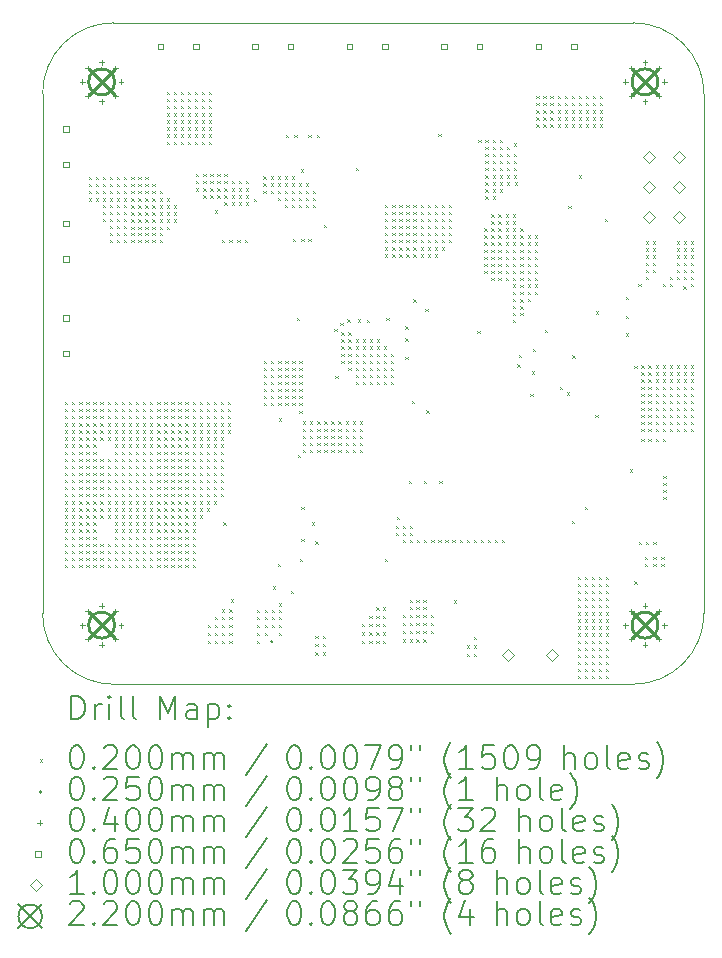
<source format=gbr>
%TF.GenerationSoftware,KiCad,Pcbnew,(7.0.0)*%
%TF.CreationDate,2024-01-17T09:10:30+05:30*%
%TF.ProjectId,Temperature Thing With Thermocouple,54656d70-6572-4617-9475-726520546869,rev?*%
%TF.SameCoordinates,Original*%
%TF.FileFunction,Drillmap*%
%TF.FilePolarity,Positive*%
%FSLAX45Y45*%
G04 Gerber Fmt 4.5, Leading zero omitted, Abs format (unit mm)*
G04 Created by KiCad (PCBNEW (7.0.0)) date 2024-01-17 09:10:30*
%MOMM*%
%LPD*%
G01*
G04 APERTURE LIST*
%ADD10C,0.100000*%
%ADD11C,0.200000*%
%ADD12C,0.020000*%
%ADD13C,0.025000*%
%ADD14C,0.040000*%
%ADD15C,0.065000*%
%ADD16C,0.220000*%
G04 APERTURE END LIST*
D10*
X11970000Y-7460000D02*
X11970000Y-11860000D01*
X12570000Y-6860000D02*
X16970000Y-6860000D01*
X16970000Y-12460000D02*
G75*
G03*
X17570000Y-11860000I0J600000D01*
G01*
X17570000Y-11860000D02*
X17570000Y-7460000D01*
X12570000Y-12460000D02*
X16970000Y-12460000D01*
X11970000Y-11860000D02*
G75*
G03*
X12570000Y-12460000I600000J0D01*
G01*
X17570000Y-7460000D02*
G75*
G03*
X16970000Y-6860000I-600000J0D01*
G01*
X12570000Y-6860000D02*
G75*
G03*
X11970000Y-7460000I0J-600000D01*
G01*
D11*
D12*
X12160000Y-10070000D02*
X12180000Y-10090000D01*
X12180000Y-10070000D02*
X12160000Y-10090000D01*
X12160000Y-10130000D02*
X12180000Y-10150000D01*
X12180000Y-10130000D02*
X12160000Y-10150000D01*
X12160000Y-10190000D02*
X12180000Y-10210000D01*
X12180000Y-10190000D02*
X12160000Y-10210000D01*
X12160000Y-10250000D02*
X12180000Y-10270000D01*
X12180000Y-10250000D02*
X12160000Y-10270000D01*
X12160000Y-10310000D02*
X12180000Y-10330000D01*
X12180000Y-10310000D02*
X12160000Y-10330000D01*
X12160000Y-10370000D02*
X12180000Y-10390000D01*
X12180000Y-10370000D02*
X12160000Y-10390000D01*
X12160000Y-10430000D02*
X12180000Y-10450000D01*
X12180000Y-10430000D02*
X12160000Y-10450000D01*
X12160000Y-10490000D02*
X12180000Y-10510000D01*
X12180000Y-10490000D02*
X12160000Y-10510000D01*
X12160000Y-10550000D02*
X12180000Y-10570000D01*
X12180000Y-10550000D02*
X12160000Y-10570000D01*
X12160000Y-10610000D02*
X12180000Y-10630000D01*
X12180000Y-10610000D02*
X12160000Y-10630000D01*
X12160000Y-10670000D02*
X12180000Y-10690000D01*
X12180000Y-10670000D02*
X12160000Y-10690000D01*
X12160000Y-10730000D02*
X12180000Y-10750000D01*
X12180000Y-10730000D02*
X12160000Y-10750000D01*
X12160000Y-10790000D02*
X12180000Y-10810000D01*
X12180000Y-10790000D02*
X12160000Y-10810000D01*
X12160000Y-10850000D02*
X12180000Y-10870000D01*
X12180000Y-10850000D02*
X12160000Y-10870000D01*
X12160000Y-10910000D02*
X12180000Y-10930000D01*
X12180000Y-10910000D02*
X12160000Y-10930000D01*
X12160000Y-10970000D02*
X12180000Y-10990000D01*
X12180000Y-10970000D02*
X12160000Y-10990000D01*
X12160000Y-11030000D02*
X12180000Y-11050000D01*
X12180000Y-11030000D02*
X12160000Y-11050000D01*
X12160000Y-11090000D02*
X12180000Y-11110000D01*
X12180000Y-11090000D02*
X12160000Y-11110000D01*
X12160000Y-11150000D02*
X12180000Y-11170000D01*
X12180000Y-11150000D02*
X12160000Y-11170000D01*
X12160000Y-11210000D02*
X12180000Y-11230000D01*
X12180000Y-11210000D02*
X12160000Y-11230000D01*
X12160000Y-11270000D02*
X12180000Y-11290000D01*
X12180000Y-11270000D02*
X12160000Y-11290000D01*
X12160000Y-11330000D02*
X12180000Y-11350000D01*
X12180000Y-11330000D02*
X12160000Y-11350000D01*
X12160000Y-11390000D02*
X12180000Y-11410000D01*
X12180000Y-11390000D02*
X12160000Y-11410000D01*
X12160000Y-11450000D02*
X12180000Y-11470000D01*
X12180000Y-11450000D02*
X12160000Y-11470000D01*
X12220000Y-10070000D02*
X12240000Y-10090000D01*
X12240000Y-10070000D02*
X12220000Y-10090000D01*
X12220000Y-10130000D02*
X12240000Y-10150000D01*
X12240000Y-10130000D02*
X12220000Y-10150000D01*
X12220000Y-10190000D02*
X12240000Y-10210000D01*
X12240000Y-10190000D02*
X12220000Y-10210000D01*
X12220000Y-10250000D02*
X12240000Y-10270000D01*
X12240000Y-10250000D02*
X12220000Y-10270000D01*
X12220000Y-10310000D02*
X12240000Y-10330000D01*
X12240000Y-10310000D02*
X12220000Y-10330000D01*
X12220000Y-10370000D02*
X12240000Y-10390000D01*
X12240000Y-10370000D02*
X12220000Y-10390000D01*
X12220000Y-10430000D02*
X12240000Y-10450000D01*
X12240000Y-10430000D02*
X12220000Y-10450000D01*
X12220000Y-10490000D02*
X12240000Y-10510000D01*
X12240000Y-10490000D02*
X12220000Y-10510000D01*
X12220000Y-10550000D02*
X12240000Y-10570000D01*
X12240000Y-10550000D02*
X12220000Y-10570000D01*
X12220000Y-10610000D02*
X12240000Y-10630000D01*
X12240000Y-10610000D02*
X12220000Y-10630000D01*
X12220000Y-10670000D02*
X12240000Y-10690000D01*
X12240000Y-10670000D02*
X12220000Y-10690000D01*
X12220000Y-10730000D02*
X12240000Y-10750000D01*
X12240000Y-10730000D02*
X12220000Y-10750000D01*
X12220000Y-10790000D02*
X12240000Y-10810000D01*
X12240000Y-10790000D02*
X12220000Y-10810000D01*
X12220000Y-10850000D02*
X12240000Y-10870000D01*
X12240000Y-10850000D02*
X12220000Y-10870000D01*
X12220000Y-10910000D02*
X12240000Y-10930000D01*
X12240000Y-10910000D02*
X12220000Y-10930000D01*
X12220000Y-10970000D02*
X12240000Y-10990000D01*
X12240000Y-10970000D02*
X12220000Y-10990000D01*
X12220000Y-11030000D02*
X12240000Y-11050000D01*
X12240000Y-11030000D02*
X12220000Y-11050000D01*
X12220000Y-11090000D02*
X12240000Y-11110000D01*
X12240000Y-11090000D02*
X12220000Y-11110000D01*
X12220000Y-11150000D02*
X12240000Y-11170000D01*
X12240000Y-11150000D02*
X12220000Y-11170000D01*
X12220000Y-11210000D02*
X12240000Y-11230000D01*
X12240000Y-11210000D02*
X12220000Y-11230000D01*
X12220000Y-11270000D02*
X12240000Y-11290000D01*
X12240000Y-11270000D02*
X12220000Y-11290000D01*
X12220000Y-11330000D02*
X12240000Y-11350000D01*
X12240000Y-11330000D02*
X12220000Y-11350000D01*
X12220000Y-11390000D02*
X12240000Y-11410000D01*
X12240000Y-11390000D02*
X12220000Y-11410000D01*
X12220000Y-11450000D02*
X12240000Y-11470000D01*
X12240000Y-11450000D02*
X12220000Y-11470000D01*
X12280000Y-10070000D02*
X12300000Y-10090000D01*
X12300000Y-10070000D02*
X12280000Y-10090000D01*
X12280000Y-10130000D02*
X12300000Y-10150000D01*
X12300000Y-10130000D02*
X12280000Y-10150000D01*
X12280000Y-10190000D02*
X12300000Y-10210000D01*
X12300000Y-10190000D02*
X12280000Y-10210000D01*
X12280000Y-10250000D02*
X12300000Y-10270000D01*
X12300000Y-10250000D02*
X12280000Y-10270000D01*
X12280000Y-10310000D02*
X12300000Y-10330000D01*
X12300000Y-10310000D02*
X12280000Y-10330000D01*
X12280000Y-10370000D02*
X12300000Y-10390000D01*
X12300000Y-10370000D02*
X12280000Y-10390000D01*
X12280000Y-10430000D02*
X12300000Y-10450000D01*
X12300000Y-10430000D02*
X12280000Y-10450000D01*
X12280000Y-10490000D02*
X12300000Y-10510000D01*
X12300000Y-10490000D02*
X12280000Y-10510000D01*
X12280000Y-10550000D02*
X12300000Y-10570000D01*
X12300000Y-10550000D02*
X12280000Y-10570000D01*
X12280000Y-10610000D02*
X12300000Y-10630000D01*
X12300000Y-10610000D02*
X12280000Y-10630000D01*
X12280000Y-10670000D02*
X12300000Y-10690000D01*
X12300000Y-10670000D02*
X12280000Y-10690000D01*
X12280000Y-10730000D02*
X12300000Y-10750000D01*
X12300000Y-10730000D02*
X12280000Y-10750000D01*
X12280000Y-10790000D02*
X12300000Y-10810000D01*
X12300000Y-10790000D02*
X12280000Y-10810000D01*
X12280000Y-10850000D02*
X12300000Y-10870000D01*
X12300000Y-10850000D02*
X12280000Y-10870000D01*
X12280000Y-10910000D02*
X12300000Y-10930000D01*
X12300000Y-10910000D02*
X12280000Y-10930000D01*
X12280000Y-10970000D02*
X12300000Y-10990000D01*
X12300000Y-10970000D02*
X12280000Y-10990000D01*
X12280000Y-11030000D02*
X12300000Y-11050000D01*
X12300000Y-11030000D02*
X12280000Y-11050000D01*
X12280000Y-11090000D02*
X12300000Y-11110000D01*
X12300000Y-11090000D02*
X12280000Y-11110000D01*
X12280000Y-11150000D02*
X12300000Y-11170000D01*
X12300000Y-11150000D02*
X12280000Y-11170000D01*
X12280000Y-11210000D02*
X12300000Y-11230000D01*
X12300000Y-11210000D02*
X12280000Y-11230000D01*
X12280000Y-11270000D02*
X12300000Y-11290000D01*
X12300000Y-11270000D02*
X12280000Y-11290000D01*
X12280000Y-11330000D02*
X12300000Y-11350000D01*
X12300000Y-11330000D02*
X12280000Y-11350000D01*
X12280000Y-11390000D02*
X12300000Y-11410000D01*
X12300000Y-11390000D02*
X12280000Y-11410000D01*
X12280000Y-11450000D02*
X12300000Y-11470000D01*
X12300000Y-11450000D02*
X12280000Y-11470000D01*
X12340000Y-10070000D02*
X12360000Y-10090000D01*
X12360000Y-10070000D02*
X12340000Y-10090000D01*
X12340000Y-10130000D02*
X12360000Y-10150000D01*
X12360000Y-10130000D02*
X12340000Y-10150000D01*
X12340000Y-10190000D02*
X12360000Y-10210000D01*
X12360000Y-10190000D02*
X12340000Y-10210000D01*
X12340000Y-10250000D02*
X12360000Y-10270000D01*
X12360000Y-10250000D02*
X12340000Y-10270000D01*
X12340000Y-10310000D02*
X12360000Y-10330000D01*
X12360000Y-10310000D02*
X12340000Y-10330000D01*
X12340000Y-10370000D02*
X12360000Y-10390000D01*
X12360000Y-10370000D02*
X12340000Y-10390000D01*
X12340000Y-10430000D02*
X12360000Y-10450000D01*
X12360000Y-10430000D02*
X12340000Y-10450000D01*
X12340000Y-10490000D02*
X12360000Y-10510000D01*
X12360000Y-10490000D02*
X12340000Y-10510000D01*
X12340000Y-10550000D02*
X12360000Y-10570000D01*
X12360000Y-10550000D02*
X12340000Y-10570000D01*
X12340000Y-10610000D02*
X12360000Y-10630000D01*
X12360000Y-10610000D02*
X12340000Y-10630000D01*
X12340000Y-10670000D02*
X12360000Y-10690000D01*
X12360000Y-10670000D02*
X12340000Y-10690000D01*
X12340000Y-10730000D02*
X12360000Y-10750000D01*
X12360000Y-10730000D02*
X12340000Y-10750000D01*
X12340000Y-10790000D02*
X12360000Y-10810000D01*
X12360000Y-10790000D02*
X12340000Y-10810000D01*
X12340000Y-10850000D02*
X12360000Y-10870000D01*
X12360000Y-10850000D02*
X12340000Y-10870000D01*
X12340000Y-10910000D02*
X12360000Y-10930000D01*
X12360000Y-10910000D02*
X12340000Y-10930000D01*
X12340000Y-10970000D02*
X12360000Y-10990000D01*
X12360000Y-10970000D02*
X12340000Y-10990000D01*
X12340000Y-11030000D02*
X12360000Y-11050000D01*
X12360000Y-11030000D02*
X12340000Y-11050000D01*
X12340000Y-11090000D02*
X12360000Y-11110000D01*
X12360000Y-11090000D02*
X12340000Y-11110000D01*
X12340000Y-11150000D02*
X12360000Y-11170000D01*
X12360000Y-11150000D02*
X12340000Y-11170000D01*
X12340000Y-11210000D02*
X12360000Y-11230000D01*
X12360000Y-11210000D02*
X12340000Y-11230000D01*
X12340000Y-11270000D02*
X12360000Y-11290000D01*
X12360000Y-11270000D02*
X12340000Y-11290000D01*
X12340000Y-11330000D02*
X12360000Y-11350000D01*
X12360000Y-11330000D02*
X12340000Y-11350000D01*
X12340000Y-11390000D02*
X12360000Y-11410000D01*
X12360000Y-11390000D02*
X12340000Y-11410000D01*
X12340000Y-11450000D02*
X12360000Y-11470000D01*
X12360000Y-11450000D02*
X12340000Y-11470000D01*
X12360000Y-8165000D02*
X12380000Y-8185000D01*
X12380000Y-8165000D02*
X12360000Y-8185000D01*
X12360000Y-8225000D02*
X12380000Y-8245000D01*
X12380000Y-8225000D02*
X12360000Y-8245000D01*
X12360000Y-8285000D02*
X12380000Y-8305000D01*
X12380000Y-8285000D02*
X12360000Y-8305000D01*
X12360000Y-8345000D02*
X12380000Y-8365000D01*
X12380000Y-8345000D02*
X12360000Y-8365000D01*
X12400000Y-10070000D02*
X12420000Y-10090000D01*
X12420000Y-10070000D02*
X12400000Y-10090000D01*
X12400000Y-10130000D02*
X12420000Y-10150000D01*
X12420000Y-10130000D02*
X12400000Y-10150000D01*
X12400000Y-10190000D02*
X12420000Y-10210000D01*
X12420000Y-10190000D02*
X12400000Y-10210000D01*
X12400000Y-10250000D02*
X12420000Y-10270000D01*
X12420000Y-10250000D02*
X12400000Y-10270000D01*
X12400000Y-10310000D02*
X12420000Y-10330000D01*
X12420000Y-10310000D02*
X12400000Y-10330000D01*
X12400000Y-10370000D02*
X12420000Y-10390000D01*
X12420000Y-10370000D02*
X12400000Y-10390000D01*
X12400000Y-10430000D02*
X12420000Y-10450000D01*
X12420000Y-10430000D02*
X12400000Y-10450000D01*
X12400000Y-10490000D02*
X12420000Y-10510000D01*
X12420000Y-10490000D02*
X12400000Y-10510000D01*
X12400000Y-10550000D02*
X12420000Y-10570000D01*
X12420000Y-10550000D02*
X12400000Y-10570000D01*
X12400000Y-10610000D02*
X12420000Y-10630000D01*
X12420000Y-10610000D02*
X12400000Y-10630000D01*
X12400000Y-10670000D02*
X12420000Y-10690000D01*
X12420000Y-10670000D02*
X12400000Y-10690000D01*
X12400000Y-10730000D02*
X12420000Y-10750000D01*
X12420000Y-10730000D02*
X12400000Y-10750000D01*
X12400000Y-10790000D02*
X12420000Y-10810000D01*
X12420000Y-10790000D02*
X12400000Y-10810000D01*
X12400000Y-10850000D02*
X12420000Y-10870000D01*
X12420000Y-10850000D02*
X12400000Y-10870000D01*
X12400000Y-10910000D02*
X12420000Y-10930000D01*
X12420000Y-10910000D02*
X12400000Y-10930000D01*
X12400000Y-10970000D02*
X12420000Y-10990000D01*
X12420000Y-10970000D02*
X12400000Y-10990000D01*
X12400000Y-11030000D02*
X12420000Y-11050000D01*
X12420000Y-11030000D02*
X12400000Y-11050000D01*
X12400000Y-11090000D02*
X12420000Y-11110000D01*
X12420000Y-11090000D02*
X12400000Y-11110000D01*
X12400000Y-11150000D02*
X12420000Y-11170000D01*
X12420000Y-11150000D02*
X12400000Y-11170000D01*
X12400000Y-11210000D02*
X12420000Y-11230000D01*
X12420000Y-11210000D02*
X12400000Y-11230000D01*
X12400000Y-11270000D02*
X12420000Y-11290000D01*
X12420000Y-11270000D02*
X12400000Y-11290000D01*
X12400000Y-11330000D02*
X12420000Y-11350000D01*
X12420000Y-11330000D02*
X12400000Y-11350000D01*
X12400000Y-11390000D02*
X12420000Y-11410000D01*
X12420000Y-11390000D02*
X12400000Y-11410000D01*
X12400000Y-11450000D02*
X12420000Y-11470000D01*
X12420000Y-11450000D02*
X12400000Y-11470000D01*
X12420000Y-8165000D02*
X12440000Y-8185000D01*
X12440000Y-8165000D02*
X12420000Y-8185000D01*
X12420000Y-8225000D02*
X12440000Y-8245000D01*
X12440000Y-8225000D02*
X12420000Y-8245000D01*
X12420000Y-8285000D02*
X12440000Y-8305000D01*
X12440000Y-8285000D02*
X12420000Y-8305000D01*
X12420000Y-8345000D02*
X12440000Y-8365000D01*
X12440000Y-8345000D02*
X12420000Y-8365000D01*
X12460000Y-10070000D02*
X12480000Y-10090000D01*
X12480000Y-10070000D02*
X12460000Y-10090000D01*
X12460000Y-10130000D02*
X12480000Y-10150000D01*
X12480000Y-10130000D02*
X12460000Y-10150000D01*
X12460000Y-10190000D02*
X12480000Y-10210000D01*
X12480000Y-10190000D02*
X12460000Y-10210000D01*
X12460000Y-10250000D02*
X12480000Y-10270000D01*
X12480000Y-10250000D02*
X12460000Y-10270000D01*
X12460000Y-10310000D02*
X12480000Y-10330000D01*
X12480000Y-10310000D02*
X12460000Y-10330000D01*
X12460000Y-10370000D02*
X12480000Y-10390000D01*
X12480000Y-10370000D02*
X12460000Y-10390000D01*
X12460000Y-10550000D02*
X12480000Y-10570000D01*
X12480000Y-10550000D02*
X12460000Y-10570000D01*
X12460000Y-10610000D02*
X12480000Y-10630000D01*
X12480000Y-10610000D02*
X12460000Y-10630000D01*
X12460000Y-10670000D02*
X12480000Y-10690000D01*
X12480000Y-10670000D02*
X12460000Y-10690000D01*
X12460000Y-10730000D02*
X12480000Y-10750000D01*
X12480000Y-10730000D02*
X12460000Y-10750000D01*
X12460000Y-10790000D02*
X12480000Y-10810000D01*
X12480000Y-10790000D02*
X12460000Y-10810000D01*
X12460000Y-10850000D02*
X12480000Y-10870000D01*
X12480000Y-10850000D02*
X12460000Y-10870000D01*
X12460000Y-10910000D02*
X12480000Y-10930000D01*
X12480000Y-10910000D02*
X12460000Y-10930000D01*
X12460000Y-10970000D02*
X12480000Y-10990000D01*
X12480000Y-10970000D02*
X12460000Y-10990000D01*
X12460000Y-11030000D02*
X12480000Y-11050000D01*
X12480000Y-11030000D02*
X12460000Y-11050000D01*
X12460000Y-11270000D02*
X12480000Y-11290000D01*
X12480000Y-11270000D02*
X12460000Y-11290000D01*
X12460000Y-11330000D02*
X12480000Y-11350000D01*
X12480000Y-11330000D02*
X12460000Y-11350000D01*
X12460000Y-11390000D02*
X12480000Y-11410000D01*
X12480000Y-11390000D02*
X12460000Y-11410000D01*
X12460000Y-11450000D02*
X12480000Y-11470000D01*
X12480000Y-11450000D02*
X12460000Y-11470000D01*
X12480000Y-8165000D02*
X12500000Y-8185000D01*
X12500000Y-8165000D02*
X12480000Y-8185000D01*
X12480000Y-8225000D02*
X12500000Y-8245000D01*
X12500000Y-8225000D02*
X12480000Y-8245000D01*
X12480000Y-8285000D02*
X12500000Y-8305000D01*
X12500000Y-8285000D02*
X12480000Y-8305000D01*
X12480000Y-8345000D02*
X12500000Y-8365000D01*
X12500000Y-8345000D02*
X12480000Y-8365000D01*
X12480000Y-8400000D02*
X12500000Y-8420000D01*
X12500000Y-8400000D02*
X12480000Y-8420000D01*
X12480000Y-8460000D02*
X12500000Y-8480000D01*
X12500000Y-8460000D02*
X12480000Y-8480000D01*
X12480000Y-8520000D02*
X12500000Y-8540000D01*
X12500000Y-8520000D02*
X12480000Y-8540000D01*
X12520000Y-10070000D02*
X12540000Y-10090000D01*
X12540000Y-10070000D02*
X12520000Y-10090000D01*
X12520000Y-10130000D02*
X12540000Y-10150000D01*
X12540000Y-10130000D02*
X12520000Y-10150000D01*
X12520000Y-10190000D02*
X12540000Y-10210000D01*
X12540000Y-10190000D02*
X12520000Y-10210000D01*
X12520000Y-10250000D02*
X12540000Y-10270000D01*
X12540000Y-10250000D02*
X12520000Y-10270000D01*
X12520000Y-10310000D02*
X12540000Y-10330000D01*
X12540000Y-10310000D02*
X12520000Y-10330000D01*
X12520000Y-10370000D02*
X12540000Y-10390000D01*
X12540000Y-10370000D02*
X12520000Y-10390000D01*
X12520000Y-10550000D02*
X12540000Y-10570000D01*
X12540000Y-10550000D02*
X12520000Y-10570000D01*
X12520000Y-10610000D02*
X12540000Y-10630000D01*
X12540000Y-10610000D02*
X12520000Y-10630000D01*
X12520000Y-10670000D02*
X12540000Y-10690000D01*
X12540000Y-10670000D02*
X12520000Y-10690000D01*
X12520000Y-10730000D02*
X12540000Y-10750000D01*
X12540000Y-10730000D02*
X12520000Y-10750000D01*
X12520000Y-10790000D02*
X12540000Y-10810000D01*
X12540000Y-10790000D02*
X12520000Y-10810000D01*
X12520000Y-10850000D02*
X12540000Y-10870000D01*
X12540000Y-10850000D02*
X12520000Y-10870000D01*
X12520000Y-10910000D02*
X12540000Y-10930000D01*
X12540000Y-10910000D02*
X12520000Y-10930000D01*
X12520000Y-10970000D02*
X12540000Y-10990000D01*
X12540000Y-10970000D02*
X12520000Y-10990000D01*
X12520000Y-11030000D02*
X12540000Y-11050000D01*
X12540000Y-11030000D02*
X12520000Y-11050000D01*
X12520000Y-11270000D02*
X12540000Y-11290000D01*
X12540000Y-11270000D02*
X12520000Y-11290000D01*
X12520000Y-11330000D02*
X12540000Y-11350000D01*
X12540000Y-11330000D02*
X12520000Y-11350000D01*
X12520000Y-11390000D02*
X12540000Y-11410000D01*
X12540000Y-11390000D02*
X12520000Y-11410000D01*
X12520000Y-11450000D02*
X12540000Y-11470000D01*
X12540000Y-11450000D02*
X12520000Y-11470000D01*
X12540000Y-8165000D02*
X12560000Y-8185000D01*
X12560000Y-8165000D02*
X12540000Y-8185000D01*
X12540000Y-8225000D02*
X12560000Y-8245000D01*
X12560000Y-8225000D02*
X12540000Y-8245000D01*
X12540000Y-8285000D02*
X12560000Y-8305000D01*
X12560000Y-8285000D02*
X12540000Y-8305000D01*
X12540000Y-8345000D02*
X12560000Y-8365000D01*
X12560000Y-8345000D02*
X12540000Y-8365000D01*
X12540000Y-8400000D02*
X12560000Y-8420000D01*
X12560000Y-8400000D02*
X12540000Y-8420000D01*
X12540000Y-8460000D02*
X12560000Y-8480000D01*
X12560000Y-8460000D02*
X12540000Y-8480000D01*
X12540000Y-8520000D02*
X12560000Y-8540000D01*
X12560000Y-8520000D02*
X12540000Y-8540000D01*
X12540000Y-8580000D02*
X12560000Y-8600000D01*
X12560000Y-8580000D02*
X12540000Y-8600000D01*
X12540000Y-8640000D02*
X12560000Y-8660000D01*
X12560000Y-8640000D02*
X12540000Y-8660000D01*
X12540000Y-8695000D02*
X12560000Y-8715000D01*
X12560000Y-8695000D02*
X12540000Y-8715000D01*
X12580000Y-10070000D02*
X12600000Y-10090000D01*
X12600000Y-10070000D02*
X12580000Y-10090000D01*
X12580000Y-10130000D02*
X12600000Y-10150000D01*
X12600000Y-10130000D02*
X12580000Y-10150000D01*
X12580000Y-10190000D02*
X12600000Y-10210000D01*
X12600000Y-10190000D02*
X12580000Y-10210000D01*
X12580000Y-10250000D02*
X12600000Y-10270000D01*
X12600000Y-10250000D02*
X12580000Y-10270000D01*
X12580000Y-10310000D02*
X12600000Y-10330000D01*
X12600000Y-10310000D02*
X12580000Y-10330000D01*
X12580000Y-10370000D02*
X12600000Y-10390000D01*
X12600000Y-10370000D02*
X12580000Y-10390000D01*
X12580000Y-10430000D02*
X12600000Y-10450000D01*
X12600000Y-10430000D02*
X12580000Y-10450000D01*
X12580000Y-10490000D02*
X12600000Y-10510000D01*
X12600000Y-10490000D02*
X12580000Y-10510000D01*
X12580000Y-10550000D02*
X12600000Y-10570000D01*
X12600000Y-10550000D02*
X12580000Y-10570000D01*
X12580000Y-10610000D02*
X12600000Y-10630000D01*
X12600000Y-10610000D02*
X12580000Y-10630000D01*
X12580000Y-10670000D02*
X12600000Y-10690000D01*
X12600000Y-10670000D02*
X12580000Y-10690000D01*
X12580000Y-10730000D02*
X12600000Y-10750000D01*
X12600000Y-10730000D02*
X12580000Y-10750000D01*
X12580000Y-10790000D02*
X12600000Y-10810000D01*
X12600000Y-10790000D02*
X12580000Y-10810000D01*
X12580000Y-10850000D02*
X12600000Y-10870000D01*
X12600000Y-10850000D02*
X12580000Y-10870000D01*
X12580000Y-10910000D02*
X12600000Y-10930000D01*
X12600000Y-10910000D02*
X12580000Y-10930000D01*
X12580000Y-10970000D02*
X12600000Y-10990000D01*
X12600000Y-10970000D02*
X12580000Y-10990000D01*
X12580000Y-11030000D02*
X12600000Y-11050000D01*
X12600000Y-11030000D02*
X12580000Y-11050000D01*
X12580000Y-11090000D02*
X12600000Y-11110000D01*
X12600000Y-11090000D02*
X12580000Y-11110000D01*
X12580000Y-11150000D02*
X12600000Y-11170000D01*
X12600000Y-11150000D02*
X12580000Y-11170000D01*
X12580000Y-11210000D02*
X12600000Y-11230000D01*
X12600000Y-11210000D02*
X12580000Y-11230000D01*
X12580000Y-11270000D02*
X12600000Y-11290000D01*
X12600000Y-11270000D02*
X12580000Y-11290000D01*
X12580000Y-11330000D02*
X12600000Y-11350000D01*
X12600000Y-11330000D02*
X12580000Y-11350000D01*
X12580000Y-11390000D02*
X12600000Y-11410000D01*
X12600000Y-11390000D02*
X12580000Y-11410000D01*
X12580000Y-11450000D02*
X12600000Y-11470000D01*
X12600000Y-11450000D02*
X12580000Y-11470000D01*
X12600000Y-8165000D02*
X12620000Y-8185000D01*
X12620000Y-8165000D02*
X12600000Y-8185000D01*
X12600000Y-8225000D02*
X12620000Y-8245000D01*
X12620000Y-8225000D02*
X12600000Y-8245000D01*
X12600000Y-8285000D02*
X12620000Y-8305000D01*
X12620000Y-8285000D02*
X12600000Y-8305000D01*
X12600000Y-8345000D02*
X12620000Y-8365000D01*
X12620000Y-8345000D02*
X12600000Y-8365000D01*
X12600000Y-8400000D02*
X12620000Y-8420000D01*
X12620000Y-8400000D02*
X12600000Y-8420000D01*
X12600000Y-8460000D02*
X12620000Y-8480000D01*
X12620000Y-8460000D02*
X12600000Y-8480000D01*
X12600000Y-8520000D02*
X12620000Y-8540000D01*
X12620000Y-8520000D02*
X12600000Y-8540000D01*
X12600000Y-8580000D02*
X12620000Y-8600000D01*
X12620000Y-8580000D02*
X12600000Y-8600000D01*
X12600000Y-8640000D02*
X12620000Y-8660000D01*
X12620000Y-8640000D02*
X12600000Y-8660000D01*
X12600000Y-8695000D02*
X12620000Y-8715000D01*
X12620000Y-8695000D02*
X12600000Y-8715000D01*
X12640000Y-10070000D02*
X12660000Y-10090000D01*
X12660000Y-10070000D02*
X12640000Y-10090000D01*
X12640000Y-10130000D02*
X12660000Y-10150000D01*
X12660000Y-10130000D02*
X12640000Y-10150000D01*
X12640000Y-10190000D02*
X12660000Y-10210000D01*
X12660000Y-10190000D02*
X12640000Y-10210000D01*
X12640000Y-10250000D02*
X12660000Y-10270000D01*
X12660000Y-10250000D02*
X12640000Y-10270000D01*
X12640000Y-10310000D02*
X12660000Y-10330000D01*
X12660000Y-10310000D02*
X12640000Y-10330000D01*
X12640000Y-10370000D02*
X12660000Y-10390000D01*
X12660000Y-10370000D02*
X12640000Y-10390000D01*
X12640000Y-10430000D02*
X12660000Y-10450000D01*
X12660000Y-10430000D02*
X12640000Y-10450000D01*
X12640000Y-10490000D02*
X12660000Y-10510000D01*
X12660000Y-10490000D02*
X12640000Y-10510000D01*
X12640000Y-10550000D02*
X12660000Y-10570000D01*
X12660000Y-10550000D02*
X12640000Y-10570000D01*
X12640000Y-10610000D02*
X12660000Y-10630000D01*
X12660000Y-10610000D02*
X12640000Y-10630000D01*
X12640000Y-10670000D02*
X12660000Y-10690000D01*
X12660000Y-10670000D02*
X12640000Y-10690000D01*
X12640000Y-10730000D02*
X12660000Y-10750000D01*
X12660000Y-10730000D02*
X12640000Y-10750000D01*
X12640000Y-10790000D02*
X12660000Y-10810000D01*
X12660000Y-10790000D02*
X12640000Y-10810000D01*
X12640000Y-10850000D02*
X12660000Y-10870000D01*
X12660000Y-10850000D02*
X12640000Y-10870000D01*
X12640000Y-10910000D02*
X12660000Y-10930000D01*
X12660000Y-10910000D02*
X12640000Y-10930000D01*
X12640000Y-10970000D02*
X12660000Y-10990000D01*
X12660000Y-10970000D02*
X12640000Y-10990000D01*
X12640000Y-11030000D02*
X12660000Y-11050000D01*
X12660000Y-11030000D02*
X12640000Y-11050000D01*
X12640000Y-11090000D02*
X12660000Y-11110000D01*
X12660000Y-11090000D02*
X12640000Y-11110000D01*
X12640000Y-11150000D02*
X12660000Y-11170000D01*
X12660000Y-11150000D02*
X12640000Y-11170000D01*
X12640000Y-11210000D02*
X12660000Y-11230000D01*
X12660000Y-11210000D02*
X12640000Y-11230000D01*
X12640000Y-11270000D02*
X12660000Y-11290000D01*
X12660000Y-11270000D02*
X12640000Y-11290000D01*
X12640000Y-11330000D02*
X12660000Y-11350000D01*
X12660000Y-11330000D02*
X12640000Y-11350000D01*
X12640000Y-11390000D02*
X12660000Y-11410000D01*
X12660000Y-11390000D02*
X12640000Y-11410000D01*
X12640000Y-11450000D02*
X12660000Y-11470000D01*
X12660000Y-11450000D02*
X12640000Y-11470000D01*
X12660000Y-8165000D02*
X12680000Y-8185000D01*
X12680000Y-8165000D02*
X12660000Y-8185000D01*
X12660000Y-8225000D02*
X12680000Y-8245000D01*
X12680000Y-8225000D02*
X12660000Y-8245000D01*
X12660000Y-8285000D02*
X12680000Y-8305000D01*
X12680000Y-8285000D02*
X12660000Y-8305000D01*
X12660000Y-8345000D02*
X12680000Y-8365000D01*
X12680000Y-8345000D02*
X12660000Y-8365000D01*
X12660000Y-8400000D02*
X12680000Y-8420000D01*
X12680000Y-8400000D02*
X12660000Y-8420000D01*
X12660000Y-8460000D02*
X12680000Y-8480000D01*
X12680000Y-8460000D02*
X12660000Y-8480000D01*
X12660000Y-8520000D02*
X12680000Y-8540000D01*
X12680000Y-8520000D02*
X12660000Y-8540000D01*
X12660000Y-8580000D02*
X12680000Y-8600000D01*
X12680000Y-8580000D02*
X12660000Y-8600000D01*
X12660000Y-8640000D02*
X12680000Y-8660000D01*
X12680000Y-8640000D02*
X12660000Y-8660000D01*
X12660000Y-8695000D02*
X12680000Y-8715000D01*
X12680000Y-8695000D02*
X12660000Y-8715000D01*
X12700000Y-10070000D02*
X12720000Y-10090000D01*
X12720000Y-10070000D02*
X12700000Y-10090000D01*
X12700000Y-10130000D02*
X12720000Y-10150000D01*
X12720000Y-10130000D02*
X12700000Y-10150000D01*
X12700000Y-10190000D02*
X12720000Y-10210000D01*
X12720000Y-10190000D02*
X12700000Y-10210000D01*
X12700000Y-10250000D02*
X12720000Y-10270000D01*
X12720000Y-10250000D02*
X12700000Y-10270000D01*
X12700000Y-10310000D02*
X12720000Y-10330000D01*
X12720000Y-10310000D02*
X12700000Y-10330000D01*
X12700000Y-10370000D02*
X12720000Y-10390000D01*
X12720000Y-10370000D02*
X12700000Y-10390000D01*
X12700000Y-10430000D02*
X12720000Y-10450000D01*
X12720000Y-10430000D02*
X12700000Y-10450000D01*
X12700000Y-10490000D02*
X12720000Y-10510000D01*
X12720000Y-10490000D02*
X12700000Y-10510000D01*
X12700000Y-10550000D02*
X12720000Y-10570000D01*
X12720000Y-10550000D02*
X12700000Y-10570000D01*
X12700000Y-10610000D02*
X12720000Y-10630000D01*
X12720000Y-10610000D02*
X12700000Y-10630000D01*
X12700000Y-10670000D02*
X12720000Y-10690000D01*
X12720000Y-10670000D02*
X12700000Y-10690000D01*
X12700000Y-10730000D02*
X12720000Y-10750000D01*
X12720000Y-10730000D02*
X12700000Y-10750000D01*
X12700000Y-10790000D02*
X12720000Y-10810000D01*
X12720000Y-10790000D02*
X12700000Y-10810000D01*
X12700000Y-10850000D02*
X12720000Y-10870000D01*
X12720000Y-10850000D02*
X12700000Y-10870000D01*
X12700000Y-10910000D02*
X12720000Y-10930000D01*
X12720000Y-10910000D02*
X12700000Y-10930000D01*
X12700000Y-10970000D02*
X12720000Y-10990000D01*
X12720000Y-10970000D02*
X12700000Y-10990000D01*
X12700000Y-11030000D02*
X12720000Y-11050000D01*
X12720000Y-11030000D02*
X12700000Y-11050000D01*
X12700000Y-11090000D02*
X12720000Y-11110000D01*
X12720000Y-11090000D02*
X12700000Y-11110000D01*
X12700000Y-11150000D02*
X12720000Y-11170000D01*
X12720000Y-11150000D02*
X12700000Y-11170000D01*
X12700000Y-11210000D02*
X12720000Y-11230000D01*
X12720000Y-11210000D02*
X12700000Y-11230000D01*
X12700000Y-11270000D02*
X12720000Y-11290000D01*
X12720000Y-11270000D02*
X12700000Y-11290000D01*
X12700000Y-11330000D02*
X12720000Y-11350000D01*
X12720000Y-11330000D02*
X12700000Y-11350000D01*
X12700000Y-11390000D02*
X12720000Y-11410000D01*
X12720000Y-11390000D02*
X12700000Y-11410000D01*
X12700000Y-11450000D02*
X12720000Y-11470000D01*
X12720000Y-11450000D02*
X12700000Y-11470000D01*
X12720000Y-8165000D02*
X12740000Y-8185000D01*
X12740000Y-8165000D02*
X12720000Y-8185000D01*
X12720000Y-8225000D02*
X12740000Y-8245000D01*
X12740000Y-8225000D02*
X12720000Y-8245000D01*
X12720000Y-8285000D02*
X12740000Y-8305000D01*
X12740000Y-8285000D02*
X12720000Y-8305000D01*
X12720000Y-8345000D02*
X12740000Y-8365000D01*
X12740000Y-8345000D02*
X12720000Y-8365000D01*
X12720000Y-8405000D02*
X12740000Y-8425000D01*
X12740000Y-8405000D02*
X12720000Y-8425000D01*
X12720000Y-8465000D02*
X12740000Y-8485000D01*
X12740000Y-8465000D02*
X12720000Y-8485000D01*
X12720000Y-8525000D02*
X12740000Y-8545000D01*
X12740000Y-8525000D02*
X12720000Y-8545000D01*
X12720000Y-8585000D02*
X12740000Y-8605000D01*
X12740000Y-8585000D02*
X12720000Y-8605000D01*
X12720000Y-8640000D02*
X12740000Y-8660000D01*
X12740000Y-8640000D02*
X12720000Y-8660000D01*
X12720000Y-8695000D02*
X12740000Y-8715000D01*
X12740000Y-8695000D02*
X12720000Y-8715000D01*
X12760000Y-10070000D02*
X12780000Y-10090000D01*
X12780000Y-10070000D02*
X12760000Y-10090000D01*
X12760000Y-10130000D02*
X12780000Y-10150000D01*
X12780000Y-10130000D02*
X12760000Y-10150000D01*
X12760000Y-10190000D02*
X12780000Y-10210000D01*
X12780000Y-10190000D02*
X12760000Y-10210000D01*
X12760000Y-10250000D02*
X12780000Y-10270000D01*
X12780000Y-10250000D02*
X12760000Y-10270000D01*
X12760000Y-10310000D02*
X12780000Y-10330000D01*
X12780000Y-10310000D02*
X12760000Y-10330000D01*
X12760000Y-10370000D02*
X12780000Y-10390000D01*
X12780000Y-10370000D02*
X12760000Y-10390000D01*
X12760000Y-10430000D02*
X12780000Y-10450000D01*
X12780000Y-10430000D02*
X12760000Y-10450000D01*
X12760000Y-10490000D02*
X12780000Y-10510000D01*
X12780000Y-10490000D02*
X12760000Y-10510000D01*
X12760000Y-10550000D02*
X12780000Y-10570000D01*
X12780000Y-10550000D02*
X12760000Y-10570000D01*
X12760000Y-10610000D02*
X12780000Y-10630000D01*
X12780000Y-10610000D02*
X12760000Y-10630000D01*
X12760000Y-10670000D02*
X12780000Y-10690000D01*
X12780000Y-10670000D02*
X12760000Y-10690000D01*
X12760000Y-10730000D02*
X12780000Y-10750000D01*
X12780000Y-10730000D02*
X12760000Y-10750000D01*
X12760000Y-10790000D02*
X12780000Y-10810000D01*
X12780000Y-10790000D02*
X12760000Y-10810000D01*
X12760000Y-10850000D02*
X12780000Y-10870000D01*
X12780000Y-10850000D02*
X12760000Y-10870000D01*
X12760000Y-10910000D02*
X12780000Y-10930000D01*
X12780000Y-10910000D02*
X12760000Y-10930000D01*
X12760000Y-10970000D02*
X12780000Y-10990000D01*
X12780000Y-10970000D02*
X12760000Y-10990000D01*
X12760000Y-11030000D02*
X12780000Y-11050000D01*
X12780000Y-11030000D02*
X12760000Y-11050000D01*
X12760000Y-11090000D02*
X12780000Y-11110000D01*
X12780000Y-11090000D02*
X12760000Y-11110000D01*
X12760000Y-11150000D02*
X12780000Y-11170000D01*
X12780000Y-11150000D02*
X12760000Y-11170000D01*
X12760000Y-11210000D02*
X12780000Y-11230000D01*
X12780000Y-11210000D02*
X12760000Y-11230000D01*
X12760000Y-11270000D02*
X12780000Y-11290000D01*
X12780000Y-11270000D02*
X12760000Y-11290000D01*
X12760000Y-11330000D02*
X12780000Y-11350000D01*
X12780000Y-11330000D02*
X12760000Y-11350000D01*
X12760000Y-11390000D02*
X12780000Y-11410000D01*
X12780000Y-11390000D02*
X12760000Y-11410000D01*
X12760000Y-11450000D02*
X12780000Y-11470000D01*
X12780000Y-11450000D02*
X12760000Y-11470000D01*
X12780000Y-8165000D02*
X12800000Y-8185000D01*
X12800000Y-8165000D02*
X12780000Y-8185000D01*
X12780000Y-8225000D02*
X12800000Y-8245000D01*
X12800000Y-8225000D02*
X12780000Y-8245000D01*
X12780000Y-8285000D02*
X12800000Y-8305000D01*
X12800000Y-8285000D02*
X12780000Y-8305000D01*
X12780000Y-8345000D02*
X12800000Y-8365000D01*
X12800000Y-8345000D02*
X12780000Y-8365000D01*
X12780000Y-8405000D02*
X12800000Y-8425000D01*
X12800000Y-8405000D02*
X12780000Y-8425000D01*
X12780000Y-8465000D02*
X12800000Y-8485000D01*
X12800000Y-8465000D02*
X12780000Y-8485000D01*
X12780000Y-8525000D02*
X12800000Y-8545000D01*
X12800000Y-8525000D02*
X12780000Y-8545000D01*
X12780000Y-8585000D02*
X12800000Y-8605000D01*
X12800000Y-8585000D02*
X12780000Y-8605000D01*
X12780000Y-8640000D02*
X12800000Y-8660000D01*
X12800000Y-8640000D02*
X12780000Y-8660000D01*
X12780000Y-8695000D02*
X12800000Y-8715000D01*
X12800000Y-8695000D02*
X12780000Y-8715000D01*
X12820000Y-10070000D02*
X12840000Y-10090000D01*
X12840000Y-10070000D02*
X12820000Y-10090000D01*
X12820000Y-10130000D02*
X12840000Y-10150000D01*
X12840000Y-10130000D02*
X12820000Y-10150000D01*
X12820000Y-10190000D02*
X12840000Y-10210000D01*
X12840000Y-10190000D02*
X12820000Y-10210000D01*
X12820000Y-10250000D02*
X12840000Y-10270000D01*
X12840000Y-10250000D02*
X12820000Y-10270000D01*
X12820000Y-10310000D02*
X12840000Y-10330000D01*
X12840000Y-10310000D02*
X12820000Y-10330000D01*
X12820000Y-10370000D02*
X12840000Y-10390000D01*
X12840000Y-10370000D02*
X12820000Y-10390000D01*
X12820000Y-10430000D02*
X12840000Y-10450000D01*
X12840000Y-10430000D02*
X12820000Y-10450000D01*
X12820000Y-10490000D02*
X12840000Y-10510000D01*
X12840000Y-10490000D02*
X12820000Y-10510000D01*
X12820000Y-10550000D02*
X12840000Y-10570000D01*
X12840000Y-10550000D02*
X12820000Y-10570000D01*
X12820000Y-10610000D02*
X12840000Y-10630000D01*
X12840000Y-10610000D02*
X12820000Y-10630000D01*
X12820000Y-10670000D02*
X12840000Y-10690000D01*
X12840000Y-10670000D02*
X12820000Y-10690000D01*
X12820000Y-10730000D02*
X12840000Y-10750000D01*
X12840000Y-10730000D02*
X12820000Y-10750000D01*
X12820000Y-10790000D02*
X12840000Y-10810000D01*
X12840000Y-10790000D02*
X12820000Y-10810000D01*
X12820000Y-10850000D02*
X12840000Y-10870000D01*
X12840000Y-10850000D02*
X12820000Y-10870000D01*
X12820000Y-10910000D02*
X12840000Y-10930000D01*
X12840000Y-10910000D02*
X12820000Y-10930000D01*
X12820000Y-10970000D02*
X12840000Y-10990000D01*
X12840000Y-10970000D02*
X12820000Y-10990000D01*
X12820000Y-11030000D02*
X12840000Y-11050000D01*
X12840000Y-11030000D02*
X12820000Y-11050000D01*
X12820000Y-11090000D02*
X12840000Y-11110000D01*
X12840000Y-11090000D02*
X12820000Y-11110000D01*
X12820000Y-11150000D02*
X12840000Y-11170000D01*
X12840000Y-11150000D02*
X12820000Y-11170000D01*
X12820000Y-11210000D02*
X12840000Y-11230000D01*
X12840000Y-11210000D02*
X12820000Y-11230000D01*
X12820000Y-11270000D02*
X12840000Y-11290000D01*
X12840000Y-11270000D02*
X12820000Y-11290000D01*
X12820000Y-11330000D02*
X12840000Y-11350000D01*
X12840000Y-11330000D02*
X12820000Y-11350000D01*
X12820000Y-11390000D02*
X12840000Y-11410000D01*
X12840000Y-11390000D02*
X12820000Y-11410000D01*
X12820000Y-11450000D02*
X12840000Y-11470000D01*
X12840000Y-11450000D02*
X12820000Y-11470000D01*
X12840000Y-8165000D02*
X12860000Y-8185000D01*
X12860000Y-8165000D02*
X12840000Y-8185000D01*
X12840000Y-8225000D02*
X12860000Y-8245000D01*
X12860000Y-8225000D02*
X12840000Y-8245000D01*
X12840000Y-8285000D02*
X12860000Y-8305000D01*
X12860000Y-8285000D02*
X12840000Y-8305000D01*
X12840000Y-8345000D02*
X12860000Y-8365000D01*
X12860000Y-8345000D02*
X12840000Y-8365000D01*
X12840000Y-8405000D02*
X12860000Y-8425000D01*
X12860000Y-8405000D02*
X12840000Y-8425000D01*
X12840000Y-8465000D02*
X12860000Y-8485000D01*
X12860000Y-8465000D02*
X12840000Y-8485000D01*
X12840000Y-8525000D02*
X12860000Y-8545000D01*
X12860000Y-8525000D02*
X12840000Y-8545000D01*
X12840000Y-8585000D02*
X12860000Y-8605000D01*
X12860000Y-8585000D02*
X12840000Y-8605000D01*
X12840000Y-8640000D02*
X12860000Y-8660000D01*
X12860000Y-8640000D02*
X12840000Y-8660000D01*
X12840000Y-8695000D02*
X12860000Y-8715000D01*
X12860000Y-8695000D02*
X12840000Y-8715000D01*
X12880000Y-10070000D02*
X12900000Y-10090000D01*
X12900000Y-10070000D02*
X12880000Y-10090000D01*
X12880000Y-10130000D02*
X12900000Y-10150000D01*
X12900000Y-10130000D02*
X12880000Y-10150000D01*
X12880000Y-10190000D02*
X12900000Y-10210000D01*
X12900000Y-10190000D02*
X12880000Y-10210000D01*
X12880000Y-10250000D02*
X12900000Y-10270000D01*
X12900000Y-10250000D02*
X12880000Y-10270000D01*
X12880000Y-10310000D02*
X12900000Y-10330000D01*
X12900000Y-10310000D02*
X12880000Y-10330000D01*
X12880000Y-10370000D02*
X12900000Y-10390000D01*
X12900000Y-10370000D02*
X12880000Y-10390000D01*
X12880000Y-10430000D02*
X12900000Y-10450000D01*
X12900000Y-10430000D02*
X12880000Y-10450000D01*
X12880000Y-10490000D02*
X12900000Y-10510000D01*
X12900000Y-10490000D02*
X12880000Y-10510000D01*
X12880000Y-10550000D02*
X12900000Y-10570000D01*
X12900000Y-10550000D02*
X12880000Y-10570000D01*
X12880000Y-10610000D02*
X12900000Y-10630000D01*
X12900000Y-10610000D02*
X12880000Y-10630000D01*
X12880000Y-10670000D02*
X12900000Y-10690000D01*
X12900000Y-10670000D02*
X12880000Y-10690000D01*
X12880000Y-10730000D02*
X12900000Y-10750000D01*
X12900000Y-10730000D02*
X12880000Y-10750000D01*
X12880000Y-10790000D02*
X12900000Y-10810000D01*
X12900000Y-10790000D02*
X12880000Y-10810000D01*
X12880000Y-10850000D02*
X12900000Y-10870000D01*
X12900000Y-10850000D02*
X12880000Y-10870000D01*
X12880000Y-10910000D02*
X12900000Y-10930000D01*
X12900000Y-10910000D02*
X12880000Y-10930000D01*
X12880000Y-10970000D02*
X12900000Y-10990000D01*
X12900000Y-10970000D02*
X12880000Y-10990000D01*
X12880000Y-11030000D02*
X12900000Y-11050000D01*
X12900000Y-11030000D02*
X12880000Y-11050000D01*
X12880000Y-11090000D02*
X12900000Y-11110000D01*
X12900000Y-11090000D02*
X12880000Y-11110000D01*
X12880000Y-11150000D02*
X12900000Y-11170000D01*
X12900000Y-11150000D02*
X12880000Y-11170000D01*
X12880000Y-11210000D02*
X12900000Y-11230000D01*
X12900000Y-11210000D02*
X12880000Y-11230000D01*
X12880000Y-11270000D02*
X12900000Y-11290000D01*
X12900000Y-11270000D02*
X12880000Y-11290000D01*
X12880000Y-11330000D02*
X12900000Y-11350000D01*
X12900000Y-11330000D02*
X12880000Y-11350000D01*
X12880000Y-11390000D02*
X12900000Y-11410000D01*
X12900000Y-11390000D02*
X12880000Y-11410000D01*
X12880000Y-11450000D02*
X12900000Y-11470000D01*
X12900000Y-11450000D02*
X12880000Y-11470000D01*
X12900000Y-8225000D02*
X12920000Y-8245000D01*
X12920000Y-8225000D02*
X12900000Y-8245000D01*
X12900000Y-8285000D02*
X12920000Y-8305000D01*
X12920000Y-8285000D02*
X12900000Y-8305000D01*
X12900000Y-8345000D02*
X12920000Y-8365000D01*
X12920000Y-8345000D02*
X12900000Y-8365000D01*
X12900000Y-8405000D02*
X12920000Y-8425000D01*
X12920000Y-8405000D02*
X12900000Y-8425000D01*
X12900000Y-8465000D02*
X12920000Y-8485000D01*
X12920000Y-8465000D02*
X12900000Y-8485000D01*
X12900000Y-8525000D02*
X12920000Y-8545000D01*
X12920000Y-8525000D02*
X12900000Y-8545000D01*
X12900000Y-8585000D02*
X12920000Y-8605000D01*
X12920000Y-8585000D02*
X12900000Y-8605000D01*
X12900000Y-8640000D02*
X12920000Y-8660000D01*
X12920000Y-8640000D02*
X12900000Y-8660000D01*
X12900000Y-8695000D02*
X12920000Y-8715000D01*
X12920000Y-8695000D02*
X12900000Y-8715000D01*
X12940000Y-10070000D02*
X12960000Y-10090000D01*
X12960000Y-10070000D02*
X12940000Y-10090000D01*
X12940000Y-10130000D02*
X12960000Y-10150000D01*
X12960000Y-10130000D02*
X12940000Y-10150000D01*
X12940000Y-10190000D02*
X12960000Y-10210000D01*
X12960000Y-10190000D02*
X12940000Y-10210000D01*
X12940000Y-10250000D02*
X12960000Y-10270000D01*
X12960000Y-10250000D02*
X12940000Y-10270000D01*
X12940000Y-10310000D02*
X12960000Y-10330000D01*
X12960000Y-10310000D02*
X12940000Y-10330000D01*
X12940000Y-10370000D02*
X12960000Y-10390000D01*
X12960000Y-10370000D02*
X12940000Y-10390000D01*
X12940000Y-10430000D02*
X12960000Y-10450000D01*
X12960000Y-10430000D02*
X12940000Y-10450000D01*
X12940000Y-10490000D02*
X12960000Y-10510000D01*
X12960000Y-10490000D02*
X12940000Y-10510000D01*
X12940000Y-10550000D02*
X12960000Y-10570000D01*
X12960000Y-10550000D02*
X12940000Y-10570000D01*
X12940000Y-10610000D02*
X12960000Y-10630000D01*
X12960000Y-10610000D02*
X12940000Y-10630000D01*
X12940000Y-10670000D02*
X12960000Y-10690000D01*
X12960000Y-10670000D02*
X12940000Y-10690000D01*
X12940000Y-10730000D02*
X12960000Y-10750000D01*
X12960000Y-10730000D02*
X12940000Y-10750000D01*
X12940000Y-10790000D02*
X12960000Y-10810000D01*
X12960000Y-10790000D02*
X12940000Y-10810000D01*
X12940000Y-10850000D02*
X12960000Y-10870000D01*
X12960000Y-10850000D02*
X12940000Y-10870000D01*
X12940000Y-10910000D02*
X12960000Y-10930000D01*
X12960000Y-10910000D02*
X12940000Y-10930000D01*
X12940000Y-10970000D02*
X12960000Y-10990000D01*
X12960000Y-10970000D02*
X12940000Y-10990000D01*
X12940000Y-11030000D02*
X12960000Y-11050000D01*
X12960000Y-11030000D02*
X12940000Y-11050000D01*
X12940000Y-11090000D02*
X12960000Y-11110000D01*
X12960000Y-11090000D02*
X12940000Y-11110000D01*
X12940000Y-11150000D02*
X12960000Y-11170000D01*
X12960000Y-11150000D02*
X12940000Y-11170000D01*
X12940000Y-11210000D02*
X12960000Y-11230000D01*
X12960000Y-11210000D02*
X12940000Y-11230000D01*
X12940000Y-11270000D02*
X12960000Y-11290000D01*
X12960000Y-11270000D02*
X12940000Y-11290000D01*
X12940000Y-11330000D02*
X12960000Y-11350000D01*
X12960000Y-11330000D02*
X12940000Y-11350000D01*
X12940000Y-11390000D02*
X12960000Y-11410000D01*
X12960000Y-11390000D02*
X12940000Y-11410000D01*
X12940000Y-11450000D02*
X12960000Y-11470000D01*
X12960000Y-11450000D02*
X12940000Y-11470000D01*
X12960000Y-8285000D02*
X12980000Y-8305000D01*
X12980000Y-8285000D02*
X12960000Y-8305000D01*
X12960000Y-8345000D02*
X12980000Y-8365000D01*
X12980000Y-8345000D02*
X12960000Y-8365000D01*
X12960000Y-8405000D02*
X12980000Y-8425000D01*
X12980000Y-8405000D02*
X12960000Y-8425000D01*
X12960000Y-8465000D02*
X12980000Y-8485000D01*
X12980000Y-8465000D02*
X12960000Y-8485000D01*
X12960000Y-8525000D02*
X12980000Y-8545000D01*
X12980000Y-8525000D02*
X12960000Y-8545000D01*
X12960000Y-8585000D02*
X12980000Y-8605000D01*
X12980000Y-8585000D02*
X12960000Y-8605000D01*
X12960000Y-8640000D02*
X12980000Y-8660000D01*
X12980000Y-8640000D02*
X12960000Y-8660000D01*
X12960000Y-8695000D02*
X12980000Y-8715000D01*
X12980000Y-8695000D02*
X12960000Y-8715000D01*
X13000000Y-10070000D02*
X13020000Y-10090000D01*
X13020000Y-10070000D02*
X13000000Y-10090000D01*
X13000000Y-10130000D02*
X13020000Y-10150000D01*
X13020000Y-10130000D02*
X13000000Y-10150000D01*
X13000000Y-10190000D02*
X13020000Y-10210000D01*
X13020000Y-10190000D02*
X13000000Y-10210000D01*
X13000000Y-10250000D02*
X13020000Y-10270000D01*
X13020000Y-10250000D02*
X13000000Y-10270000D01*
X13000000Y-10310000D02*
X13020000Y-10330000D01*
X13020000Y-10310000D02*
X13000000Y-10330000D01*
X13000000Y-10370000D02*
X13020000Y-10390000D01*
X13020000Y-10370000D02*
X13000000Y-10390000D01*
X13000000Y-10430000D02*
X13020000Y-10450000D01*
X13020000Y-10430000D02*
X13000000Y-10450000D01*
X13000000Y-10490000D02*
X13020000Y-10510000D01*
X13020000Y-10490000D02*
X13000000Y-10510000D01*
X13000000Y-10550000D02*
X13020000Y-10570000D01*
X13020000Y-10550000D02*
X13000000Y-10570000D01*
X13000000Y-10610000D02*
X13020000Y-10630000D01*
X13020000Y-10610000D02*
X13000000Y-10630000D01*
X13000000Y-10670000D02*
X13020000Y-10690000D01*
X13020000Y-10670000D02*
X13000000Y-10690000D01*
X13000000Y-10730000D02*
X13020000Y-10750000D01*
X13020000Y-10730000D02*
X13000000Y-10750000D01*
X13000000Y-10790000D02*
X13020000Y-10810000D01*
X13020000Y-10790000D02*
X13000000Y-10810000D01*
X13000000Y-10850000D02*
X13020000Y-10870000D01*
X13020000Y-10850000D02*
X13000000Y-10870000D01*
X13000000Y-10910000D02*
X13020000Y-10930000D01*
X13020000Y-10910000D02*
X13000000Y-10930000D01*
X13000000Y-10970000D02*
X13020000Y-10990000D01*
X13020000Y-10970000D02*
X13000000Y-10990000D01*
X13000000Y-11030000D02*
X13020000Y-11050000D01*
X13020000Y-11030000D02*
X13000000Y-11050000D01*
X13000000Y-11090000D02*
X13020000Y-11110000D01*
X13020000Y-11090000D02*
X13000000Y-11110000D01*
X13000000Y-11150000D02*
X13020000Y-11170000D01*
X13020000Y-11150000D02*
X13000000Y-11170000D01*
X13000000Y-11210000D02*
X13020000Y-11230000D01*
X13020000Y-11210000D02*
X13000000Y-11230000D01*
X13000000Y-11270000D02*
X13020000Y-11290000D01*
X13020000Y-11270000D02*
X13000000Y-11290000D01*
X13000000Y-11330000D02*
X13020000Y-11350000D01*
X13020000Y-11330000D02*
X13000000Y-11350000D01*
X13000000Y-11390000D02*
X13020000Y-11410000D01*
X13020000Y-11390000D02*
X13000000Y-11410000D01*
X13000000Y-11450000D02*
X13020000Y-11470000D01*
X13020000Y-11450000D02*
X13000000Y-11470000D01*
X13020000Y-7445000D02*
X13040000Y-7465000D01*
X13040000Y-7445000D02*
X13020000Y-7465000D01*
X13020000Y-7505000D02*
X13040000Y-7525000D01*
X13040000Y-7505000D02*
X13020000Y-7525000D01*
X13020000Y-7565000D02*
X13040000Y-7585000D01*
X13040000Y-7565000D02*
X13020000Y-7585000D01*
X13020000Y-7625000D02*
X13040000Y-7645000D01*
X13040000Y-7625000D02*
X13020000Y-7645000D01*
X13020000Y-7685000D02*
X13040000Y-7705000D01*
X13040000Y-7685000D02*
X13020000Y-7705000D01*
X13020000Y-7745000D02*
X13040000Y-7765000D01*
X13040000Y-7745000D02*
X13020000Y-7765000D01*
X13020000Y-7805000D02*
X13040000Y-7825000D01*
X13040000Y-7805000D02*
X13020000Y-7825000D01*
X13020000Y-7865000D02*
X13040000Y-7885000D01*
X13040000Y-7865000D02*
X13020000Y-7885000D01*
X13020000Y-8345000D02*
X13040000Y-8365000D01*
X13040000Y-8345000D02*
X13020000Y-8365000D01*
X13020000Y-8405000D02*
X13040000Y-8425000D01*
X13040000Y-8405000D02*
X13020000Y-8425000D01*
X13020000Y-8465000D02*
X13040000Y-8485000D01*
X13040000Y-8465000D02*
X13020000Y-8485000D01*
X13020000Y-8525000D02*
X13040000Y-8545000D01*
X13040000Y-8525000D02*
X13020000Y-8545000D01*
X13020000Y-8585000D02*
X13040000Y-8605000D01*
X13040000Y-8585000D02*
X13020000Y-8605000D01*
X13060000Y-10070000D02*
X13080000Y-10090000D01*
X13080000Y-10070000D02*
X13060000Y-10090000D01*
X13060000Y-10130000D02*
X13080000Y-10150000D01*
X13080000Y-10130000D02*
X13060000Y-10150000D01*
X13060000Y-10190000D02*
X13080000Y-10210000D01*
X13080000Y-10190000D02*
X13060000Y-10210000D01*
X13060000Y-10250000D02*
X13080000Y-10270000D01*
X13080000Y-10250000D02*
X13060000Y-10270000D01*
X13060000Y-10310000D02*
X13080000Y-10330000D01*
X13080000Y-10310000D02*
X13060000Y-10330000D01*
X13060000Y-10370000D02*
X13080000Y-10390000D01*
X13080000Y-10370000D02*
X13060000Y-10390000D01*
X13060000Y-10430000D02*
X13080000Y-10450000D01*
X13080000Y-10430000D02*
X13060000Y-10450000D01*
X13060000Y-10490000D02*
X13080000Y-10510000D01*
X13080000Y-10490000D02*
X13060000Y-10510000D01*
X13060000Y-10550000D02*
X13080000Y-10570000D01*
X13080000Y-10550000D02*
X13060000Y-10570000D01*
X13060000Y-10610000D02*
X13080000Y-10630000D01*
X13080000Y-10610000D02*
X13060000Y-10630000D01*
X13060000Y-10670000D02*
X13080000Y-10690000D01*
X13080000Y-10670000D02*
X13060000Y-10690000D01*
X13060000Y-10730000D02*
X13080000Y-10750000D01*
X13080000Y-10730000D02*
X13060000Y-10750000D01*
X13060000Y-10790000D02*
X13080000Y-10810000D01*
X13080000Y-10790000D02*
X13060000Y-10810000D01*
X13060000Y-10850000D02*
X13080000Y-10870000D01*
X13080000Y-10850000D02*
X13060000Y-10870000D01*
X13060000Y-10910000D02*
X13080000Y-10930000D01*
X13080000Y-10910000D02*
X13060000Y-10930000D01*
X13060000Y-10970000D02*
X13080000Y-10990000D01*
X13080000Y-10970000D02*
X13060000Y-10990000D01*
X13060000Y-11030000D02*
X13080000Y-11050000D01*
X13080000Y-11030000D02*
X13060000Y-11050000D01*
X13060000Y-11090000D02*
X13080000Y-11110000D01*
X13080000Y-11090000D02*
X13060000Y-11110000D01*
X13060000Y-11150000D02*
X13080000Y-11170000D01*
X13080000Y-11150000D02*
X13060000Y-11170000D01*
X13060000Y-11210000D02*
X13080000Y-11230000D01*
X13080000Y-11210000D02*
X13060000Y-11230000D01*
X13060000Y-11270000D02*
X13080000Y-11290000D01*
X13080000Y-11270000D02*
X13060000Y-11290000D01*
X13060000Y-11330000D02*
X13080000Y-11350000D01*
X13080000Y-11330000D02*
X13060000Y-11350000D01*
X13060000Y-11390000D02*
X13080000Y-11410000D01*
X13080000Y-11390000D02*
X13060000Y-11410000D01*
X13060000Y-11450000D02*
X13080000Y-11470000D01*
X13080000Y-11450000D02*
X13060000Y-11470000D01*
X13080000Y-7445000D02*
X13100000Y-7465000D01*
X13100000Y-7445000D02*
X13080000Y-7465000D01*
X13080000Y-7505000D02*
X13100000Y-7525000D01*
X13100000Y-7505000D02*
X13080000Y-7525000D01*
X13080000Y-7565000D02*
X13100000Y-7585000D01*
X13100000Y-7565000D02*
X13080000Y-7585000D01*
X13080000Y-7625000D02*
X13100000Y-7645000D01*
X13100000Y-7625000D02*
X13080000Y-7645000D01*
X13080000Y-7685000D02*
X13100000Y-7705000D01*
X13100000Y-7685000D02*
X13080000Y-7705000D01*
X13080000Y-7745000D02*
X13100000Y-7765000D01*
X13100000Y-7745000D02*
X13080000Y-7765000D01*
X13080000Y-7805000D02*
X13100000Y-7825000D01*
X13100000Y-7805000D02*
X13080000Y-7825000D01*
X13080000Y-7865000D02*
X13100000Y-7885000D01*
X13100000Y-7865000D02*
X13080000Y-7885000D01*
X13080000Y-8405000D02*
X13100000Y-8425000D01*
X13100000Y-8405000D02*
X13080000Y-8425000D01*
X13080000Y-8465000D02*
X13100000Y-8485000D01*
X13100000Y-8465000D02*
X13080000Y-8485000D01*
X13080000Y-8525000D02*
X13100000Y-8545000D01*
X13100000Y-8525000D02*
X13080000Y-8545000D01*
X13120000Y-10070000D02*
X13140000Y-10090000D01*
X13140000Y-10070000D02*
X13120000Y-10090000D01*
X13120000Y-10130000D02*
X13140000Y-10150000D01*
X13140000Y-10130000D02*
X13120000Y-10150000D01*
X13120000Y-10190000D02*
X13140000Y-10210000D01*
X13140000Y-10190000D02*
X13120000Y-10210000D01*
X13120000Y-10250000D02*
X13140000Y-10270000D01*
X13140000Y-10250000D02*
X13120000Y-10270000D01*
X13120000Y-10310000D02*
X13140000Y-10330000D01*
X13140000Y-10310000D02*
X13120000Y-10330000D01*
X13120000Y-10370000D02*
X13140000Y-10390000D01*
X13140000Y-10370000D02*
X13120000Y-10390000D01*
X13120000Y-10430000D02*
X13140000Y-10450000D01*
X13140000Y-10430000D02*
X13120000Y-10450000D01*
X13120000Y-10490000D02*
X13140000Y-10510000D01*
X13140000Y-10490000D02*
X13120000Y-10510000D01*
X13120000Y-10550000D02*
X13140000Y-10570000D01*
X13140000Y-10550000D02*
X13120000Y-10570000D01*
X13120000Y-10610000D02*
X13140000Y-10630000D01*
X13140000Y-10610000D02*
X13120000Y-10630000D01*
X13120000Y-10670000D02*
X13140000Y-10690000D01*
X13140000Y-10670000D02*
X13120000Y-10690000D01*
X13120000Y-10730000D02*
X13140000Y-10750000D01*
X13140000Y-10730000D02*
X13120000Y-10750000D01*
X13120000Y-10790000D02*
X13140000Y-10810000D01*
X13140000Y-10790000D02*
X13120000Y-10810000D01*
X13120000Y-10850000D02*
X13140000Y-10870000D01*
X13140000Y-10850000D02*
X13120000Y-10870000D01*
X13120000Y-10910000D02*
X13140000Y-10930000D01*
X13140000Y-10910000D02*
X13120000Y-10930000D01*
X13120000Y-10970000D02*
X13140000Y-10990000D01*
X13140000Y-10970000D02*
X13120000Y-10990000D01*
X13120000Y-11030000D02*
X13140000Y-11050000D01*
X13140000Y-11030000D02*
X13120000Y-11050000D01*
X13120000Y-11090000D02*
X13140000Y-11110000D01*
X13140000Y-11090000D02*
X13120000Y-11110000D01*
X13120000Y-11150000D02*
X13140000Y-11170000D01*
X13140000Y-11150000D02*
X13120000Y-11170000D01*
X13120000Y-11210000D02*
X13140000Y-11230000D01*
X13140000Y-11210000D02*
X13120000Y-11230000D01*
X13120000Y-11270000D02*
X13140000Y-11290000D01*
X13140000Y-11270000D02*
X13120000Y-11290000D01*
X13120000Y-11330000D02*
X13140000Y-11350000D01*
X13140000Y-11330000D02*
X13120000Y-11350000D01*
X13120000Y-11390000D02*
X13140000Y-11410000D01*
X13140000Y-11390000D02*
X13120000Y-11410000D01*
X13120000Y-11450000D02*
X13140000Y-11470000D01*
X13140000Y-11450000D02*
X13120000Y-11470000D01*
X13140000Y-7445000D02*
X13160000Y-7465000D01*
X13160000Y-7445000D02*
X13140000Y-7465000D01*
X13140000Y-7505000D02*
X13160000Y-7525000D01*
X13160000Y-7505000D02*
X13140000Y-7525000D01*
X13140000Y-7565000D02*
X13160000Y-7585000D01*
X13160000Y-7565000D02*
X13140000Y-7585000D01*
X13140000Y-7625000D02*
X13160000Y-7645000D01*
X13160000Y-7625000D02*
X13140000Y-7645000D01*
X13140000Y-7685000D02*
X13160000Y-7705000D01*
X13160000Y-7685000D02*
X13140000Y-7705000D01*
X13140000Y-7745000D02*
X13160000Y-7765000D01*
X13160000Y-7745000D02*
X13140000Y-7765000D01*
X13140000Y-7805000D02*
X13160000Y-7825000D01*
X13160000Y-7805000D02*
X13140000Y-7825000D01*
X13140000Y-7865000D02*
X13160000Y-7885000D01*
X13160000Y-7865000D02*
X13140000Y-7885000D01*
X13180000Y-10070000D02*
X13200000Y-10090000D01*
X13200000Y-10070000D02*
X13180000Y-10090000D01*
X13180000Y-10130000D02*
X13200000Y-10150000D01*
X13200000Y-10130000D02*
X13180000Y-10150000D01*
X13180000Y-10190000D02*
X13200000Y-10210000D01*
X13200000Y-10190000D02*
X13180000Y-10210000D01*
X13180000Y-10250000D02*
X13200000Y-10270000D01*
X13200000Y-10250000D02*
X13180000Y-10270000D01*
X13180000Y-10310000D02*
X13200000Y-10330000D01*
X13200000Y-10310000D02*
X13180000Y-10330000D01*
X13180000Y-10370000D02*
X13200000Y-10390000D01*
X13200000Y-10370000D02*
X13180000Y-10390000D01*
X13180000Y-10430000D02*
X13200000Y-10450000D01*
X13200000Y-10430000D02*
X13180000Y-10450000D01*
X13180000Y-10490000D02*
X13200000Y-10510000D01*
X13200000Y-10490000D02*
X13180000Y-10510000D01*
X13180000Y-10550000D02*
X13200000Y-10570000D01*
X13200000Y-10550000D02*
X13180000Y-10570000D01*
X13180000Y-10610000D02*
X13200000Y-10630000D01*
X13200000Y-10610000D02*
X13180000Y-10630000D01*
X13180000Y-10670000D02*
X13200000Y-10690000D01*
X13200000Y-10670000D02*
X13180000Y-10690000D01*
X13180000Y-10730000D02*
X13200000Y-10750000D01*
X13200000Y-10730000D02*
X13180000Y-10750000D01*
X13180000Y-10790000D02*
X13200000Y-10810000D01*
X13200000Y-10790000D02*
X13180000Y-10810000D01*
X13180000Y-10850000D02*
X13200000Y-10870000D01*
X13200000Y-10850000D02*
X13180000Y-10870000D01*
X13180000Y-10910000D02*
X13200000Y-10930000D01*
X13200000Y-10910000D02*
X13180000Y-10930000D01*
X13180000Y-10970000D02*
X13200000Y-10990000D01*
X13200000Y-10970000D02*
X13180000Y-10990000D01*
X13180000Y-11030000D02*
X13200000Y-11050000D01*
X13200000Y-11030000D02*
X13180000Y-11050000D01*
X13180000Y-11090000D02*
X13200000Y-11110000D01*
X13200000Y-11090000D02*
X13180000Y-11110000D01*
X13180000Y-11150000D02*
X13200000Y-11170000D01*
X13200000Y-11150000D02*
X13180000Y-11170000D01*
X13180000Y-11210000D02*
X13200000Y-11230000D01*
X13200000Y-11210000D02*
X13180000Y-11230000D01*
X13180000Y-11270000D02*
X13200000Y-11290000D01*
X13200000Y-11270000D02*
X13180000Y-11290000D01*
X13180000Y-11330000D02*
X13200000Y-11350000D01*
X13200000Y-11330000D02*
X13180000Y-11350000D01*
X13180000Y-11390000D02*
X13200000Y-11410000D01*
X13200000Y-11390000D02*
X13180000Y-11410000D01*
X13180000Y-11450000D02*
X13200000Y-11470000D01*
X13200000Y-11450000D02*
X13180000Y-11470000D01*
X13200000Y-7445000D02*
X13220000Y-7465000D01*
X13220000Y-7445000D02*
X13200000Y-7465000D01*
X13200000Y-7505000D02*
X13220000Y-7525000D01*
X13220000Y-7505000D02*
X13200000Y-7525000D01*
X13200000Y-7565000D02*
X13220000Y-7585000D01*
X13220000Y-7565000D02*
X13200000Y-7585000D01*
X13200000Y-7625000D02*
X13220000Y-7645000D01*
X13220000Y-7625000D02*
X13200000Y-7645000D01*
X13200000Y-7685000D02*
X13220000Y-7705000D01*
X13220000Y-7685000D02*
X13200000Y-7705000D01*
X13200000Y-7745000D02*
X13220000Y-7765000D01*
X13220000Y-7745000D02*
X13200000Y-7765000D01*
X13200000Y-7805000D02*
X13220000Y-7825000D01*
X13220000Y-7805000D02*
X13200000Y-7825000D01*
X13200000Y-7865000D02*
X13220000Y-7885000D01*
X13220000Y-7865000D02*
X13200000Y-7885000D01*
X13240000Y-10070000D02*
X13260000Y-10090000D01*
X13260000Y-10070000D02*
X13240000Y-10090000D01*
X13240000Y-10130000D02*
X13260000Y-10150000D01*
X13260000Y-10130000D02*
X13240000Y-10150000D01*
X13240000Y-10190000D02*
X13260000Y-10210000D01*
X13260000Y-10190000D02*
X13240000Y-10210000D01*
X13240000Y-10250000D02*
X13260000Y-10270000D01*
X13260000Y-10250000D02*
X13240000Y-10270000D01*
X13240000Y-10310000D02*
X13260000Y-10330000D01*
X13260000Y-10310000D02*
X13240000Y-10330000D01*
X13240000Y-10370000D02*
X13260000Y-10390000D01*
X13260000Y-10370000D02*
X13240000Y-10390000D01*
X13240000Y-10430000D02*
X13260000Y-10450000D01*
X13260000Y-10430000D02*
X13240000Y-10450000D01*
X13240000Y-10490000D02*
X13260000Y-10510000D01*
X13260000Y-10490000D02*
X13240000Y-10510000D01*
X13240000Y-10550000D02*
X13260000Y-10570000D01*
X13260000Y-10550000D02*
X13240000Y-10570000D01*
X13240000Y-10610000D02*
X13260000Y-10630000D01*
X13260000Y-10610000D02*
X13240000Y-10630000D01*
X13240000Y-10670000D02*
X13260000Y-10690000D01*
X13260000Y-10670000D02*
X13240000Y-10690000D01*
X13240000Y-10730000D02*
X13260000Y-10750000D01*
X13260000Y-10730000D02*
X13240000Y-10750000D01*
X13240000Y-10790000D02*
X13260000Y-10810000D01*
X13260000Y-10790000D02*
X13240000Y-10810000D01*
X13240000Y-10850000D02*
X13260000Y-10870000D01*
X13260000Y-10850000D02*
X13240000Y-10870000D01*
X13240000Y-10910000D02*
X13260000Y-10930000D01*
X13260000Y-10910000D02*
X13240000Y-10930000D01*
X13240000Y-10970000D02*
X13260000Y-10990000D01*
X13260000Y-10970000D02*
X13240000Y-10990000D01*
X13240000Y-11030000D02*
X13260000Y-11050000D01*
X13260000Y-11030000D02*
X13240000Y-11050000D01*
X13240000Y-11090000D02*
X13260000Y-11110000D01*
X13260000Y-11090000D02*
X13240000Y-11110000D01*
X13240000Y-11150000D02*
X13260000Y-11170000D01*
X13260000Y-11150000D02*
X13240000Y-11170000D01*
X13240000Y-11210000D02*
X13260000Y-11230000D01*
X13260000Y-11210000D02*
X13240000Y-11230000D01*
X13240000Y-11270000D02*
X13260000Y-11290000D01*
X13260000Y-11270000D02*
X13240000Y-11290000D01*
X13240000Y-11330000D02*
X13260000Y-11350000D01*
X13260000Y-11330000D02*
X13240000Y-11350000D01*
X13240000Y-11390000D02*
X13260000Y-11410000D01*
X13260000Y-11390000D02*
X13240000Y-11410000D01*
X13240000Y-11450000D02*
X13260000Y-11470000D01*
X13260000Y-11450000D02*
X13240000Y-11470000D01*
X13260000Y-7445000D02*
X13280000Y-7465000D01*
X13280000Y-7445000D02*
X13260000Y-7465000D01*
X13260000Y-7505000D02*
X13280000Y-7525000D01*
X13280000Y-7505000D02*
X13260000Y-7525000D01*
X13260000Y-7565000D02*
X13280000Y-7585000D01*
X13280000Y-7565000D02*
X13260000Y-7585000D01*
X13260000Y-7625000D02*
X13280000Y-7645000D01*
X13280000Y-7625000D02*
X13260000Y-7645000D01*
X13260000Y-7685000D02*
X13280000Y-7705000D01*
X13280000Y-7685000D02*
X13260000Y-7705000D01*
X13260000Y-7745000D02*
X13280000Y-7765000D01*
X13280000Y-7745000D02*
X13260000Y-7765000D01*
X13260000Y-7805000D02*
X13280000Y-7825000D01*
X13280000Y-7805000D02*
X13260000Y-7825000D01*
X13260000Y-7865000D02*
X13280000Y-7885000D01*
X13280000Y-7865000D02*
X13260000Y-7885000D01*
X13270000Y-8140000D02*
X13290000Y-8160000D01*
X13290000Y-8140000D02*
X13270000Y-8160000D01*
X13270000Y-8200000D02*
X13290000Y-8220000D01*
X13290000Y-8200000D02*
X13270000Y-8220000D01*
X13270000Y-8260000D02*
X13290000Y-8280000D01*
X13290000Y-8260000D02*
X13270000Y-8280000D01*
X13300000Y-10070000D02*
X13320000Y-10090000D01*
X13320000Y-10070000D02*
X13300000Y-10090000D01*
X13300000Y-10130000D02*
X13320000Y-10150000D01*
X13320000Y-10130000D02*
X13300000Y-10150000D01*
X13300000Y-10190000D02*
X13320000Y-10210000D01*
X13320000Y-10190000D02*
X13300000Y-10210000D01*
X13300000Y-10250000D02*
X13320000Y-10270000D01*
X13320000Y-10250000D02*
X13300000Y-10270000D01*
X13300000Y-10310000D02*
X13320000Y-10330000D01*
X13320000Y-10310000D02*
X13300000Y-10330000D01*
X13300000Y-10370000D02*
X13320000Y-10390000D01*
X13320000Y-10370000D02*
X13300000Y-10390000D01*
X13300000Y-10430000D02*
X13320000Y-10450000D01*
X13320000Y-10430000D02*
X13300000Y-10450000D01*
X13300000Y-10490000D02*
X13320000Y-10510000D01*
X13320000Y-10490000D02*
X13300000Y-10510000D01*
X13300000Y-10550000D02*
X13320000Y-10570000D01*
X13320000Y-10550000D02*
X13300000Y-10570000D01*
X13300000Y-10610000D02*
X13320000Y-10630000D01*
X13320000Y-10610000D02*
X13300000Y-10630000D01*
X13300000Y-10670000D02*
X13320000Y-10690000D01*
X13320000Y-10670000D02*
X13300000Y-10690000D01*
X13300000Y-10730000D02*
X13320000Y-10750000D01*
X13320000Y-10730000D02*
X13300000Y-10750000D01*
X13300000Y-10790000D02*
X13320000Y-10810000D01*
X13320000Y-10790000D02*
X13300000Y-10810000D01*
X13300000Y-10850000D02*
X13320000Y-10870000D01*
X13320000Y-10850000D02*
X13300000Y-10870000D01*
X13300000Y-10910000D02*
X13320000Y-10930000D01*
X13320000Y-10910000D02*
X13300000Y-10930000D01*
X13300000Y-10970000D02*
X13320000Y-10990000D01*
X13320000Y-10970000D02*
X13300000Y-10990000D01*
X13300000Y-11030000D02*
X13320000Y-11050000D01*
X13320000Y-11030000D02*
X13300000Y-11050000D01*
X13320000Y-7445000D02*
X13340000Y-7465000D01*
X13340000Y-7445000D02*
X13320000Y-7465000D01*
X13320000Y-7505000D02*
X13340000Y-7525000D01*
X13340000Y-7505000D02*
X13320000Y-7525000D01*
X13320000Y-7565000D02*
X13340000Y-7585000D01*
X13340000Y-7565000D02*
X13320000Y-7585000D01*
X13320000Y-7625000D02*
X13340000Y-7645000D01*
X13340000Y-7625000D02*
X13320000Y-7645000D01*
X13320000Y-7685000D02*
X13340000Y-7705000D01*
X13340000Y-7685000D02*
X13320000Y-7705000D01*
X13320000Y-7745000D02*
X13340000Y-7765000D01*
X13340000Y-7745000D02*
X13320000Y-7765000D01*
X13320000Y-7805000D02*
X13340000Y-7825000D01*
X13340000Y-7805000D02*
X13320000Y-7825000D01*
X13320000Y-7865000D02*
X13340000Y-7885000D01*
X13340000Y-7865000D02*
X13320000Y-7885000D01*
X13330000Y-8140000D02*
X13350000Y-8160000D01*
X13350000Y-8140000D02*
X13330000Y-8160000D01*
X13330000Y-8200000D02*
X13350000Y-8220000D01*
X13350000Y-8200000D02*
X13330000Y-8220000D01*
X13330000Y-8260000D02*
X13350000Y-8280000D01*
X13350000Y-8260000D02*
X13330000Y-8280000D01*
X13330000Y-8320000D02*
X13350000Y-8340000D01*
X13350000Y-8320000D02*
X13330000Y-8340000D01*
X13360000Y-10070000D02*
X13380000Y-10090000D01*
X13380000Y-10070000D02*
X13360000Y-10090000D01*
X13360000Y-10130000D02*
X13380000Y-10150000D01*
X13380000Y-10130000D02*
X13360000Y-10150000D01*
X13360000Y-10190000D02*
X13380000Y-10210000D01*
X13380000Y-10190000D02*
X13360000Y-10210000D01*
X13360000Y-10250000D02*
X13380000Y-10270000D01*
X13380000Y-10250000D02*
X13360000Y-10270000D01*
X13360000Y-10310000D02*
X13380000Y-10330000D01*
X13380000Y-10310000D02*
X13360000Y-10330000D01*
X13360000Y-10370000D02*
X13380000Y-10390000D01*
X13380000Y-10370000D02*
X13360000Y-10390000D01*
X13360000Y-10430000D02*
X13380000Y-10450000D01*
X13380000Y-10430000D02*
X13360000Y-10450000D01*
X13360000Y-10490000D02*
X13380000Y-10510000D01*
X13380000Y-10490000D02*
X13360000Y-10510000D01*
X13360000Y-10550000D02*
X13380000Y-10570000D01*
X13380000Y-10550000D02*
X13360000Y-10570000D01*
X13360000Y-10610000D02*
X13380000Y-10630000D01*
X13380000Y-10610000D02*
X13360000Y-10630000D01*
X13360000Y-10670000D02*
X13380000Y-10690000D01*
X13380000Y-10670000D02*
X13360000Y-10690000D01*
X13360000Y-10730000D02*
X13380000Y-10750000D01*
X13380000Y-10730000D02*
X13360000Y-10750000D01*
X13360000Y-10790000D02*
X13380000Y-10810000D01*
X13380000Y-10790000D02*
X13360000Y-10810000D01*
X13360000Y-10850000D02*
X13380000Y-10870000D01*
X13380000Y-10850000D02*
X13360000Y-10870000D01*
X13360000Y-10910000D02*
X13380000Y-10930000D01*
X13380000Y-10910000D02*
X13360000Y-10930000D01*
X13360000Y-10970000D02*
X13380000Y-10990000D01*
X13380000Y-10970000D02*
X13360000Y-10990000D01*
X13370000Y-11955000D02*
X13390000Y-11975000D01*
X13390000Y-11955000D02*
X13370000Y-11975000D01*
X13370000Y-12025000D02*
X13390000Y-12045000D01*
X13390000Y-12025000D02*
X13370000Y-12045000D01*
X13370000Y-12095000D02*
X13390000Y-12115000D01*
X13390000Y-12095000D02*
X13370000Y-12115000D01*
X13380000Y-7445000D02*
X13400000Y-7465000D01*
X13400000Y-7445000D02*
X13380000Y-7465000D01*
X13380000Y-7505000D02*
X13400000Y-7525000D01*
X13400000Y-7505000D02*
X13380000Y-7525000D01*
X13380000Y-7565000D02*
X13400000Y-7585000D01*
X13400000Y-7565000D02*
X13380000Y-7585000D01*
X13380000Y-7625000D02*
X13400000Y-7645000D01*
X13400000Y-7625000D02*
X13380000Y-7645000D01*
X13380000Y-7685000D02*
X13400000Y-7705000D01*
X13400000Y-7685000D02*
X13380000Y-7705000D01*
X13380000Y-7745000D02*
X13400000Y-7765000D01*
X13400000Y-7745000D02*
X13380000Y-7765000D01*
X13380000Y-7805000D02*
X13400000Y-7825000D01*
X13400000Y-7805000D02*
X13380000Y-7825000D01*
X13380000Y-7865000D02*
X13400000Y-7885000D01*
X13400000Y-7865000D02*
X13380000Y-7885000D01*
X13390000Y-8140000D02*
X13410000Y-8160000D01*
X13410000Y-8140000D02*
X13390000Y-8160000D01*
X13390000Y-8200000D02*
X13410000Y-8220000D01*
X13410000Y-8200000D02*
X13390000Y-8220000D01*
X13390000Y-8260000D02*
X13410000Y-8280000D01*
X13410000Y-8260000D02*
X13390000Y-8280000D01*
X13390000Y-8320000D02*
X13410000Y-8340000D01*
X13410000Y-8320000D02*
X13390000Y-8340000D01*
X13420000Y-10070000D02*
X13440000Y-10090000D01*
X13440000Y-10070000D02*
X13420000Y-10090000D01*
X13420000Y-10130000D02*
X13440000Y-10150000D01*
X13440000Y-10130000D02*
X13420000Y-10150000D01*
X13420000Y-10190000D02*
X13440000Y-10210000D01*
X13440000Y-10190000D02*
X13420000Y-10210000D01*
X13420000Y-10250000D02*
X13440000Y-10270000D01*
X13440000Y-10250000D02*
X13420000Y-10270000D01*
X13420000Y-10310000D02*
X13440000Y-10330000D01*
X13440000Y-10310000D02*
X13420000Y-10330000D01*
X13420000Y-10370000D02*
X13440000Y-10390000D01*
X13440000Y-10370000D02*
X13420000Y-10390000D01*
X13420000Y-10430000D02*
X13440000Y-10450000D01*
X13440000Y-10430000D02*
X13420000Y-10450000D01*
X13420000Y-10490000D02*
X13440000Y-10510000D01*
X13440000Y-10490000D02*
X13420000Y-10510000D01*
X13420000Y-10550000D02*
X13440000Y-10570000D01*
X13440000Y-10550000D02*
X13420000Y-10570000D01*
X13420000Y-10610000D02*
X13440000Y-10630000D01*
X13440000Y-10610000D02*
X13420000Y-10630000D01*
X13420000Y-10670000D02*
X13440000Y-10690000D01*
X13440000Y-10670000D02*
X13420000Y-10690000D01*
X13420000Y-10730000D02*
X13440000Y-10750000D01*
X13440000Y-10730000D02*
X13420000Y-10750000D01*
X13420000Y-10790000D02*
X13440000Y-10810000D01*
X13440000Y-10790000D02*
X13420000Y-10810000D01*
X13420000Y-10850000D02*
X13440000Y-10870000D01*
X13440000Y-10850000D02*
X13420000Y-10870000D01*
X13420000Y-10910000D02*
X13440000Y-10930000D01*
X13440000Y-10910000D02*
X13420000Y-10930000D01*
X13430000Y-8447450D02*
X13450000Y-8467450D01*
X13450000Y-8447450D02*
X13430000Y-8467450D01*
X13430000Y-11890000D02*
X13450000Y-11910000D01*
X13450000Y-11890000D02*
X13430000Y-11910000D01*
X13430000Y-11955000D02*
X13450000Y-11975000D01*
X13450000Y-11955000D02*
X13430000Y-11975000D01*
X13430000Y-12025000D02*
X13450000Y-12045000D01*
X13450000Y-12025000D02*
X13430000Y-12045000D01*
X13430000Y-12095000D02*
X13450000Y-12115000D01*
X13450000Y-12095000D02*
X13430000Y-12115000D01*
X13450000Y-8140000D02*
X13470000Y-8160000D01*
X13470000Y-8140000D02*
X13450000Y-8160000D01*
X13450000Y-8200000D02*
X13470000Y-8220000D01*
X13470000Y-8200000D02*
X13450000Y-8220000D01*
X13450000Y-8260000D02*
X13470000Y-8280000D01*
X13470000Y-8260000D02*
X13450000Y-8280000D01*
X13450000Y-8320000D02*
X13470000Y-8340000D01*
X13470000Y-8320000D02*
X13450000Y-8340000D01*
X13480000Y-10070000D02*
X13500000Y-10090000D01*
X13500000Y-10070000D02*
X13480000Y-10090000D01*
X13480000Y-10130000D02*
X13500000Y-10150000D01*
X13500000Y-10130000D02*
X13480000Y-10150000D01*
X13480000Y-10190000D02*
X13500000Y-10210000D01*
X13500000Y-10190000D02*
X13480000Y-10210000D01*
X13480000Y-10250000D02*
X13500000Y-10270000D01*
X13500000Y-10250000D02*
X13480000Y-10270000D01*
X13480000Y-10310000D02*
X13500000Y-10330000D01*
X13500000Y-10310000D02*
X13480000Y-10330000D01*
X13480000Y-10370000D02*
X13500000Y-10390000D01*
X13500000Y-10370000D02*
X13480000Y-10390000D01*
X13480000Y-10430000D02*
X13500000Y-10450000D01*
X13500000Y-10430000D02*
X13480000Y-10450000D01*
X13480000Y-10490000D02*
X13500000Y-10510000D01*
X13500000Y-10490000D02*
X13480000Y-10510000D01*
X13480000Y-10550000D02*
X13500000Y-10570000D01*
X13500000Y-10550000D02*
X13480000Y-10570000D01*
X13480000Y-10610000D02*
X13500000Y-10630000D01*
X13500000Y-10610000D02*
X13480000Y-10630000D01*
X13480000Y-10670000D02*
X13500000Y-10690000D01*
X13500000Y-10670000D02*
X13480000Y-10690000D01*
X13480000Y-10730000D02*
X13500000Y-10750000D01*
X13500000Y-10730000D02*
X13480000Y-10750000D01*
X13480000Y-10790000D02*
X13500000Y-10810000D01*
X13500000Y-10790000D02*
X13480000Y-10810000D01*
X13480000Y-10850000D02*
X13500000Y-10870000D01*
X13500000Y-10850000D02*
X13480000Y-10870000D01*
X13490000Y-8700000D02*
X13510000Y-8720000D01*
X13510000Y-8700000D02*
X13490000Y-8720000D01*
X13490000Y-11825000D02*
X13510000Y-11845000D01*
X13510000Y-11825000D02*
X13490000Y-11845000D01*
X13490000Y-11890000D02*
X13510000Y-11910000D01*
X13510000Y-11890000D02*
X13490000Y-11910000D01*
X13490000Y-11955000D02*
X13510000Y-11975000D01*
X13510000Y-11955000D02*
X13490000Y-11975000D01*
X13490000Y-12025000D02*
X13510000Y-12045000D01*
X13510000Y-12025000D02*
X13490000Y-12045000D01*
X13490000Y-12095000D02*
X13510000Y-12115000D01*
X13510000Y-12095000D02*
X13490000Y-12115000D01*
X13500000Y-11090000D02*
X13520000Y-11110000D01*
X13520000Y-11090000D02*
X13500000Y-11110000D01*
X13510000Y-8140000D02*
X13530000Y-8160000D01*
X13530000Y-8140000D02*
X13510000Y-8160000D01*
X13510000Y-8200000D02*
X13530000Y-8220000D01*
X13530000Y-8200000D02*
X13510000Y-8220000D01*
X13510000Y-8260000D02*
X13530000Y-8280000D01*
X13530000Y-8260000D02*
X13510000Y-8280000D01*
X13510000Y-8320000D02*
X13530000Y-8340000D01*
X13530000Y-8320000D02*
X13510000Y-8340000D01*
X13510000Y-8380000D02*
X13530000Y-8400000D01*
X13530000Y-8380000D02*
X13510000Y-8400000D01*
X13540000Y-10070000D02*
X13560000Y-10090000D01*
X13560000Y-10070000D02*
X13540000Y-10090000D01*
X13540000Y-10130000D02*
X13560000Y-10150000D01*
X13560000Y-10130000D02*
X13540000Y-10150000D01*
X13540000Y-10190000D02*
X13560000Y-10210000D01*
X13560000Y-10190000D02*
X13540000Y-10210000D01*
X13540000Y-10250000D02*
X13560000Y-10270000D01*
X13560000Y-10250000D02*
X13540000Y-10270000D01*
X13540000Y-10310000D02*
X13560000Y-10330000D01*
X13560000Y-10310000D02*
X13540000Y-10330000D01*
X13550000Y-8700000D02*
X13570000Y-8720000D01*
X13570000Y-8700000D02*
X13550000Y-8720000D01*
X13550000Y-11825000D02*
X13570000Y-11845000D01*
X13570000Y-11825000D02*
X13550000Y-11845000D01*
X13550000Y-11890000D02*
X13570000Y-11910000D01*
X13570000Y-11890000D02*
X13550000Y-11910000D01*
X13550000Y-11955000D02*
X13570000Y-11975000D01*
X13570000Y-11955000D02*
X13550000Y-11975000D01*
X13550000Y-12025000D02*
X13570000Y-12045000D01*
X13570000Y-12025000D02*
X13550000Y-12045000D01*
X13550000Y-12095000D02*
X13570000Y-12115000D01*
X13570000Y-12095000D02*
X13550000Y-12115000D01*
X13565000Y-11740000D02*
X13585000Y-11760000D01*
X13585000Y-11740000D02*
X13565000Y-11760000D01*
X13570000Y-8200000D02*
X13590000Y-8220000D01*
X13590000Y-8200000D02*
X13570000Y-8220000D01*
X13570000Y-8260000D02*
X13590000Y-8280000D01*
X13590000Y-8260000D02*
X13570000Y-8280000D01*
X13570000Y-8320000D02*
X13590000Y-8340000D01*
X13590000Y-8320000D02*
X13570000Y-8340000D01*
X13570000Y-8380000D02*
X13590000Y-8400000D01*
X13590000Y-8380000D02*
X13570000Y-8400000D01*
X13620000Y-8700000D02*
X13640000Y-8720000D01*
X13640000Y-8700000D02*
X13620000Y-8720000D01*
X13630000Y-8200000D02*
X13650000Y-8220000D01*
X13650000Y-8200000D02*
X13630000Y-8220000D01*
X13630000Y-8260000D02*
X13650000Y-8280000D01*
X13650000Y-8260000D02*
X13630000Y-8280000D01*
X13630000Y-8320000D02*
X13650000Y-8340000D01*
X13650000Y-8320000D02*
X13630000Y-8340000D01*
X13630000Y-8380000D02*
X13650000Y-8400000D01*
X13650000Y-8380000D02*
X13630000Y-8400000D01*
X13679931Y-8698468D02*
X13699931Y-8718468D01*
X13699931Y-8698468D02*
X13679931Y-8718468D01*
X13690000Y-8200000D02*
X13710000Y-8220000D01*
X13710000Y-8200000D02*
X13690000Y-8220000D01*
X13690000Y-8260000D02*
X13710000Y-8280000D01*
X13710000Y-8260000D02*
X13690000Y-8280000D01*
X13690000Y-8320000D02*
X13710000Y-8340000D01*
X13710000Y-8320000D02*
X13690000Y-8340000D01*
X13690000Y-8380000D02*
X13710000Y-8400000D01*
X13710000Y-8380000D02*
X13690000Y-8400000D01*
X13760000Y-8352550D02*
X13780000Y-8372550D01*
X13780000Y-8352550D02*
X13760000Y-8372550D01*
X13785000Y-11830000D02*
X13805000Y-11850000D01*
X13805000Y-11830000D02*
X13785000Y-11850000D01*
X13785000Y-11890000D02*
X13805000Y-11910000D01*
X13805000Y-11890000D02*
X13785000Y-11910000D01*
X13785000Y-11955000D02*
X13805000Y-11975000D01*
X13805000Y-11955000D02*
X13785000Y-11975000D01*
X13785000Y-12025000D02*
X13805000Y-12045000D01*
X13805000Y-12025000D02*
X13785000Y-12045000D01*
X13785000Y-12095000D02*
X13805000Y-12115000D01*
X13805000Y-12095000D02*
X13785000Y-12115000D01*
X13840000Y-8160000D02*
X13860000Y-8180000D01*
X13860000Y-8160000D02*
X13840000Y-8180000D01*
X13840000Y-8220000D02*
X13860000Y-8240000D01*
X13860000Y-8220000D02*
X13840000Y-8240000D01*
X13840000Y-8280000D02*
X13860000Y-8300000D01*
X13860000Y-8280000D02*
X13840000Y-8300000D01*
X13845000Y-9720000D02*
X13865000Y-9740000D01*
X13865000Y-9720000D02*
X13845000Y-9740000D01*
X13845000Y-9780000D02*
X13865000Y-9800000D01*
X13865000Y-9780000D02*
X13845000Y-9800000D01*
X13845000Y-9840000D02*
X13865000Y-9860000D01*
X13865000Y-9840000D02*
X13845000Y-9860000D01*
X13845000Y-9900000D02*
X13865000Y-9920000D01*
X13865000Y-9900000D02*
X13845000Y-9920000D01*
X13845000Y-9960000D02*
X13865000Y-9980000D01*
X13865000Y-9960000D02*
X13845000Y-9980000D01*
X13845000Y-10020000D02*
X13865000Y-10040000D01*
X13865000Y-10020000D02*
X13845000Y-10040000D01*
X13845000Y-10080000D02*
X13865000Y-10100000D01*
X13865000Y-10080000D02*
X13845000Y-10100000D01*
X13850000Y-11830000D02*
X13870000Y-11850000D01*
X13870000Y-11830000D02*
X13850000Y-11850000D01*
X13850000Y-11890000D02*
X13870000Y-11910000D01*
X13870000Y-11890000D02*
X13850000Y-11910000D01*
X13850000Y-11955000D02*
X13870000Y-11975000D01*
X13870000Y-11955000D02*
X13850000Y-11975000D01*
X13850000Y-12025000D02*
X13870000Y-12045000D01*
X13870000Y-12025000D02*
X13850000Y-12045000D01*
X13900000Y-8160000D02*
X13920000Y-8180000D01*
X13920000Y-8160000D02*
X13900000Y-8180000D01*
X13900000Y-8220000D02*
X13920000Y-8240000D01*
X13920000Y-8220000D02*
X13900000Y-8240000D01*
X13900000Y-8280000D02*
X13920000Y-8300000D01*
X13920000Y-8280000D02*
X13900000Y-8300000D01*
X13905000Y-9720000D02*
X13925000Y-9740000D01*
X13925000Y-9720000D02*
X13905000Y-9740000D01*
X13905000Y-9780000D02*
X13925000Y-9800000D01*
X13925000Y-9780000D02*
X13905000Y-9800000D01*
X13905000Y-9840000D02*
X13925000Y-9860000D01*
X13925000Y-9840000D02*
X13905000Y-9860000D01*
X13905000Y-9900000D02*
X13925000Y-9920000D01*
X13925000Y-9900000D02*
X13905000Y-9920000D01*
X13905000Y-9960000D02*
X13925000Y-9980000D01*
X13925000Y-9960000D02*
X13905000Y-9980000D01*
X13905000Y-10020000D02*
X13925000Y-10040000D01*
X13925000Y-10020000D02*
X13905000Y-10040000D01*
X13905000Y-10080000D02*
X13925000Y-10100000D01*
X13925000Y-10080000D02*
X13905000Y-10100000D01*
X13910000Y-11830000D02*
X13930000Y-11850000D01*
X13930000Y-11830000D02*
X13910000Y-11850000D01*
X13910000Y-11890000D02*
X13930000Y-11910000D01*
X13930000Y-11890000D02*
X13910000Y-11910000D01*
X13910000Y-11955000D02*
X13930000Y-11975000D01*
X13930000Y-11955000D02*
X13910000Y-11975000D01*
X13920000Y-11630000D02*
X13940000Y-11650000D01*
X13940000Y-11630000D02*
X13920000Y-11650000D01*
X13960000Y-8160000D02*
X13980000Y-8180000D01*
X13980000Y-8160000D02*
X13960000Y-8180000D01*
X13960000Y-8220000D02*
X13980000Y-8240000D01*
X13980000Y-8220000D02*
X13960000Y-8240000D01*
X13960000Y-8280000D02*
X13980000Y-8300000D01*
X13980000Y-8280000D02*
X13960000Y-8300000D01*
X13960000Y-8340000D02*
X13980000Y-8360000D01*
X13980000Y-8340000D02*
X13960000Y-8360000D01*
X13960000Y-11440000D02*
X13980000Y-11460000D01*
X13980000Y-11440000D02*
X13960000Y-11460000D01*
X13965000Y-9720000D02*
X13985000Y-9740000D01*
X13985000Y-9720000D02*
X13965000Y-9740000D01*
X13965000Y-9780000D02*
X13985000Y-9800000D01*
X13985000Y-9780000D02*
X13965000Y-9800000D01*
X13965000Y-9840000D02*
X13985000Y-9860000D01*
X13985000Y-9840000D02*
X13965000Y-9860000D01*
X13965000Y-9900000D02*
X13985000Y-9920000D01*
X13985000Y-9900000D02*
X13965000Y-9920000D01*
X13965000Y-9960000D02*
X13985000Y-9980000D01*
X13985000Y-9960000D02*
X13965000Y-9980000D01*
X13965000Y-10020000D02*
X13985000Y-10040000D01*
X13985000Y-10020000D02*
X13965000Y-10040000D01*
X13965000Y-10080000D02*
X13985000Y-10100000D01*
X13985000Y-10080000D02*
X13965000Y-10100000D01*
X13970000Y-10210000D02*
X13990000Y-10230000D01*
X13990000Y-10210000D02*
X13970000Y-10230000D01*
X13970000Y-11775000D02*
X13990000Y-11795000D01*
X13990000Y-11775000D02*
X13970000Y-11795000D01*
X13970000Y-11830000D02*
X13990000Y-11850000D01*
X13990000Y-11830000D02*
X13970000Y-11850000D01*
X13970000Y-11890000D02*
X13990000Y-11910000D01*
X13990000Y-11890000D02*
X13970000Y-11910000D01*
X13970000Y-11955000D02*
X13990000Y-11975000D01*
X13990000Y-11955000D02*
X13970000Y-11975000D01*
X13970000Y-12025000D02*
X13990000Y-12045000D01*
X13990000Y-12025000D02*
X13970000Y-12045000D01*
X14020000Y-8160000D02*
X14040000Y-8180000D01*
X14040000Y-8160000D02*
X14020000Y-8180000D01*
X14020000Y-8220000D02*
X14040000Y-8240000D01*
X14040000Y-8220000D02*
X14020000Y-8240000D01*
X14020000Y-8280000D02*
X14040000Y-8300000D01*
X14040000Y-8280000D02*
X14020000Y-8300000D01*
X14020000Y-8340000D02*
X14040000Y-8360000D01*
X14040000Y-8340000D02*
X14020000Y-8360000D01*
X14020000Y-8400000D02*
X14040000Y-8420000D01*
X14040000Y-8400000D02*
X14020000Y-8420000D01*
X14025000Y-9720000D02*
X14045000Y-9740000D01*
X14045000Y-9720000D02*
X14025000Y-9740000D01*
X14025000Y-9780000D02*
X14045000Y-9800000D01*
X14045000Y-9780000D02*
X14025000Y-9800000D01*
X14025000Y-9840000D02*
X14045000Y-9860000D01*
X14045000Y-9840000D02*
X14025000Y-9860000D01*
X14025000Y-9900000D02*
X14045000Y-9920000D01*
X14045000Y-9900000D02*
X14025000Y-9920000D01*
X14025000Y-9960000D02*
X14045000Y-9980000D01*
X14045000Y-9960000D02*
X14025000Y-9980000D01*
X14025000Y-10020000D02*
X14045000Y-10040000D01*
X14045000Y-10020000D02*
X14025000Y-10040000D01*
X14025000Y-10080000D02*
X14045000Y-10100000D01*
X14045000Y-10080000D02*
X14025000Y-10100000D01*
X14030000Y-7810000D02*
X14050000Y-7830000D01*
X14050000Y-7810000D02*
X14030000Y-7830000D01*
X14070000Y-11670000D02*
X14090000Y-11690000D01*
X14090000Y-11670000D02*
X14070000Y-11690000D01*
X14080000Y-8160000D02*
X14100000Y-8180000D01*
X14100000Y-8160000D02*
X14080000Y-8180000D01*
X14080000Y-8220000D02*
X14100000Y-8240000D01*
X14100000Y-8220000D02*
X14080000Y-8240000D01*
X14080000Y-8280000D02*
X14100000Y-8300000D01*
X14100000Y-8280000D02*
X14080000Y-8300000D01*
X14080000Y-8340000D02*
X14100000Y-8360000D01*
X14100000Y-8340000D02*
X14080000Y-8360000D01*
X14080000Y-8400000D02*
X14100000Y-8420000D01*
X14100000Y-8400000D02*
X14080000Y-8420000D01*
X14085000Y-9720000D02*
X14105000Y-9740000D01*
X14105000Y-9720000D02*
X14085000Y-9740000D01*
X14085000Y-9780000D02*
X14105000Y-9800000D01*
X14105000Y-9780000D02*
X14085000Y-9800000D01*
X14085000Y-9840000D02*
X14105000Y-9860000D01*
X14105000Y-9840000D02*
X14085000Y-9860000D01*
X14085000Y-9900000D02*
X14105000Y-9920000D01*
X14105000Y-9900000D02*
X14085000Y-9920000D01*
X14085000Y-9960000D02*
X14105000Y-9980000D01*
X14105000Y-9960000D02*
X14085000Y-9980000D01*
X14085000Y-10020000D02*
X14105000Y-10040000D01*
X14105000Y-10020000D02*
X14085000Y-10040000D01*
X14085000Y-10080000D02*
X14105000Y-10100000D01*
X14105000Y-10080000D02*
X14085000Y-10100000D01*
X14090000Y-8690000D02*
X14110000Y-8710000D01*
X14110000Y-8690000D02*
X14090000Y-8710000D01*
X14100000Y-7810000D02*
X14120000Y-7830000D01*
X14120000Y-7810000D02*
X14100000Y-7830000D01*
X14120000Y-9360000D02*
X14140000Y-9380000D01*
X14140000Y-9360000D02*
X14120000Y-9380000D01*
X14130000Y-10520000D02*
X14150000Y-10540000D01*
X14150000Y-10520000D02*
X14130000Y-10540000D01*
X14140000Y-8220000D02*
X14160000Y-8240000D01*
X14160000Y-8220000D02*
X14140000Y-8240000D01*
X14140000Y-8280000D02*
X14160000Y-8300000D01*
X14160000Y-8280000D02*
X14140000Y-8300000D01*
X14140000Y-8340000D02*
X14160000Y-8360000D01*
X14160000Y-8340000D02*
X14140000Y-8360000D01*
X14140000Y-8400000D02*
X14160000Y-8420000D01*
X14160000Y-8400000D02*
X14140000Y-8420000D01*
X14145000Y-9720000D02*
X14165000Y-9740000D01*
X14165000Y-9720000D02*
X14145000Y-9740000D01*
X14145000Y-9780000D02*
X14165000Y-9800000D01*
X14165000Y-9780000D02*
X14145000Y-9800000D01*
X14145000Y-9840000D02*
X14165000Y-9860000D01*
X14165000Y-9840000D02*
X14145000Y-9860000D01*
X14145000Y-9900000D02*
X14165000Y-9920000D01*
X14165000Y-9900000D02*
X14145000Y-9920000D01*
X14145000Y-9960000D02*
X14165000Y-9980000D01*
X14165000Y-9960000D02*
X14145000Y-9980000D01*
X14145000Y-10020000D02*
X14165000Y-10040000D01*
X14165000Y-10020000D02*
X14145000Y-10040000D01*
X14145000Y-10080000D02*
X14165000Y-10100000D01*
X14165000Y-10080000D02*
X14145000Y-10100000D01*
X14145000Y-10145000D02*
X14165000Y-10165000D01*
X14165000Y-10145000D02*
X14145000Y-10165000D01*
X14150000Y-11400000D02*
X14170000Y-11420000D01*
X14170000Y-11400000D02*
X14150000Y-11420000D01*
X14157500Y-8100000D02*
X14177500Y-8120000D01*
X14177500Y-8100000D02*
X14157500Y-8120000D01*
X14160000Y-8690000D02*
X14180000Y-8710000D01*
X14180000Y-8690000D02*
X14160000Y-8710000D01*
X14160000Y-10960000D02*
X14180000Y-10980000D01*
X14180000Y-10960000D02*
X14160000Y-10980000D01*
X14160000Y-11230000D02*
X14180000Y-11250000D01*
X14180000Y-11230000D02*
X14160000Y-11250000D01*
X14175000Y-10235000D02*
X14195000Y-10255000D01*
X14195000Y-10235000D02*
X14175000Y-10255000D01*
X14175000Y-10295000D02*
X14195000Y-10315000D01*
X14195000Y-10295000D02*
X14175000Y-10315000D01*
X14175000Y-10355000D02*
X14195000Y-10375000D01*
X14195000Y-10355000D02*
X14175000Y-10375000D01*
X14175000Y-10415000D02*
X14195000Y-10435000D01*
X14195000Y-10415000D02*
X14175000Y-10435000D01*
X14175000Y-10475000D02*
X14195000Y-10495000D01*
X14195000Y-10475000D02*
X14175000Y-10495000D01*
X14200000Y-8220000D02*
X14220000Y-8240000D01*
X14220000Y-8220000D02*
X14200000Y-8240000D01*
X14200000Y-8280000D02*
X14220000Y-8300000D01*
X14220000Y-8280000D02*
X14200000Y-8300000D01*
X14200000Y-8340000D02*
X14220000Y-8360000D01*
X14220000Y-8340000D02*
X14200000Y-8360000D01*
X14200000Y-8400000D02*
X14220000Y-8420000D01*
X14220000Y-8400000D02*
X14200000Y-8420000D01*
X14220000Y-7810000D02*
X14240000Y-7830000D01*
X14240000Y-7810000D02*
X14220000Y-7830000D01*
X14220000Y-8690000D02*
X14240000Y-8710000D01*
X14240000Y-8690000D02*
X14220000Y-8710000D01*
X14235000Y-10235000D02*
X14255000Y-10255000D01*
X14255000Y-10235000D02*
X14235000Y-10255000D01*
X14235000Y-10295000D02*
X14255000Y-10315000D01*
X14255000Y-10295000D02*
X14235000Y-10315000D01*
X14235000Y-10355000D02*
X14255000Y-10375000D01*
X14255000Y-10355000D02*
X14235000Y-10375000D01*
X14235000Y-10415000D02*
X14255000Y-10435000D01*
X14255000Y-10415000D02*
X14235000Y-10435000D01*
X14235000Y-10475000D02*
X14255000Y-10495000D01*
X14255000Y-10475000D02*
X14235000Y-10495000D01*
X14250697Y-11090697D02*
X14270697Y-11110697D01*
X14270697Y-11090697D02*
X14250697Y-11110697D01*
X14260000Y-8280000D02*
X14280000Y-8300000D01*
X14280000Y-8280000D02*
X14260000Y-8300000D01*
X14260000Y-8340000D02*
X14280000Y-8360000D01*
X14280000Y-8340000D02*
X14260000Y-8360000D01*
X14260000Y-8400000D02*
X14280000Y-8420000D01*
X14280000Y-8400000D02*
X14260000Y-8420000D01*
X14280000Y-11250000D02*
X14300000Y-11270000D01*
X14300000Y-11250000D02*
X14280000Y-11270000D01*
X14280000Y-12050000D02*
X14300000Y-12070000D01*
X14300000Y-12050000D02*
X14280000Y-12070000D01*
X14280000Y-12120000D02*
X14300000Y-12140000D01*
X14300000Y-12120000D02*
X14280000Y-12140000D01*
X14280000Y-12190000D02*
X14300000Y-12210000D01*
X14300000Y-12190000D02*
X14280000Y-12210000D01*
X14290000Y-7810000D02*
X14310000Y-7830000D01*
X14310000Y-7810000D02*
X14290000Y-7830000D01*
X14295000Y-10235000D02*
X14315000Y-10255000D01*
X14315000Y-10235000D02*
X14295000Y-10255000D01*
X14295000Y-10295000D02*
X14315000Y-10315000D01*
X14315000Y-10295000D02*
X14295000Y-10315000D01*
X14295000Y-10355000D02*
X14315000Y-10375000D01*
X14315000Y-10355000D02*
X14295000Y-10375000D01*
X14295000Y-10415000D02*
X14315000Y-10435000D01*
X14315000Y-10415000D02*
X14295000Y-10435000D01*
X14295000Y-10475000D02*
X14315000Y-10495000D01*
X14315000Y-10475000D02*
X14295000Y-10495000D01*
X14340000Y-12050000D02*
X14360000Y-12070000D01*
X14360000Y-12050000D02*
X14340000Y-12070000D01*
X14340000Y-12120000D02*
X14360000Y-12140000D01*
X14360000Y-12120000D02*
X14340000Y-12140000D01*
X14340000Y-12190000D02*
X14360000Y-12210000D01*
X14360000Y-12190000D02*
X14340000Y-12210000D01*
X14350000Y-8570000D02*
X14370000Y-8590000D01*
X14370000Y-8570000D02*
X14350000Y-8590000D01*
X14355000Y-10235000D02*
X14375000Y-10255000D01*
X14375000Y-10235000D02*
X14355000Y-10255000D01*
X14355000Y-10295000D02*
X14375000Y-10315000D01*
X14375000Y-10295000D02*
X14355000Y-10315000D01*
X14355000Y-10355000D02*
X14375000Y-10375000D01*
X14375000Y-10355000D02*
X14355000Y-10375000D01*
X14355000Y-10415000D02*
X14375000Y-10435000D01*
X14375000Y-10415000D02*
X14355000Y-10435000D01*
X14355000Y-10475000D02*
X14375000Y-10495000D01*
X14375000Y-10475000D02*
X14355000Y-10495000D01*
X14415000Y-10235000D02*
X14435000Y-10255000D01*
X14435000Y-10235000D02*
X14415000Y-10255000D01*
X14415000Y-10295000D02*
X14435000Y-10315000D01*
X14435000Y-10295000D02*
X14415000Y-10315000D01*
X14415000Y-10355000D02*
X14435000Y-10375000D01*
X14435000Y-10355000D02*
X14415000Y-10375000D01*
X14415000Y-10415000D02*
X14435000Y-10435000D01*
X14435000Y-10415000D02*
X14415000Y-10435000D01*
X14415000Y-10475000D02*
X14435000Y-10495000D01*
X14435000Y-10475000D02*
X14415000Y-10495000D01*
X14440000Y-9450000D02*
X14460000Y-9470000D01*
X14460000Y-9450000D02*
X14440000Y-9470000D01*
X14450000Y-9850000D02*
X14470000Y-9870000D01*
X14470000Y-9850000D02*
X14450000Y-9870000D01*
X14475000Y-10235000D02*
X14495000Y-10255000D01*
X14495000Y-10235000D02*
X14475000Y-10255000D01*
X14475000Y-10295000D02*
X14495000Y-10315000D01*
X14495000Y-10295000D02*
X14475000Y-10315000D01*
X14475000Y-10355000D02*
X14495000Y-10375000D01*
X14495000Y-10355000D02*
X14475000Y-10375000D01*
X14475000Y-10415000D02*
X14495000Y-10435000D01*
X14495000Y-10415000D02*
X14475000Y-10435000D01*
X14475000Y-10475000D02*
X14495000Y-10495000D01*
X14495000Y-10475000D02*
X14475000Y-10495000D01*
X14490000Y-9400000D02*
X14510000Y-9420000D01*
X14510000Y-9400000D02*
X14490000Y-9420000D01*
X14500000Y-9480000D02*
X14520000Y-9500000D01*
X14520000Y-9480000D02*
X14500000Y-9500000D01*
X14500000Y-9540000D02*
X14520000Y-9560000D01*
X14520000Y-9540000D02*
X14500000Y-9560000D01*
X14500000Y-9600000D02*
X14520000Y-9620000D01*
X14520000Y-9600000D02*
X14500000Y-9620000D01*
X14500000Y-9660000D02*
X14520000Y-9680000D01*
X14520000Y-9660000D02*
X14500000Y-9680000D01*
X14500000Y-9720000D02*
X14520000Y-9740000D01*
X14520000Y-9720000D02*
X14500000Y-9740000D01*
X14535000Y-10235000D02*
X14555000Y-10255000D01*
X14555000Y-10235000D02*
X14535000Y-10255000D01*
X14535000Y-10295000D02*
X14555000Y-10315000D01*
X14555000Y-10295000D02*
X14535000Y-10315000D01*
X14535000Y-10355000D02*
X14555000Y-10375000D01*
X14555000Y-10355000D02*
X14535000Y-10375000D01*
X14535000Y-10415000D02*
X14555000Y-10435000D01*
X14555000Y-10415000D02*
X14535000Y-10435000D01*
X14535000Y-10475000D02*
X14555000Y-10495000D01*
X14555000Y-10475000D02*
X14535000Y-10495000D01*
X14550000Y-9370000D02*
X14570000Y-9390000D01*
X14570000Y-9370000D02*
X14550000Y-9390000D01*
X14560000Y-9480000D02*
X14580000Y-9500000D01*
X14580000Y-9480000D02*
X14560000Y-9500000D01*
X14560000Y-9540000D02*
X14580000Y-9560000D01*
X14580000Y-9540000D02*
X14560000Y-9560000D01*
X14560000Y-9600000D02*
X14580000Y-9620000D01*
X14580000Y-9600000D02*
X14560000Y-9620000D01*
X14560000Y-9660000D02*
X14580000Y-9680000D01*
X14580000Y-9660000D02*
X14560000Y-9680000D01*
X14560000Y-9720000D02*
X14580000Y-9740000D01*
X14580000Y-9720000D02*
X14560000Y-9740000D01*
X14560000Y-9780000D02*
X14580000Y-9800000D01*
X14580000Y-9780000D02*
X14560000Y-9800000D01*
X14595000Y-10235000D02*
X14615000Y-10255000D01*
X14615000Y-10235000D02*
X14595000Y-10255000D01*
X14595000Y-10295000D02*
X14615000Y-10315000D01*
X14615000Y-10295000D02*
X14595000Y-10315000D01*
X14595000Y-10355000D02*
X14615000Y-10375000D01*
X14615000Y-10355000D02*
X14595000Y-10375000D01*
X14595000Y-10415000D02*
X14615000Y-10435000D01*
X14615000Y-10415000D02*
X14595000Y-10435000D01*
X14595000Y-10475000D02*
X14615000Y-10495000D01*
X14615000Y-10475000D02*
X14595000Y-10495000D01*
X14620000Y-8090000D02*
X14640000Y-8110000D01*
X14640000Y-8090000D02*
X14620000Y-8110000D01*
X14620000Y-9540000D02*
X14640000Y-9560000D01*
X14640000Y-9540000D02*
X14620000Y-9560000D01*
X14620000Y-9600000D02*
X14640000Y-9620000D01*
X14640000Y-9600000D02*
X14620000Y-9620000D01*
X14620000Y-9660000D02*
X14640000Y-9680000D01*
X14640000Y-9660000D02*
X14620000Y-9680000D01*
X14620000Y-9720000D02*
X14640000Y-9740000D01*
X14640000Y-9720000D02*
X14620000Y-9740000D01*
X14620000Y-9780000D02*
X14640000Y-9800000D01*
X14640000Y-9780000D02*
X14620000Y-9800000D01*
X14620000Y-9840000D02*
X14640000Y-9860000D01*
X14640000Y-9840000D02*
X14620000Y-9860000D01*
X14620000Y-9900000D02*
X14640000Y-9920000D01*
X14640000Y-9900000D02*
X14620000Y-9920000D01*
X14640000Y-9370000D02*
X14660000Y-9390000D01*
X14660000Y-9370000D02*
X14640000Y-9390000D01*
X14655000Y-10235000D02*
X14675000Y-10255000D01*
X14675000Y-10235000D02*
X14655000Y-10255000D01*
X14655000Y-10295000D02*
X14675000Y-10315000D01*
X14675000Y-10295000D02*
X14655000Y-10315000D01*
X14655000Y-10355000D02*
X14675000Y-10375000D01*
X14675000Y-10355000D02*
X14655000Y-10375000D01*
X14655000Y-10415000D02*
X14675000Y-10435000D01*
X14675000Y-10415000D02*
X14655000Y-10435000D01*
X14655000Y-10475000D02*
X14675000Y-10495000D01*
X14675000Y-10475000D02*
X14655000Y-10495000D01*
X14675000Y-11950000D02*
X14695000Y-11970000D01*
X14695000Y-11950000D02*
X14675000Y-11970000D01*
X14675000Y-12020000D02*
X14695000Y-12040000D01*
X14695000Y-12020000D02*
X14675000Y-12040000D01*
X14675000Y-12090000D02*
X14695000Y-12110000D01*
X14695000Y-12090000D02*
X14675000Y-12110000D01*
X14680000Y-9540000D02*
X14700000Y-9560000D01*
X14700000Y-9540000D02*
X14680000Y-9560000D01*
X14680000Y-9600000D02*
X14700000Y-9620000D01*
X14700000Y-9600000D02*
X14680000Y-9620000D01*
X14680000Y-9660000D02*
X14700000Y-9680000D01*
X14700000Y-9660000D02*
X14680000Y-9680000D01*
X14680000Y-9720000D02*
X14700000Y-9740000D01*
X14700000Y-9720000D02*
X14680000Y-9740000D01*
X14680000Y-9780000D02*
X14700000Y-9800000D01*
X14700000Y-9780000D02*
X14680000Y-9800000D01*
X14680000Y-9840000D02*
X14700000Y-9860000D01*
X14700000Y-9840000D02*
X14680000Y-9860000D01*
X14680000Y-9900000D02*
X14700000Y-9920000D01*
X14700000Y-9900000D02*
X14680000Y-9920000D01*
X14717838Y-9374226D02*
X14737838Y-9394226D01*
X14737838Y-9374226D02*
X14717838Y-9394226D01*
X14735000Y-11880000D02*
X14755000Y-11900000D01*
X14755000Y-11880000D02*
X14735000Y-11900000D01*
X14735000Y-11950000D02*
X14755000Y-11970000D01*
X14755000Y-11950000D02*
X14735000Y-11970000D01*
X14735000Y-12020000D02*
X14755000Y-12040000D01*
X14755000Y-12020000D02*
X14735000Y-12040000D01*
X14735000Y-12090000D02*
X14755000Y-12110000D01*
X14755000Y-12090000D02*
X14735000Y-12110000D01*
X14740000Y-9540000D02*
X14760000Y-9560000D01*
X14760000Y-9540000D02*
X14740000Y-9560000D01*
X14740000Y-9600000D02*
X14760000Y-9620000D01*
X14760000Y-9600000D02*
X14740000Y-9620000D01*
X14740000Y-9660000D02*
X14760000Y-9680000D01*
X14760000Y-9660000D02*
X14740000Y-9680000D01*
X14740000Y-9720000D02*
X14760000Y-9740000D01*
X14760000Y-9720000D02*
X14740000Y-9740000D01*
X14740000Y-9780000D02*
X14760000Y-9800000D01*
X14760000Y-9780000D02*
X14740000Y-9800000D01*
X14740000Y-9840000D02*
X14760000Y-9860000D01*
X14760000Y-9840000D02*
X14740000Y-9860000D01*
X14740000Y-9900000D02*
X14760000Y-9920000D01*
X14760000Y-9900000D02*
X14740000Y-9920000D01*
X14795000Y-11810000D02*
X14815000Y-11830000D01*
X14815000Y-11810000D02*
X14795000Y-11830000D01*
X14795000Y-11880000D02*
X14815000Y-11900000D01*
X14815000Y-11880000D02*
X14795000Y-11900000D01*
X14795000Y-11950000D02*
X14815000Y-11970000D01*
X14815000Y-11950000D02*
X14795000Y-11970000D01*
X14795000Y-12020000D02*
X14815000Y-12040000D01*
X14815000Y-12020000D02*
X14795000Y-12040000D01*
X14795000Y-12090000D02*
X14815000Y-12110000D01*
X14815000Y-12090000D02*
X14795000Y-12110000D01*
X14800000Y-9540000D02*
X14820000Y-9560000D01*
X14820000Y-9540000D02*
X14800000Y-9560000D01*
X14800000Y-9600000D02*
X14820000Y-9620000D01*
X14820000Y-9600000D02*
X14800000Y-9620000D01*
X14800000Y-9660000D02*
X14820000Y-9680000D01*
X14820000Y-9660000D02*
X14800000Y-9680000D01*
X14800000Y-9720000D02*
X14820000Y-9740000D01*
X14820000Y-9720000D02*
X14800000Y-9740000D01*
X14800000Y-9780000D02*
X14820000Y-9800000D01*
X14820000Y-9780000D02*
X14800000Y-9800000D01*
X14800000Y-9840000D02*
X14820000Y-9860000D01*
X14820000Y-9840000D02*
X14800000Y-9860000D01*
X14800000Y-9900000D02*
X14820000Y-9920000D01*
X14820000Y-9900000D02*
X14800000Y-9920000D01*
X14850000Y-11810000D02*
X14870000Y-11830000D01*
X14870000Y-11810000D02*
X14850000Y-11830000D01*
X14850000Y-11880000D02*
X14870000Y-11900000D01*
X14870000Y-11880000D02*
X14850000Y-11900000D01*
X14850000Y-11950000D02*
X14870000Y-11970000D01*
X14870000Y-11950000D02*
X14850000Y-11970000D01*
X14850000Y-12020000D02*
X14870000Y-12040000D01*
X14870000Y-12020000D02*
X14850000Y-12040000D01*
X14850000Y-12090000D02*
X14870000Y-12110000D01*
X14870000Y-12090000D02*
X14850000Y-12110000D01*
X14860000Y-9600000D02*
X14880000Y-9620000D01*
X14880000Y-9600000D02*
X14860000Y-9620000D01*
X14860000Y-9660000D02*
X14880000Y-9680000D01*
X14880000Y-9660000D02*
X14860000Y-9680000D01*
X14860000Y-9720000D02*
X14880000Y-9740000D01*
X14880000Y-9720000D02*
X14860000Y-9740000D01*
X14860000Y-9780000D02*
X14880000Y-9800000D01*
X14880000Y-9780000D02*
X14860000Y-9800000D01*
X14860000Y-9840000D02*
X14880000Y-9860000D01*
X14880000Y-9840000D02*
X14860000Y-9860000D01*
X14860000Y-9900000D02*
X14880000Y-9920000D01*
X14880000Y-9900000D02*
X14860000Y-9920000D01*
X14870000Y-8400000D02*
X14890000Y-8420000D01*
X14890000Y-8400000D02*
X14870000Y-8420000D01*
X14870000Y-8460000D02*
X14890000Y-8480000D01*
X14890000Y-8460000D02*
X14870000Y-8480000D01*
X14870000Y-8520000D02*
X14890000Y-8540000D01*
X14890000Y-8520000D02*
X14870000Y-8540000D01*
X14870000Y-8580000D02*
X14890000Y-8600000D01*
X14890000Y-8580000D02*
X14870000Y-8600000D01*
X14870000Y-8640000D02*
X14890000Y-8660000D01*
X14890000Y-8640000D02*
X14870000Y-8660000D01*
X14870000Y-8700000D02*
X14890000Y-8720000D01*
X14890000Y-8700000D02*
X14870000Y-8720000D01*
X14870000Y-8760000D02*
X14890000Y-8780000D01*
X14890000Y-8760000D02*
X14870000Y-8780000D01*
X14870000Y-8820000D02*
X14890000Y-8840000D01*
X14890000Y-8820000D02*
X14870000Y-8840000D01*
X14870000Y-11400000D02*
X14890000Y-11420000D01*
X14890000Y-11400000D02*
X14870000Y-11420000D01*
X14880000Y-9360000D02*
X14900000Y-9380000D01*
X14900000Y-9360000D02*
X14880000Y-9380000D01*
X14920000Y-9660000D02*
X14940000Y-9680000D01*
X14940000Y-9660000D02*
X14920000Y-9680000D01*
X14920000Y-9720000D02*
X14940000Y-9740000D01*
X14940000Y-9720000D02*
X14920000Y-9740000D01*
X14920000Y-9780000D02*
X14940000Y-9800000D01*
X14940000Y-9780000D02*
X14920000Y-9800000D01*
X14920000Y-9840000D02*
X14940000Y-9860000D01*
X14940000Y-9840000D02*
X14920000Y-9860000D01*
X14920000Y-9900000D02*
X14940000Y-9920000D01*
X14940000Y-9900000D02*
X14920000Y-9920000D01*
X14930000Y-8400000D02*
X14950000Y-8420000D01*
X14950000Y-8400000D02*
X14930000Y-8420000D01*
X14930000Y-8460000D02*
X14950000Y-8480000D01*
X14950000Y-8460000D02*
X14930000Y-8480000D01*
X14930000Y-8520000D02*
X14950000Y-8540000D01*
X14950000Y-8520000D02*
X14930000Y-8540000D01*
X14930000Y-8580000D02*
X14950000Y-8600000D01*
X14950000Y-8580000D02*
X14930000Y-8600000D01*
X14930000Y-8640000D02*
X14950000Y-8660000D01*
X14950000Y-8640000D02*
X14930000Y-8660000D01*
X14930000Y-8700000D02*
X14950000Y-8720000D01*
X14950000Y-8700000D02*
X14930000Y-8720000D01*
X14930000Y-8760000D02*
X14950000Y-8780000D01*
X14950000Y-8760000D02*
X14930000Y-8780000D01*
X14930000Y-8820000D02*
X14950000Y-8840000D01*
X14950000Y-8820000D02*
X14930000Y-8840000D01*
X14960000Y-11120000D02*
X14980000Y-11140000D01*
X14980000Y-11120000D02*
X14960000Y-11140000D01*
X14960000Y-11180000D02*
X14980000Y-11200000D01*
X14980000Y-11180000D02*
X14960000Y-11200000D01*
X14970000Y-11040000D02*
X14990000Y-11060000D01*
X14990000Y-11040000D02*
X14970000Y-11060000D01*
X14990000Y-8400000D02*
X15010000Y-8420000D01*
X15010000Y-8400000D02*
X14990000Y-8420000D01*
X14990000Y-8460000D02*
X15010000Y-8480000D01*
X15010000Y-8460000D02*
X14990000Y-8480000D01*
X14990000Y-8520000D02*
X15010000Y-8540000D01*
X15010000Y-8520000D02*
X14990000Y-8540000D01*
X14990000Y-8580000D02*
X15010000Y-8600000D01*
X15010000Y-8580000D02*
X14990000Y-8600000D01*
X14990000Y-8640000D02*
X15010000Y-8660000D01*
X15010000Y-8640000D02*
X14990000Y-8660000D01*
X14990000Y-8700000D02*
X15010000Y-8720000D01*
X15010000Y-8700000D02*
X14990000Y-8720000D01*
X14990000Y-8760000D02*
X15010000Y-8780000D01*
X15010000Y-8760000D02*
X14990000Y-8780000D01*
X14990000Y-8820000D02*
X15010000Y-8840000D01*
X15010000Y-8820000D02*
X14990000Y-8840000D01*
X15020000Y-11120000D02*
X15040000Y-11140000D01*
X15040000Y-11120000D02*
X15020000Y-11140000D01*
X15020000Y-11180000D02*
X15040000Y-11200000D01*
X15040000Y-11180000D02*
X15020000Y-11200000D01*
X15020000Y-11240000D02*
X15040000Y-11260000D01*
X15040000Y-11240000D02*
X15020000Y-11260000D01*
X15020000Y-11870000D02*
X15040000Y-11890000D01*
X15040000Y-11870000D02*
X15020000Y-11890000D01*
X15020000Y-11940000D02*
X15040000Y-11960000D01*
X15040000Y-11940000D02*
X15020000Y-11960000D01*
X15020000Y-12010000D02*
X15040000Y-12030000D01*
X15040000Y-12010000D02*
X15020000Y-12030000D01*
X15020000Y-12080000D02*
X15040000Y-12100000D01*
X15040000Y-12080000D02*
X15020000Y-12100000D01*
X15040000Y-9430000D02*
X15060000Y-9450000D01*
X15060000Y-9430000D02*
X15040000Y-9450000D01*
X15040000Y-9690000D02*
X15060000Y-9710000D01*
X15060000Y-9690000D02*
X15040000Y-9710000D01*
X15041027Y-9530050D02*
X15061027Y-9550050D01*
X15061027Y-9530050D02*
X15041027Y-9550050D01*
X15050000Y-8400000D02*
X15070000Y-8420000D01*
X15070000Y-8400000D02*
X15050000Y-8420000D01*
X15050000Y-8460000D02*
X15070000Y-8480000D01*
X15070000Y-8460000D02*
X15050000Y-8480000D01*
X15050000Y-8520000D02*
X15070000Y-8540000D01*
X15070000Y-8520000D02*
X15050000Y-8540000D01*
X15050000Y-8580000D02*
X15070000Y-8600000D01*
X15070000Y-8580000D02*
X15050000Y-8600000D01*
X15050000Y-8640000D02*
X15070000Y-8660000D01*
X15070000Y-8640000D02*
X15050000Y-8660000D01*
X15050000Y-8700000D02*
X15070000Y-8720000D01*
X15070000Y-8700000D02*
X15050000Y-8720000D01*
X15050000Y-8760000D02*
X15070000Y-8780000D01*
X15070000Y-8760000D02*
X15050000Y-8780000D01*
X15050000Y-8820000D02*
X15070000Y-8840000D01*
X15070000Y-8820000D02*
X15050000Y-8840000D01*
X15070000Y-10740000D02*
X15090000Y-10760000D01*
X15090000Y-10740000D02*
X15070000Y-10760000D01*
X15080000Y-11120000D02*
X15100000Y-11140000D01*
X15100000Y-11120000D02*
X15080000Y-11140000D01*
X15080000Y-11180000D02*
X15100000Y-11200000D01*
X15100000Y-11180000D02*
X15080000Y-11200000D01*
X15080000Y-11240000D02*
X15100000Y-11260000D01*
X15100000Y-11240000D02*
X15080000Y-11260000D01*
X15080000Y-11745000D02*
X15100000Y-11765000D01*
X15100000Y-11745000D02*
X15080000Y-11765000D01*
X15080000Y-11805000D02*
X15100000Y-11825000D01*
X15100000Y-11805000D02*
X15080000Y-11825000D01*
X15080000Y-11870000D02*
X15100000Y-11890000D01*
X15100000Y-11870000D02*
X15080000Y-11890000D01*
X15080000Y-11940000D02*
X15100000Y-11960000D01*
X15100000Y-11940000D02*
X15080000Y-11960000D01*
X15080000Y-12010000D02*
X15100000Y-12030000D01*
X15100000Y-12010000D02*
X15080000Y-12030000D01*
X15080000Y-12080000D02*
X15100000Y-12100000D01*
X15100000Y-12080000D02*
X15080000Y-12100000D01*
X15098844Y-10058844D02*
X15118844Y-10078844D01*
X15118844Y-10058844D02*
X15098844Y-10078844D01*
X15110000Y-8400000D02*
X15130000Y-8420000D01*
X15130000Y-8400000D02*
X15110000Y-8420000D01*
X15110000Y-8460000D02*
X15130000Y-8480000D01*
X15130000Y-8460000D02*
X15110000Y-8480000D01*
X15110000Y-8520000D02*
X15130000Y-8540000D01*
X15130000Y-8520000D02*
X15110000Y-8540000D01*
X15110000Y-8580000D02*
X15130000Y-8600000D01*
X15130000Y-8580000D02*
X15110000Y-8600000D01*
X15110000Y-8640000D02*
X15130000Y-8660000D01*
X15130000Y-8640000D02*
X15110000Y-8660000D01*
X15110000Y-8700000D02*
X15130000Y-8720000D01*
X15130000Y-8700000D02*
X15110000Y-8720000D01*
X15110000Y-8760000D02*
X15130000Y-8780000D01*
X15130000Y-8760000D02*
X15110000Y-8780000D01*
X15110000Y-8820000D02*
X15130000Y-8840000D01*
X15130000Y-8820000D02*
X15110000Y-8840000D01*
X15110000Y-9200000D02*
X15130000Y-9220000D01*
X15130000Y-9200000D02*
X15110000Y-9220000D01*
X15135000Y-11745000D02*
X15155000Y-11765000D01*
X15155000Y-11745000D02*
X15135000Y-11765000D01*
X15135000Y-11805000D02*
X15155000Y-11825000D01*
X15155000Y-11805000D02*
X15135000Y-11825000D01*
X15135000Y-11870000D02*
X15155000Y-11890000D01*
X15155000Y-11870000D02*
X15135000Y-11890000D01*
X15135000Y-11940000D02*
X15155000Y-11960000D01*
X15155000Y-11940000D02*
X15135000Y-11960000D01*
X15135000Y-12010000D02*
X15155000Y-12030000D01*
X15155000Y-12010000D02*
X15135000Y-12030000D01*
X15135000Y-12080000D02*
X15155000Y-12100000D01*
X15155000Y-12080000D02*
X15135000Y-12100000D01*
X15140000Y-11240000D02*
X15160000Y-11260000D01*
X15160000Y-11240000D02*
X15140000Y-11260000D01*
X15170000Y-8400000D02*
X15190000Y-8420000D01*
X15190000Y-8400000D02*
X15170000Y-8420000D01*
X15170000Y-8460000D02*
X15190000Y-8480000D01*
X15190000Y-8460000D02*
X15170000Y-8480000D01*
X15170000Y-8520000D02*
X15190000Y-8540000D01*
X15190000Y-8520000D02*
X15170000Y-8540000D01*
X15170000Y-8580000D02*
X15190000Y-8600000D01*
X15190000Y-8580000D02*
X15170000Y-8600000D01*
X15170000Y-8640000D02*
X15190000Y-8660000D01*
X15190000Y-8640000D02*
X15170000Y-8660000D01*
X15170000Y-8700000D02*
X15190000Y-8720000D01*
X15190000Y-8700000D02*
X15170000Y-8720000D01*
X15170000Y-8760000D02*
X15190000Y-8780000D01*
X15190000Y-8760000D02*
X15170000Y-8780000D01*
X15170000Y-8820000D02*
X15190000Y-8840000D01*
X15190000Y-8820000D02*
X15170000Y-8840000D01*
X15195000Y-11745000D02*
X15215000Y-11765000D01*
X15215000Y-11745000D02*
X15195000Y-11765000D01*
X15195000Y-11805000D02*
X15215000Y-11825000D01*
X15215000Y-11805000D02*
X15195000Y-11825000D01*
X15195000Y-11870000D02*
X15215000Y-11890000D01*
X15215000Y-11870000D02*
X15195000Y-11890000D01*
X15195000Y-11940000D02*
X15215000Y-11960000D01*
X15215000Y-11940000D02*
X15195000Y-11960000D01*
X15195000Y-12010000D02*
X15215000Y-12030000D01*
X15215000Y-12010000D02*
X15195000Y-12030000D01*
X15195000Y-12080000D02*
X15215000Y-12100000D01*
X15215000Y-12080000D02*
X15195000Y-12100000D01*
X15200000Y-10740000D02*
X15220000Y-10760000D01*
X15220000Y-10740000D02*
X15200000Y-10760000D01*
X15200000Y-11240000D02*
X15220000Y-11260000D01*
X15220000Y-11240000D02*
X15200000Y-11260000D01*
X15210000Y-9280000D02*
X15230000Y-9300000D01*
X15230000Y-9280000D02*
X15210000Y-9300000D01*
X15220000Y-10140000D02*
X15240000Y-10160000D01*
X15240000Y-10140000D02*
X15220000Y-10160000D01*
X15230000Y-8400000D02*
X15250000Y-8420000D01*
X15250000Y-8400000D02*
X15230000Y-8420000D01*
X15230000Y-8460000D02*
X15250000Y-8480000D01*
X15250000Y-8460000D02*
X15230000Y-8480000D01*
X15230000Y-8520000D02*
X15250000Y-8540000D01*
X15250000Y-8520000D02*
X15230000Y-8540000D01*
X15230000Y-8580000D02*
X15250000Y-8600000D01*
X15250000Y-8580000D02*
X15230000Y-8600000D01*
X15230000Y-8640000D02*
X15250000Y-8660000D01*
X15250000Y-8640000D02*
X15230000Y-8660000D01*
X15230000Y-8700000D02*
X15250000Y-8720000D01*
X15250000Y-8700000D02*
X15230000Y-8720000D01*
X15230000Y-8760000D02*
X15250000Y-8780000D01*
X15250000Y-8760000D02*
X15230000Y-8780000D01*
X15230000Y-8820000D02*
X15250000Y-8840000D01*
X15250000Y-8820000D02*
X15230000Y-8840000D01*
X15255000Y-11870000D02*
X15275000Y-11890000D01*
X15275000Y-11870000D02*
X15255000Y-11890000D01*
X15255000Y-11940000D02*
X15275000Y-11960000D01*
X15275000Y-11940000D02*
X15255000Y-11960000D01*
X15255000Y-12010000D02*
X15275000Y-12030000D01*
X15275000Y-12010000D02*
X15255000Y-12030000D01*
X15260000Y-11240000D02*
X15280000Y-11260000D01*
X15280000Y-11240000D02*
X15260000Y-11260000D01*
X15290000Y-8400000D02*
X15310000Y-8420000D01*
X15310000Y-8400000D02*
X15290000Y-8420000D01*
X15290000Y-8460000D02*
X15310000Y-8480000D01*
X15310000Y-8460000D02*
X15290000Y-8480000D01*
X15290000Y-8520000D02*
X15310000Y-8540000D01*
X15310000Y-8520000D02*
X15290000Y-8540000D01*
X15290000Y-8580000D02*
X15310000Y-8600000D01*
X15310000Y-8580000D02*
X15290000Y-8600000D01*
X15290000Y-8640000D02*
X15310000Y-8660000D01*
X15310000Y-8640000D02*
X15290000Y-8660000D01*
X15290000Y-8700000D02*
X15310000Y-8720000D01*
X15310000Y-8700000D02*
X15290000Y-8720000D01*
X15290000Y-8760000D02*
X15310000Y-8780000D01*
X15310000Y-8760000D02*
X15290000Y-8780000D01*
X15290000Y-8820000D02*
X15310000Y-8840000D01*
X15310000Y-8820000D02*
X15290000Y-8840000D01*
X15320000Y-7800000D02*
X15340000Y-7820000D01*
X15340000Y-7800000D02*
X15320000Y-7820000D01*
X15320000Y-11240000D02*
X15340000Y-11260000D01*
X15340000Y-11240000D02*
X15320000Y-11260000D01*
X15330000Y-10740000D02*
X15350000Y-10760000D01*
X15350000Y-10740000D02*
X15330000Y-10760000D01*
X15350000Y-8400000D02*
X15370000Y-8420000D01*
X15370000Y-8400000D02*
X15350000Y-8420000D01*
X15350000Y-8460000D02*
X15370000Y-8480000D01*
X15370000Y-8460000D02*
X15350000Y-8480000D01*
X15350000Y-8520000D02*
X15370000Y-8540000D01*
X15370000Y-8520000D02*
X15350000Y-8540000D01*
X15350000Y-8580000D02*
X15370000Y-8600000D01*
X15370000Y-8580000D02*
X15350000Y-8600000D01*
X15350000Y-8640000D02*
X15370000Y-8660000D01*
X15370000Y-8640000D02*
X15350000Y-8660000D01*
X15350000Y-8700000D02*
X15370000Y-8720000D01*
X15370000Y-8700000D02*
X15350000Y-8720000D01*
X15350000Y-8760000D02*
X15370000Y-8780000D01*
X15370000Y-8760000D02*
X15350000Y-8780000D01*
X15380000Y-11240000D02*
X15400000Y-11260000D01*
X15400000Y-11240000D02*
X15380000Y-11260000D01*
X15410000Y-8400000D02*
X15430000Y-8420000D01*
X15430000Y-8400000D02*
X15410000Y-8420000D01*
X15410000Y-8460000D02*
X15430000Y-8480000D01*
X15430000Y-8460000D02*
X15410000Y-8480000D01*
X15410000Y-8520000D02*
X15430000Y-8540000D01*
X15430000Y-8520000D02*
X15410000Y-8540000D01*
X15410000Y-8580000D02*
X15430000Y-8600000D01*
X15430000Y-8580000D02*
X15410000Y-8600000D01*
X15410000Y-8640000D02*
X15430000Y-8660000D01*
X15430000Y-8640000D02*
X15410000Y-8660000D01*
X15410000Y-8700000D02*
X15430000Y-8720000D01*
X15430000Y-8700000D02*
X15410000Y-8720000D01*
X15440000Y-11240000D02*
X15460000Y-11260000D01*
X15460000Y-11240000D02*
X15440000Y-11260000D01*
X15450000Y-11750000D02*
X15470000Y-11770000D01*
X15470000Y-11750000D02*
X15450000Y-11770000D01*
X15500000Y-11240000D02*
X15520000Y-11260000D01*
X15520000Y-11240000D02*
X15500000Y-11260000D01*
X15560000Y-11240000D02*
X15580000Y-11260000D01*
X15580000Y-11240000D02*
X15560000Y-11260000D01*
X15560000Y-12130000D02*
X15580000Y-12150000D01*
X15580000Y-12130000D02*
X15560000Y-12150000D01*
X15560000Y-12200000D02*
X15580000Y-12220000D01*
X15580000Y-12200000D02*
X15560000Y-12220000D01*
X15620000Y-11240000D02*
X15640000Y-11260000D01*
X15640000Y-11240000D02*
X15620000Y-11260000D01*
X15620000Y-12060000D02*
X15640000Y-12080000D01*
X15640000Y-12060000D02*
X15620000Y-12080000D01*
X15620000Y-12130000D02*
X15640000Y-12150000D01*
X15640000Y-12130000D02*
X15620000Y-12150000D01*
X15620000Y-12200000D02*
X15640000Y-12220000D01*
X15640000Y-12200000D02*
X15620000Y-12220000D01*
X15650000Y-9470000D02*
X15670000Y-9490000D01*
X15670000Y-9470000D02*
X15650000Y-9490000D01*
X15660000Y-7850000D02*
X15680000Y-7870000D01*
X15680000Y-7850000D02*
X15660000Y-7870000D01*
X15680000Y-11240000D02*
X15700000Y-11260000D01*
X15700000Y-11240000D02*
X15680000Y-11260000D01*
X15710000Y-8600000D02*
X15730000Y-8620000D01*
X15730000Y-8600000D02*
X15710000Y-8620000D01*
X15710000Y-8660000D02*
X15730000Y-8680000D01*
X15730000Y-8660000D02*
X15710000Y-8680000D01*
X15710000Y-8720000D02*
X15730000Y-8740000D01*
X15730000Y-8720000D02*
X15710000Y-8740000D01*
X15710000Y-8780000D02*
X15730000Y-8800000D01*
X15730000Y-8780000D02*
X15710000Y-8800000D01*
X15710000Y-8840000D02*
X15730000Y-8860000D01*
X15730000Y-8840000D02*
X15710000Y-8860000D01*
X15710000Y-8900000D02*
X15730000Y-8920000D01*
X15730000Y-8900000D02*
X15710000Y-8920000D01*
X15710000Y-8960000D02*
X15730000Y-8980000D01*
X15730000Y-8960000D02*
X15710000Y-8980000D01*
X15720000Y-7850000D02*
X15740000Y-7870000D01*
X15740000Y-7850000D02*
X15720000Y-7870000D01*
X15720000Y-7910000D02*
X15740000Y-7930000D01*
X15740000Y-7910000D02*
X15720000Y-7930000D01*
X15720000Y-7970000D02*
X15740000Y-7990000D01*
X15740000Y-7970000D02*
X15720000Y-7990000D01*
X15720000Y-8030000D02*
X15740000Y-8050000D01*
X15740000Y-8030000D02*
X15720000Y-8050000D01*
X15720000Y-8090000D02*
X15740000Y-8110000D01*
X15740000Y-8090000D02*
X15720000Y-8110000D01*
X15720000Y-8150000D02*
X15740000Y-8170000D01*
X15740000Y-8150000D02*
X15720000Y-8170000D01*
X15720000Y-8210000D02*
X15740000Y-8230000D01*
X15740000Y-8210000D02*
X15720000Y-8230000D01*
X15720000Y-8270000D02*
X15740000Y-8290000D01*
X15740000Y-8270000D02*
X15720000Y-8290000D01*
X15720000Y-8330000D02*
X15740000Y-8350000D01*
X15740000Y-8330000D02*
X15720000Y-8350000D01*
X15740000Y-11240000D02*
X15760000Y-11260000D01*
X15760000Y-11240000D02*
X15740000Y-11260000D01*
X15770000Y-8480000D02*
X15790000Y-8500000D01*
X15790000Y-8480000D02*
X15770000Y-8500000D01*
X15770000Y-8540000D02*
X15790000Y-8560000D01*
X15790000Y-8540000D02*
X15770000Y-8560000D01*
X15770000Y-8600000D02*
X15790000Y-8620000D01*
X15790000Y-8600000D02*
X15770000Y-8620000D01*
X15770000Y-8660000D02*
X15790000Y-8680000D01*
X15790000Y-8660000D02*
X15770000Y-8680000D01*
X15770000Y-8720000D02*
X15790000Y-8740000D01*
X15790000Y-8720000D02*
X15770000Y-8740000D01*
X15770000Y-8780000D02*
X15790000Y-8800000D01*
X15790000Y-8780000D02*
X15770000Y-8800000D01*
X15770000Y-8840000D02*
X15790000Y-8860000D01*
X15790000Y-8840000D02*
X15770000Y-8860000D01*
X15770000Y-8900000D02*
X15790000Y-8920000D01*
X15790000Y-8900000D02*
X15770000Y-8920000D01*
X15770000Y-8960000D02*
X15790000Y-8980000D01*
X15790000Y-8960000D02*
X15770000Y-8980000D01*
X15770000Y-9020000D02*
X15790000Y-9040000D01*
X15790000Y-9020000D02*
X15770000Y-9040000D01*
X15780000Y-7850000D02*
X15800000Y-7870000D01*
X15800000Y-7850000D02*
X15780000Y-7870000D01*
X15780000Y-7910000D02*
X15800000Y-7930000D01*
X15800000Y-7910000D02*
X15780000Y-7930000D01*
X15780000Y-7970000D02*
X15800000Y-7990000D01*
X15800000Y-7970000D02*
X15780000Y-7990000D01*
X15780000Y-8030000D02*
X15800000Y-8050000D01*
X15800000Y-8030000D02*
X15780000Y-8050000D01*
X15780000Y-8090000D02*
X15800000Y-8110000D01*
X15800000Y-8090000D02*
X15780000Y-8110000D01*
X15780000Y-8150000D02*
X15800000Y-8170000D01*
X15800000Y-8150000D02*
X15780000Y-8170000D01*
X15780000Y-8210000D02*
X15800000Y-8230000D01*
X15800000Y-8210000D02*
X15780000Y-8230000D01*
X15780000Y-8270000D02*
X15800000Y-8290000D01*
X15800000Y-8270000D02*
X15780000Y-8290000D01*
X15780000Y-8330000D02*
X15800000Y-8350000D01*
X15800000Y-8330000D02*
X15780000Y-8350000D01*
X15800000Y-11240000D02*
X15820000Y-11260000D01*
X15820000Y-11240000D02*
X15800000Y-11260000D01*
X15830000Y-8480000D02*
X15850000Y-8500000D01*
X15850000Y-8480000D02*
X15830000Y-8500000D01*
X15830000Y-8540000D02*
X15850000Y-8560000D01*
X15850000Y-8540000D02*
X15830000Y-8560000D01*
X15830000Y-8600000D02*
X15850000Y-8620000D01*
X15850000Y-8600000D02*
X15830000Y-8620000D01*
X15830000Y-8660000D02*
X15850000Y-8680000D01*
X15850000Y-8660000D02*
X15830000Y-8680000D01*
X15830000Y-8720000D02*
X15850000Y-8740000D01*
X15850000Y-8720000D02*
X15830000Y-8740000D01*
X15830000Y-8780000D02*
X15850000Y-8800000D01*
X15850000Y-8780000D02*
X15830000Y-8800000D01*
X15830000Y-8840000D02*
X15850000Y-8860000D01*
X15850000Y-8840000D02*
X15830000Y-8860000D01*
X15830000Y-8900000D02*
X15850000Y-8920000D01*
X15850000Y-8900000D02*
X15830000Y-8920000D01*
X15830000Y-8960000D02*
X15850000Y-8980000D01*
X15850000Y-8960000D02*
X15830000Y-8980000D01*
X15830000Y-9020000D02*
X15850000Y-9040000D01*
X15850000Y-9020000D02*
X15830000Y-9040000D01*
X15840000Y-7850000D02*
X15860000Y-7870000D01*
X15860000Y-7850000D02*
X15840000Y-7870000D01*
X15840000Y-7910000D02*
X15860000Y-7930000D01*
X15860000Y-7910000D02*
X15840000Y-7930000D01*
X15840000Y-7970000D02*
X15860000Y-7990000D01*
X15860000Y-7970000D02*
X15840000Y-7990000D01*
X15840000Y-8030000D02*
X15860000Y-8050000D01*
X15860000Y-8030000D02*
X15840000Y-8050000D01*
X15840000Y-8090000D02*
X15860000Y-8110000D01*
X15860000Y-8090000D02*
X15840000Y-8110000D01*
X15840000Y-8150000D02*
X15860000Y-8170000D01*
X15860000Y-8150000D02*
X15840000Y-8170000D01*
X15840000Y-8210000D02*
X15860000Y-8230000D01*
X15860000Y-8210000D02*
X15840000Y-8230000D01*
X15840000Y-8270000D02*
X15860000Y-8290000D01*
X15860000Y-8270000D02*
X15840000Y-8290000D01*
X15860000Y-11240000D02*
X15880000Y-11260000D01*
X15880000Y-11240000D02*
X15860000Y-11260000D01*
X15890000Y-8480000D02*
X15910000Y-8500000D01*
X15910000Y-8480000D02*
X15890000Y-8500000D01*
X15890000Y-8540000D02*
X15910000Y-8560000D01*
X15910000Y-8540000D02*
X15890000Y-8560000D01*
X15890000Y-8600000D02*
X15910000Y-8620000D01*
X15910000Y-8600000D02*
X15890000Y-8620000D01*
X15890000Y-8660000D02*
X15910000Y-8680000D01*
X15910000Y-8660000D02*
X15890000Y-8680000D01*
X15890000Y-8720000D02*
X15910000Y-8740000D01*
X15910000Y-8720000D02*
X15890000Y-8740000D01*
X15890000Y-8780000D02*
X15910000Y-8800000D01*
X15910000Y-8780000D02*
X15890000Y-8800000D01*
X15890000Y-8840000D02*
X15910000Y-8860000D01*
X15910000Y-8840000D02*
X15890000Y-8860000D01*
X15890000Y-8900000D02*
X15910000Y-8920000D01*
X15910000Y-8900000D02*
X15890000Y-8920000D01*
X15890000Y-8960000D02*
X15910000Y-8980000D01*
X15910000Y-8960000D02*
X15890000Y-8980000D01*
X15890000Y-9020000D02*
X15910000Y-9040000D01*
X15910000Y-9020000D02*
X15890000Y-9040000D01*
X15900000Y-7910000D02*
X15920000Y-7930000D01*
X15920000Y-7910000D02*
X15900000Y-7930000D01*
X15900000Y-7970000D02*
X15920000Y-7990000D01*
X15920000Y-7970000D02*
X15900000Y-7990000D01*
X15900000Y-8030000D02*
X15920000Y-8050000D01*
X15920000Y-8030000D02*
X15900000Y-8050000D01*
X15900000Y-8090000D02*
X15920000Y-8110000D01*
X15920000Y-8090000D02*
X15900000Y-8110000D01*
X15900000Y-8150000D02*
X15920000Y-8170000D01*
X15920000Y-8150000D02*
X15900000Y-8170000D01*
X15900000Y-8210000D02*
X15920000Y-8230000D01*
X15920000Y-8210000D02*
X15900000Y-8230000D01*
X15950000Y-8480000D02*
X15970000Y-8500000D01*
X15970000Y-8480000D02*
X15950000Y-8500000D01*
X15950000Y-8540000D02*
X15970000Y-8560000D01*
X15970000Y-8540000D02*
X15950000Y-8560000D01*
X15950000Y-8600000D02*
X15970000Y-8620000D01*
X15970000Y-8600000D02*
X15950000Y-8620000D01*
X15950000Y-8660000D02*
X15970000Y-8680000D01*
X15970000Y-8660000D02*
X15950000Y-8680000D01*
X15950000Y-8720000D02*
X15970000Y-8740000D01*
X15970000Y-8720000D02*
X15950000Y-8740000D01*
X15950000Y-8780000D02*
X15970000Y-8800000D01*
X15970000Y-8780000D02*
X15950000Y-8800000D01*
X15950000Y-8840000D02*
X15970000Y-8860000D01*
X15970000Y-8840000D02*
X15950000Y-8860000D01*
X15950000Y-8900000D02*
X15970000Y-8920000D01*
X15970000Y-8900000D02*
X15950000Y-8920000D01*
X15950000Y-8960000D02*
X15970000Y-8980000D01*
X15970000Y-8960000D02*
X15950000Y-8980000D01*
X15950000Y-9020000D02*
X15970000Y-9040000D01*
X15970000Y-9020000D02*
X15950000Y-9040000D01*
X15950000Y-9075000D02*
X15970000Y-9095000D01*
X15970000Y-9075000D02*
X15950000Y-9095000D01*
X15950000Y-9135000D02*
X15970000Y-9155000D01*
X15970000Y-9135000D02*
X15950000Y-9155000D01*
X15950000Y-9195000D02*
X15970000Y-9215000D01*
X15970000Y-9195000D02*
X15950000Y-9215000D01*
X15950000Y-9255000D02*
X15970000Y-9275000D01*
X15970000Y-9255000D02*
X15950000Y-9275000D01*
X15950000Y-9315000D02*
X15970000Y-9335000D01*
X15970000Y-9315000D02*
X15950000Y-9335000D01*
X15950000Y-9375000D02*
X15970000Y-9395000D01*
X15970000Y-9375000D02*
X15950000Y-9395000D01*
X15960000Y-7880000D02*
X15980000Y-7900000D01*
X15980000Y-7880000D02*
X15960000Y-7900000D01*
X15960000Y-7970000D02*
X15980000Y-7990000D01*
X15980000Y-7970000D02*
X15960000Y-7990000D01*
X15960000Y-8030000D02*
X15980000Y-8050000D01*
X15980000Y-8030000D02*
X15960000Y-8050000D01*
X15960000Y-8090000D02*
X15980000Y-8110000D01*
X15980000Y-8090000D02*
X15960000Y-8110000D01*
X15960000Y-8150000D02*
X15980000Y-8170000D01*
X15980000Y-8150000D02*
X15960000Y-8170000D01*
X15970000Y-8210000D02*
X15990000Y-8230000D01*
X15990000Y-8210000D02*
X15970000Y-8230000D01*
X15990000Y-9752550D02*
X16010000Y-9772550D01*
X16010000Y-9752550D02*
X15990000Y-9772550D01*
X16000000Y-9670000D02*
X16020000Y-9690000D01*
X16020000Y-9670000D02*
X16000000Y-9690000D01*
X16015000Y-8600000D02*
X16035000Y-8620000D01*
X16035000Y-8600000D02*
X16015000Y-8620000D01*
X16015000Y-8660000D02*
X16035000Y-8680000D01*
X16035000Y-8660000D02*
X16015000Y-8680000D01*
X16015000Y-8720000D02*
X16035000Y-8740000D01*
X16035000Y-8720000D02*
X16015000Y-8740000D01*
X16015000Y-8780000D02*
X16035000Y-8800000D01*
X16035000Y-8780000D02*
X16015000Y-8800000D01*
X16015000Y-8840000D02*
X16035000Y-8860000D01*
X16035000Y-8840000D02*
X16015000Y-8860000D01*
X16015000Y-8900000D02*
X16035000Y-8920000D01*
X16035000Y-8900000D02*
X16015000Y-8920000D01*
X16015000Y-8960000D02*
X16035000Y-8980000D01*
X16035000Y-8960000D02*
X16015000Y-8980000D01*
X16015000Y-9020000D02*
X16035000Y-9040000D01*
X16035000Y-9020000D02*
X16015000Y-9040000D01*
X16015000Y-9080000D02*
X16035000Y-9100000D01*
X16035000Y-9080000D02*
X16015000Y-9100000D01*
X16015000Y-9140000D02*
X16035000Y-9160000D01*
X16035000Y-9140000D02*
X16015000Y-9160000D01*
X16015000Y-9200000D02*
X16035000Y-9220000D01*
X16035000Y-9200000D02*
X16015000Y-9220000D01*
X16015000Y-9260000D02*
X16035000Y-9280000D01*
X16035000Y-9260000D02*
X16015000Y-9280000D01*
X16015000Y-9315000D02*
X16035000Y-9335000D01*
X16035000Y-9315000D02*
X16015000Y-9335000D01*
X16080000Y-8660000D02*
X16100000Y-8680000D01*
X16100000Y-8660000D02*
X16080000Y-8680000D01*
X16080000Y-8720000D02*
X16100000Y-8740000D01*
X16100000Y-8720000D02*
X16080000Y-8740000D01*
X16080000Y-8780000D02*
X16100000Y-8800000D01*
X16100000Y-8780000D02*
X16080000Y-8800000D01*
X16080000Y-8840000D02*
X16100000Y-8860000D01*
X16100000Y-8840000D02*
X16080000Y-8860000D01*
X16080000Y-8900000D02*
X16100000Y-8920000D01*
X16100000Y-8900000D02*
X16080000Y-8920000D01*
X16080000Y-8960000D02*
X16100000Y-8980000D01*
X16100000Y-8960000D02*
X16080000Y-8980000D01*
X16080000Y-9020000D02*
X16100000Y-9040000D01*
X16100000Y-9020000D02*
X16080000Y-9040000D01*
X16080000Y-9075000D02*
X16100000Y-9095000D01*
X16100000Y-9075000D02*
X16080000Y-9095000D01*
X16080000Y-9135000D02*
X16100000Y-9155000D01*
X16100000Y-9135000D02*
X16080000Y-9155000D01*
X16080000Y-9195000D02*
X16100000Y-9215000D01*
X16100000Y-9195000D02*
X16080000Y-9215000D01*
X16100000Y-10000000D02*
X16120000Y-10020000D01*
X16120000Y-10000000D02*
X16100000Y-10020000D01*
X16112450Y-9810000D02*
X16132450Y-9830000D01*
X16132450Y-9810000D02*
X16112450Y-9830000D01*
X16120000Y-9620000D02*
X16140000Y-9640000D01*
X16140000Y-9620000D02*
X16120000Y-9640000D01*
X16140000Y-8660000D02*
X16160000Y-8680000D01*
X16160000Y-8660000D02*
X16140000Y-8680000D01*
X16140000Y-8720000D02*
X16160000Y-8740000D01*
X16160000Y-8720000D02*
X16140000Y-8740000D01*
X16140000Y-8780000D02*
X16160000Y-8800000D01*
X16160000Y-8780000D02*
X16140000Y-8800000D01*
X16140000Y-8840000D02*
X16160000Y-8860000D01*
X16160000Y-8840000D02*
X16140000Y-8860000D01*
X16140000Y-8900000D02*
X16160000Y-8920000D01*
X16160000Y-8900000D02*
X16140000Y-8920000D01*
X16140000Y-8960000D02*
X16160000Y-8980000D01*
X16160000Y-8960000D02*
X16140000Y-8980000D01*
X16140000Y-9020000D02*
X16160000Y-9040000D01*
X16160000Y-9020000D02*
X16140000Y-9040000D01*
X16140000Y-9075000D02*
X16160000Y-9095000D01*
X16160000Y-9075000D02*
X16140000Y-9095000D01*
X16140000Y-9135000D02*
X16160000Y-9155000D01*
X16160000Y-9135000D02*
X16140000Y-9155000D01*
X16150000Y-7480000D02*
X16170000Y-7500000D01*
X16170000Y-7480000D02*
X16150000Y-7500000D01*
X16150000Y-7540000D02*
X16170000Y-7560000D01*
X16170000Y-7540000D02*
X16150000Y-7560000D01*
X16150000Y-7600000D02*
X16170000Y-7620000D01*
X16170000Y-7600000D02*
X16150000Y-7620000D01*
X16150000Y-7660000D02*
X16170000Y-7680000D01*
X16170000Y-7660000D02*
X16150000Y-7680000D01*
X16150000Y-7720000D02*
X16170000Y-7740000D01*
X16170000Y-7720000D02*
X16150000Y-7740000D01*
X16210000Y-7480000D02*
X16230000Y-7500000D01*
X16230000Y-7480000D02*
X16210000Y-7500000D01*
X16210000Y-7540000D02*
X16230000Y-7560000D01*
X16230000Y-7540000D02*
X16210000Y-7560000D01*
X16210000Y-7600000D02*
X16230000Y-7620000D01*
X16230000Y-7600000D02*
X16210000Y-7620000D01*
X16210000Y-7660000D02*
X16230000Y-7680000D01*
X16230000Y-7660000D02*
X16210000Y-7680000D01*
X16210000Y-7720000D02*
X16230000Y-7740000D01*
X16230000Y-7720000D02*
X16210000Y-7740000D01*
X16220000Y-9460000D02*
X16240000Y-9480000D01*
X16240000Y-9460000D02*
X16220000Y-9480000D01*
X16270000Y-7480000D02*
X16290000Y-7500000D01*
X16290000Y-7480000D02*
X16270000Y-7500000D01*
X16270000Y-7540000D02*
X16290000Y-7560000D01*
X16290000Y-7540000D02*
X16270000Y-7560000D01*
X16270000Y-7600000D02*
X16290000Y-7620000D01*
X16290000Y-7600000D02*
X16270000Y-7620000D01*
X16270000Y-7660000D02*
X16290000Y-7680000D01*
X16290000Y-7660000D02*
X16270000Y-7680000D01*
X16270000Y-7720000D02*
X16290000Y-7740000D01*
X16290000Y-7720000D02*
X16270000Y-7740000D01*
X16330000Y-7480000D02*
X16350000Y-7500000D01*
X16350000Y-7480000D02*
X16330000Y-7500000D01*
X16330000Y-7540000D02*
X16350000Y-7560000D01*
X16350000Y-7540000D02*
X16330000Y-7560000D01*
X16330000Y-7600000D02*
X16350000Y-7620000D01*
X16350000Y-7600000D02*
X16330000Y-7620000D01*
X16330000Y-7660000D02*
X16350000Y-7680000D01*
X16350000Y-7660000D02*
X16330000Y-7680000D01*
X16330000Y-7720000D02*
X16350000Y-7740000D01*
X16350000Y-7720000D02*
X16330000Y-7740000D01*
X16350000Y-9940000D02*
X16370000Y-9960000D01*
X16370000Y-9940000D02*
X16350000Y-9960000D01*
X16390000Y-7480000D02*
X16410000Y-7500000D01*
X16410000Y-7480000D02*
X16390000Y-7500000D01*
X16390000Y-7540000D02*
X16410000Y-7560000D01*
X16410000Y-7540000D02*
X16390000Y-7560000D01*
X16390000Y-7600000D02*
X16410000Y-7620000D01*
X16410000Y-7600000D02*
X16390000Y-7620000D01*
X16390000Y-7660000D02*
X16410000Y-7680000D01*
X16410000Y-7660000D02*
X16390000Y-7680000D01*
X16390000Y-7720000D02*
X16410000Y-7740000D01*
X16410000Y-7720000D02*
X16390000Y-7740000D01*
X16410000Y-9990000D02*
X16430000Y-10010000D01*
X16430000Y-9990000D02*
X16410000Y-10010000D01*
X16420000Y-8410000D02*
X16440000Y-8430000D01*
X16440000Y-8410000D02*
X16420000Y-8430000D01*
X16450000Y-7480000D02*
X16470000Y-7500000D01*
X16470000Y-7480000D02*
X16450000Y-7500000D01*
X16450000Y-7540000D02*
X16470000Y-7560000D01*
X16470000Y-7540000D02*
X16450000Y-7560000D01*
X16450000Y-7600000D02*
X16470000Y-7620000D01*
X16470000Y-7600000D02*
X16450000Y-7620000D01*
X16450000Y-7660000D02*
X16470000Y-7680000D01*
X16470000Y-7660000D02*
X16450000Y-7680000D01*
X16450000Y-7720000D02*
X16470000Y-7740000D01*
X16470000Y-7720000D02*
X16450000Y-7740000D01*
X16450000Y-11074950D02*
X16470000Y-11094950D01*
X16470000Y-11074950D02*
X16450000Y-11094950D01*
X16456448Y-9676448D02*
X16476448Y-9696448D01*
X16476448Y-9676448D02*
X16456448Y-9696448D01*
X16500000Y-11550000D02*
X16520000Y-11570000D01*
X16520000Y-11550000D02*
X16500000Y-11570000D01*
X16500000Y-11610000D02*
X16520000Y-11630000D01*
X16520000Y-11610000D02*
X16500000Y-11630000D01*
X16500000Y-11670000D02*
X16520000Y-11690000D01*
X16520000Y-11670000D02*
X16500000Y-11690000D01*
X16500000Y-11730000D02*
X16520000Y-11750000D01*
X16520000Y-11730000D02*
X16500000Y-11750000D01*
X16500000Y-11790000D02*
X16520000Y-11810000D01*
X16520000Y-11790000D02*
X16500000Y-11810000D01*
X16500000Y-11850000D02*
X16520000Y-11870000D01*
X16520000Y-11850000D02*
X16500000Y-11870000D01*
X16500000Y-11910000D02*
X16520000Y-11930000D01*
X16520000Y-11910000D02*
X16500000Y-11930000D01*
X16500000Y-11970000D02*
X16520000Y-11990000D01*
X16520000Y-11970000D02*
X16500000Y-11990000D01*
X16500000Y-12030000D02*
X16520000Y-12050000D01*
X16520000Y-12030000D02*
X16500000Y-12050000D01*
X16500000Y-12090000D02*
X16520000Y-12110000D01*
X16520000Y-12090000D02*
X16500000Y-12110000D01*
X16500000Y-12150000D02*
X16520000Y-12170000D01*
X16520000Y-12150000D02*
X16500000Y-12170000D01*
X16500000Y-12210000D02*
X16520000Y-12230000D01*
X16520000Y-12210000D02*
X16500000Y-12230000D01*
X16500000Y-12270000D02*
X16520000Y-12290000D01*
X16520000Y-12270000D02*
X16500000Y-12290000D01*
X16500000Y-12330000D02*
X16520000Y-12350000D01*
X16520000Y-12330000D02*
X16500000Y-12350000D01*
X16500000Y-12390000D02*
X16520000Y-12410000D01*
X16520000Y-12390000D02*
X16500000Y-12410000D01*
X16510000Y-7480000D02*
X16530000Y-7500000D01*
X16530000Y-7480000D02*
X16510000Y-7500000D01*
X16510000Y-7540000D02*
X16530000Y-7560000D01*
X16530000Y-7540000D02*
X16510000Y-7560000D01*
X16510000Y-7600000D02*
X16530000Y-7620000D01*
X16530000Y-7600000D02*
X16510000Y-7620000D01*
X16510000Y-7660000D02*
X16530000Y-7680000D01*
X16530000Y-7660000D02*
X16510000Y-7680000D01*
X16510000Y-7720000D02*
X16530000Y-7740000D01*
X16530000Y-7720000D02*
X16510000Y-7740000D01*
X16510000Y-8150000D02*
X16530000Y-8170000D01*
X16530000Y-8150000D02*
X16510000Y-8170000D01*
X16560000Y-10960000D02*
X16580000Y-10980000D01*
X16580000Y-10960000D02*
X16560000Y-10980000D01*
X16560000Y-11550000D02*
X16580000Y-11570000D01*
X16580000Y-11550000D02*
X16560000Y-11570000D01*
X16560000Y-11610000D02*
X16580000Y-11630000D01*
X16580000Y-11610000D02*
X16560000Y-11630000D01*
X16560000Y-11670000D02*
X16580000Y-11690000D01*
X16580000Y-11670000D02*
X16560000Y-11690000D01*
X16560000Y-11730000D02*
X16580000Y-11750000D01*
X16580000Y-11730000D02*
X16560000Y-11750000D01*
X16560000Y-11790000D02*
X16580000Y-11810000D01*
X16580000Y-11790000D02*
X16560000Y-11810000D01*
X16560000Y-11850000D02*
X16580000Y-11870000D01*
X16580000Y-11850000D02*
X16560000Y-11870000D01*
X16560000Y-11910000D02*
X16580000Y-11930000D01*
X16580000Y-11910000D02*
X16560000Y-11930000D01*
X16560000Y-11970000D02*
X16580000Y-11990000D01*
X16580000Y-11970000D02*
X16560000Y-11990000D01*
X16560000Y-12030000D02*
X16580000Y-12050000D01*
X16580000Y-12030000D02*
X16560000Y-12050000D01*
X16560000Y-12090000D02*
X16580000Y-12110000D01*
X16580000Y-12090000D02*
X16560000Y-12110000D01*
X16560000Y-12150000D02*
X16580000Y-12170000D01*
X16580000Y-12150000D02*
X16560000Y-12170000D01*
X16560000Y-12210000D02*
X16580000Y-12230000D01*
X16580000Y-12210000D02*
X16560000Y-12230000D01*
X16560000Y-12270000D02*
X16580000Y-12290000D01*
X16580000Y-12270000D02*
X16560000Y-12290000D01*
X16560000Y-12330000D02*
X16580000Y-12350000D01*
X16580000Y-12330000D02*
X16560000Y-12350000D01*
X16560000Y-12390000D02*
X16580000Y-12410000D01*
X16580000Y-12390000D02*
X16560000Y-12410000D01*
X16570000Y-7480000D02*
X16590000Y-7500000D01*
X16590000Y-7480000D02*
X16570000Y-7500000D01*
X16570000Y-7540000D02*
X16590000Y-7560000D01*
X16590000Y-7540000D02*
X16570000Y-7560000D01*
X16570000Y-7600000D02*
X16590000Y-7620000D01*
X16590000Y-7600000D02*
X16570000Y-7620000D01*
X16570000Y-7660000D02*
X16590000Y-7680000D01*
X16590000Y-7660000D02*
X16570000Y-7680000D01*
X16570000Y-7720000D02*
X16590000Y-7740000D01*
X16590000Y-7720000D02*
X16570000Y-7740000D01*
X16620000Y-11550000D02*
X16640000Y-11570000D01*
X16640000Y-11550000D02*
X16620000Y-11570000D01*
X16620000Y-11610000D02*
X16640000Y-11630000D01*
X16640000Y-11610000D02*
X16620000Y-11630000D01*
X16620000Y-11670000D02*
X16640000Y-11690000D01*
X16640000Y-11670000D02*
X16620000Y-11690000D01*
X16620000Y-11730000D02*
X16640000Y-11750000D01*
X16640000Y-11730000D02*
X16620000Y-11750000D01*
X16620000Y-11790000D02*
X16640000Y-11810000D01*
X16640000Y-11790000D02*
X16620000Y-11810000D01*
X16620000Y-11850000D02*
X16640000Y-11870000D01*
X16640000Y-11850000D02*
X16620000Y-11870000D01*
X16620000Y-11910000D02*
X16640000Y-11930000D01*
X16640000Y-11910000D02*
X16620000Y-11930000D01*
X16620000Y-11970000D02*
X16640000Y-11990000D01*
X16640000Y-11970000D02*
X16620000Y-11990000D01*
X16620000Y-12030000D02*
X16640000Y-12050000D01*
X16640000Y-12030000D02*
X16620000Y-12050000D01*
X16620000Y-12090000D02*
X16640000Y-12110000D01*
X16640000Y-12090000D02*
X16620000Y-12110000D01*
X16620000Y-12150000D02*
X16640000Y-12170000D01*
X16640000Y-12150000D02*
X16620000Y-12170000D01*
X16620000Y-12210000D02*
X16640000Y-12230000D01*
X16640000Y-12210000D02*
X16620000Y-12230000D01*
X16620000Y-12270000D02*
X16640000Y-12290000D01*
X16640000Y-12270000D02*
X16620000Y-12290000D01*
X16620000Y-12330000D02*
X16640000Y-12350000D01*
X16640000Y-12330000D02*
X16620000Y-12350000D01*
X16620000Y-12390000D02*
X16640000Y-12410000D01*
X16640000Y-12390000D02*
X16620000Y-12410000D01*
X16630000Y-7480000D02*
X16650000Y-7500000D01*
X16650000Y-7480000D02*
X16630000Y-7500000D01*
X16630000Y-7540000D02*
X16650000Y-7560000D01*
X16650000Y-7540000D02*
X16630000Y-7560000D01*
X16630000Y-7600000D02*
X16650000Y-7620000D01*
X16650000Y-7600000D02*
X16630000Y-7620000D01*
X16630000Y-7660000D02*
X16650000Y-7680000D01*
X16650000Y-7660000D02*
X16630000Y-7680000D01*
X16630000Y-7720000D02*
X16650000Y-7740000D01*
X16650000Y-7720000D02*
X16630000Y-7740000D01*
X16650000Y-10180000D02*
X16670000Y-10200000D01*
X16670000Y-10180000D02*
X16650000Y-10200000D01*
X16652860Y-9302860D02*
X16672860Y-9322860D01*
X16672860Y-9302860D02*
X16652860Y-9322860D01*
X16680000Y-11550000D02*
X16700000Y-11570000D01*
X16700000Y-11550000D02*
X16680000Y-11570000D01*
X16680000Y-11610000D02*
X16700000Y-11630000D01*
X16700000Y-11610000D02*
X16680000Y-11630000D01*
X16680000Y-11670000D02*
X16700000Y-11690000D01*
X16700000Y-11670000D02*
X16680000Y-11690000D01*
X16680000Y-11730000D02*
X16700000Y-11750000D01*
X16700000Y-11730000D02*
X16680000Y-11750000D01*
X16680000Y-11790000D02*
X16700000Y-11810000D01*
X16700000Y-11790000D02*
X16680000Y-11810000D01*
X16680000Y-11850000D02*
X16700000Y-11870000D01*
X16700000Y-11850000D02*
X16680000Y-11870000D01*
X16680000Y-11910000D02*
X16700000Y-11930000D01*
X16700000Y-11910000D02*
X16680000Y-11930000D01*
X16680000Y-11970000D02*
X16700000Y-11990000D01*
X16700000Y-11970000D02*
X16680000Y-11990000D01*
X16680000Y-12030000D02*
X16700000Y-12050000D01*
X16700000Y-12030000D02*
X16680000Y-12050000D01*
X16680000Y-12090000D02*
X16700000Y-12110000D01*
X16700000Y-12090000D02*
X16680000Y-12110000D01*
X16680000Y-12150000D02*
X16700000Y-12170000D01*
X16700000Y-12150000D02*
X16680000Y-12170000D01*
X16680000Y-12210000D02*
X16700000Y-12230000D01*
X16700000Y-12210000D02*
X16680000Y-12230000D01*
X16680000Y-12270000D02*
X16700000Y-12290000D01*
X16700000Y-12270000D02*
X16680000Y-12290000D01*
X16680000Y-12330000D02*
X16700000Y-12350000D01*
X16700000Y-12330000D02*
X16680000Y-12350000D01*
X16680000Y-12390000D02*
X16700000Y-12410000D01*
X16700000Y-12390000D02*
X16680000Y-12410000D01*
X16690000Y-7480000D02*
X16710000Y-7500000D01*
X16710000Y-7480000D02*
X16690000Y-7500000D01*
X16690000Y-7540000D02*
X16710000Y-7560000D01*
X16710000Y-7540000D02*
X16690000Y-7560000D01*
X16690000Y-7600000D02*
X16710000Y-7620000D01*
X16710000Y-7600000D02*
X16690000Y-7620000D01*
X16690000Y-7660000D02*
X16710000Y-7680000D01*
X16710000Y-7660000D02*
X16690000Y-7680000D01*
X16690000Y-7720000D02*
X16710000Y-7740000D01*
X16710000Y-7720000D02*
X16690000Y-7740000D01*
X16730000Y-8520000D02*
X16750000Y-8540000D01*
X16750000Y-8520000D02*
X16730000Y-8540000D01*
X16740000Y-11550000D02*
X16760000Y-11570000D01*
X16760000Y-11550000D02*
X16740000Y-11570000D01*
X16740000Y-11610000D02*
X16760000Y-11630000D01*
X16760000Y-11610000D02*
X16740000Y-11630000D01*
X16740000Y-11670000D02*
X16760000Y-11690000D01*
X16760000Y-11670000D02*
X16740000Y-11690000D01*
X16740000Y-11730000D02*
X16760000Y-11750000D01*
X16760000Y-11730000D02*
X16740000Y-11750000D01*
X16740000Y-11790000D02*
X16760000Y-11810000D01*
X16760000Y-11790000D02*
X16740000Y-11810000D01*
X16740000Y-11850000D02*
X16760000Y-11870000D01*
X16760000Y-11850000D02*
X16740000Y-11870000D01*
X16740000Y-11910000D02*
X16760000Y-11930000D01*
X16760000Y-11910000D02*
X16740000Y-11930000D01*
X16740000Y-11970000D02*
X16760000Y-11990000D01*
X16760000Y-11970000D02*
X16740000Y-11990000D01*
X16740000Y-12030000D02*
X16760000Y-12050000D01*
X16760000Y-12030000D02*
X16740000Y-12050000D01*
X16740000Y-12090000D02*
X16760000Y-12110000D01*
X16760000Y-12090000D02*
X16740000Y-12110000D01*
X16740000Y-12150000D02*
X16760000Y-12170000D01*
X16760000Y-12150000D02*
X16740000Y-12170000D01*
X16740000Y-12210000D02*
X16760000Y-12230000D01*
X16760000Y-12210000D02*
X16740000Y-12230000D01*
X16740000Y-12270000D02*
X16760000Y-12290000D01*
X16760000Y-12270000D02*
X16740000Y-12290000D01*
X16740000Y-12330000D02*
X16760000Y-12350000D01*
X16760000Y-12330000D02*
X16740000Y-12350000D01*
X16740000Y-12390000D02*
X16760000Y-12410000D01*
X16760000Y-12390000D02*
X16740000Y-12410000D01*
X16910000Y-9180000D02*
X16930000Y-9200000D01*
X16930000Y-9180000D02*
X16910000Y-9200000D01*
X16910000Y-9340000D02*
X16930000Y-9360000D01*
X16930000Y-9340000D02*
X16910000Y-9360000D01*
X16910000Y-9490000D02*
X16930000Y-9510000D01*
X16930000Y-9490000D02*
X16910000Y-9510000D01*
X16940000Y-10640000D02*
X16960000Y-10660000D01*
X16960000Y-10640000D02*
X16940000Y-10660000D01*
X16980000Y-11590000D02*
X17000000Y-11610000D01*
X17000000Y-11590000D02*
X16980000Y-11610000D01*
X16980296Y-9765428D02*
X17000296Y-9785428D01*
X17000296Y-9765428D02*
X16980296Y-9785428D01*
X17015000Y-9070000D02*
X17035000Y-9090000D01*
X17035000Y-9070000D02*
X17015000Y-9090000D01*
X17020000Y-11255000D02*
X17040000Y-11275000D01*
X17040000Y-11255000D02*
X17020000Y-11275000D01*
X17040000Y-9760000D02*
X17060000Y-9780000D01*
X17060000Y-9760000D02*
X17040000Y-9780000D01*
X17040000Y-9820000D02*
X17060000Y-9840000D01*
X17060000Y-9820000D02*
X17040000Y-9840000D01*
X17040000Y-9880000D02*
X17060000Y-9900000D01*
X17060000Y-9880000D02*
X17040000Y-9900000D01*
X17040000Y-9940000D02*
X17060000Y-9960000D01*
X17060000Y-9940000D02*
X17040000Y-9960000D01*
X17040000Y-10000000D02*
X17060000Y-10020000D01*
X17060000Y-10000000D02*
X17040000Y-10020000D01*
X17040000Y-10060000D02*
X17060000Y-10080000D01*
X17060000Y-10060000D02*
X17040000Y-10080000D01*
X17040000Y-10120000D02*
X17060000Y-10140000D01*
X17060000Y-10120000D02*
X17040000Y-10140000D01*
X17040000Y-10180000D02*
X17060000Y-10200000D01*
X17060000Y-10180000D02*
X17040000Y-10200000D01*
X17040000Y-10240000D02*
X17060000Y-10260000D01*
X17060000Y-10240000D02*
X17040000Y-10260000D01*
X17040000Y-10300000D02*
X17060000Y-10320000D01*
X17060000Y-10300000D02*
X17040000Y-10320000D01*
X17040000Y-10380000D02*
X17060000Y-10400000D01*
X17060000Y-10380000D02*
X17040000Y-10400000D01*
X17070000Y-11380000D02*
X17090000Y-11400000D01*
X17090000Y-11380000D02*
X17070000Y-11400000D01*
X17070000Y-11440000D02*
X17090000Y-11460000D01*
X17090000Y-11440000D02*
X17070000Y-11460000D01*
X17075000Y-8710000D02*
X17095000Y-8730000D01*
X17095000Y-8710000D02*
X17075000Y-8730000D01*
X17075000Y-8770000D02*
X17095000Y-8790000D01*
X17095000Y-8770000D02*
X17075000Y-8790000D01*
X17075000Y-8830000D02*
X17095000Y-8850000D01*
X17095000Y-8830000D02*
X17075000Y-8850000D01*
X17075000Y-8890000D02*
X17095000Y-8910000D01*
X17095000Y-8890000D02*
X17075000Y-8910000D01*
X17075000Y-8950000D02*
X17095000Y-8970000D01*
X17095000Y-8950000D02*
X17075000Y-8970000D01*
X17075000Y-9010000D02*
X17095000Y-9030000D01*
X17095000Y-9010000D02*
X17075000Y-9030000D01*
X17080000Y-11255000D02*
X17100000Y-11275000D01*
X17100000Y-11255000D02*
X17080000Y-11275000D01*
X17100000Y-9760000D02*
X17120000Y-9780000D01*
X17120000Y-9760000D02*
X17100000Y-9780000D01*
X17100000Y-9820000D02*
X17120000Y-9840000D01*
X17120000Y-9820000D02*
X17100000Y-9840000D01*
X17100000Y-9880000D02*
X17120000Y-9900000D01*
X17120000Y-9880000D02*
X17100000Y-9900000D01*
X17100000Y-9940000D02*
X17120000Y-9960000D01*
X17120000Y-9940000D02*
X17100000Y-9960000D01*
X17100000Y-10000000D02*
X17120000Y-10020000D01*
X17120000Y-10000000D02*
X17100000Y-10020000D01*
X17100000Y-10060000D02*
X17120000Y-10080000D01*
X17120000Y-10060000D02*
X17100000Y-10080000D01*
X17100000Y-10120000D02*
X17120000Y-10140000D01*
X17120000Y-10120000D02*
X17100000Y-10140000D01*
X17100000Y-10180000D02*
X17120000Y-10200000D01*
X17120000Y-10180000D02*
X17100000Y-10200000D01*
X17100000Y-10240000D02*
X17120000Y-10260000D01*
X17120000Y-10240000D02*
X17100000Y-10260000D01*
X17100000Y-10300000D02*
X17120000Y-10320000D01*
X17120000Y-10300000D02*
X17100000Y-10320000D01*
X17100000Y-10380000D02*
X17120000Y-10400000D01*
X17120000Y-10380000D02*
X17100000Y-10400000D01*
X17135000Y-8710000D02*
X17155000Y-8730000D01*
X17155000Y-8710000D02*
X17135000Y-8730000D01*
X17135000Y-8770000D02*
X17155000Y-8790000D01*
X17155000Y-8770000D02*
X17135000Y-8790000D01*
X17135000Y-8830000D02*
X17155000Y-8850000D01*
X17155000Y-8830000D02*
X17135000Y-8850000D01*
X17135000Y-8890000D02*
X17155000Y-8910000D01*
X17155000Y-8890000D02*
X17135000Y-8910000D01*
X17135000Y-8950000D02*
X17155000Y-8970000D01*
X17155000Y-8950000D02*
X17135000Y-8970000D01*
X17140000Y-11255000D02*
X17160000Y-11275000D01*
X17160000Y-11255000D02*
X17140000Y-11275000D01*
X17140000Y-11380000D02*
X17160000Y-11400000D01*
X17160000Y-11380000D02*
X17140000Y-11400000D01*
X17140000Y-11440000D02*
X17160000Y-11460000D01*
X17160000Y-11440000D02*
X17140000Y-11460000D01*
X17160000Y-9760000D02*
X17180000Y-9780000D01*
X17180000Y-9760000D02*
X17160000Y-9780000D01*
X17160000Y-9820000D02*
X17180000Y-9840000D01*
X17180000Y-9820000D02*
X17160000Y-9840000D01*
X17160000Y-9880000D02*
X17180000Y-9900000D01*
X17180000Y-9880000D02*
X17160000Y-9900000D01*
X17160000Y-9940000D02*
X17180000Y-9960000D01*
X17180000Y-9940000D02*
X17160000Y-9960000D01*
X17160000Y-10000000D02*
X17180000Y-10020000D01*
X17180000Y-10000000D02*
X17160000Y-10020000D01*
X17160000Y-10060000D02*
X17180000Y-10080000D01*
X17180000Y-10060000D02*
X17160000Y-10080000D01*
X17160000Y-10120000D02*
X17180000Y-10140000D01*
X17180000Y-10120000D02*
X17160000Y-10140000D01*
X17160000Y-10180000D02*
X17180000Y-10200000D01*
X17180000Y-10180000D02*
X17160000Y-10200000D01*
X17160000Y-10240000D02*
X17180000Y-10260000D01*
X17180000Y-10240000D02*
X17160000Y-10260000D01*
X17160000Y-10300000D02*
X17180000Y-10320000D01*
X17180000Y-10300000D02*
X17160000Y-10320000D01*
X17160000Y-10380000D02*
X17180000Y-10400000D01*
X17180000Y-10380000D02*
X17160000Y-10400000D01*
X17210000Y-11380000D02*
X17230000Y-11400000D01*
X17230000Y-11380000D02*
X17210000Y-11400000D01*
X17210000Y-11440000D02*
X17230000Y-11460000D01*
X17230000Y-11440000D02*
X17210000Y-11460000D01*
X17220000Y-9070000D02*
X17240000Y-9090000D01*
X17240000Y-9070000D02*
X17220000Y-9090000D01*
X17220000Y-9760000D02*
X17240000Y-9780000D01*
X17240000Y-9760000D02*
X17220000Y-9780000D01*
X17220000Y-9820000D02*
X17240000Y-9840000D01*
X17240000Y-9820000D02*
X17220000Y-9840000D01*
X17220000Y-9880000D02*
X17240000Y-9900000D01*
X17240000Y-9880000D02*
X17220000Y-9900000D01*
X17220000Y-9940000D02*
X17240000Y-9960000D01*
X17240000Y-9940000D02*
X17220000Y-9960000D01*
X17220000Y-10000000D02*
X17240000Y-10020000D01*
X17240000Y-10000000D02*
X17220000Y-10020000D01*
X17220000Y-10060000D02*
X17240000Y-10080000D01*
X17240000Y-10060000D02*
X17220000Y-10080000D01*
X17220000Y-10120000D02*
X17240000Y-10140000D01*
X17240000Y-10120000D02*
X17220000Y-10140000D01*
X17220000Y-10180000D02*
X17240000Y-10200000D01*
X17240000Y-10180000D02*
X17220000Y-10200000D01*
X17220000Y-10240000D02*
X17240000Y-10260000D01*
X17240000Y-10240000D02*
X17220000Y-10260000D01*
X17220000Y-10300000D02*
X17240000Y-10320000D01*
X17240000Y-10300000D02*
X17220000Y-10320000D01*
X17220000Y-10380000D02*
X17240000Y-10400000D01*
X17240000Y-10380000D02*
X17220000Y-10400000D01*
X17225000Y-10695000D02*
X17245000Y-10715000D01*
X17245000Y-10695000D02*
X17225000Y-10715000D01*
X17225000Y-10755000D02*
X17245000Y-10775000D01*
X17245000Y-10755000D02*
X17225000Y-10775000D01*
X17225000Y-10815000D02*
X17245000Y-10835000D01*
X17245000Y-10815000D02*
X17225000Y-10835000D01*
X17225000Y-10875000D02*
X17245000Y-10895000D01*
X17245000Y-10875000D02*
X17225000Y-10895000D01*
X17280000Y-9010000D02*
X17300000Y-9030000D01*
X17300000Y-9010000D02*
X17280000Y-9030000D01*
X17280000Y-9070000D02*
X17300000Y-9090000D01*
X17300000Y-9070000D02*
X17280000Y-9090000D01*
X17280000Y-9760000D02*
X17300000Y-9780000D01*
X17300000Y-9760000D02*
X17280000Y-9780000D01*
X17280000Y-9820000D02*
X17300000Y-9840000D01*
X17300000Y-9820000D02*
X17280000Y-9840000D01*
X17280000Y-9880000D02*
X17300000Y-9900000D01*
X17300000Y-9880000D02*
X17280000Y-9900000D01*
X17280000Y-9940000D02*
X17300000Y-9960000D01*
X17300000Y-9940000D02*
X17280000Y-9960000D01*
X17280000Y-10000000D02*
X17300000Y-10020000D01*
X17300000Y-10000000D02*
X17280000Y-10020000D01*
X17280000Y-10060000D02*
X17300000Y-10080000D01*
X17300000Y-10060000D02*
X17280000Y-10080000D01*
X17280000Y-10120000D02*
X17300000Y-10140000D01*
X17300000Y-10120000D02*
X17280000Y-10140000D01*
X17280000Y-10180000D02*
X17300000Y-10200000D01*
X17300000Y-10180000D02*
X17280000Y-10200000D01*
X17280000Y-10240000D02*
X17300000Y-10260000D01*
X17300000Y-10240000D02*
X17280000Y-10260000D01*
X17280000Y-10300000D02*
X17300000Y-10320000D01*
X17300000Y-10300000D02*
X17280000Y-10320000D01*
X17340000Y-8710000D02*
X17360000Y-8730000D01*
X17360000Y-8710000D02*
X17340000Y-8730000D01*
X17340000Y-8770000D02*
X17360000Y-8790000D01*
X17360000Y-8770000D02*
X17340000Y-8790000D01*
X17340000Y-8830000D02*
X17360000Y-8850000D01*
X17360000Y-8830000D02*
X17340000Y-8850000D01*
X17340000Y-8890000D02*
X17360000Y-8910000D01*
X17360000Y-8890000D02*
X17340000Y-8910000D01*
X17340000Y-8950000D02*
X17360000Y-8970000D01*
X17360000Y-8950000D02*
X17340000Y-8970000D01*
X17340000Y-9010000D02*
X17360000Y-9030000D01*
X17360000Y-9010000D02*
X17340000Y-9030000D01*
X17340000Y-9760000D02*
X17360000Y-9780000D01*
X17360000Y-9760000D02*
X17340000Y-9780000D01*
X17340000Y-9820000D02*
X17360000Y-9840000D01*
X17360000Y-9820000D02*
X17340000Y-9840000D01*
X17340000Y-9880000D02*
X17360000Y-9900000D01*
X17360000Y-9880000D02*
X17340000Y-9900000D01*
X17340000Y-9940000D02*
X17360000Y-9960000D01*
X17360000Y-9940000D02*
X17340000Y-9960000D01*
X17340000Y-10000000D02*
X17360000Y-10020000D01*
X17360000Y-10000000D02*
X17340000Y-10020000D01*
X17340000Y-10060000D02*
X17360000Y-10080000D01*
X17360000Y-10060000D02*
X17340000Y-10080000D01*
X17340000Y-10120000D02*
X17360000Y-10140000D01*
X17360000Y-10120000D02*
X17340000Y-10140000D01*
X17340000Y-10180000D02*
X17360000Y-10200000D01*
X17360000Y-10180000D02*
X17340000Y-10200000D01*
X17340000Y-10240000D02*
X17360000Y-10260000D01*
X17360000Y-10240000D02*
X17340000Y-10260000D01*
X17340000Y-10300000D02*
X17360000Y-10320000D01*
X17360000Y-10300000D02*
X17340000Y-10320000D01*
X17396250Y-9090000D02*
X17416250Y-9110000D01*
X17416250Y-9090000D02*
X17396250Y-9110000D01*
X17400000Y-8710000D02*
X17420000Y-8730000D01*
X17420000Y-8710000D02*
X17400000Y-8730000D01*
X17400000Y-8770000D02*
X17420000Y-8790000D01*
X17420000Y-8770000D02*
X17400000Y-8790000D01*
X17400000Y-8830000D02*
X17420000Y-8850000D01*
X17420000Y-8830000D02*
X17400000Y-8850000D01*
X17400000Y-8890000D02*
X17420000Y-8910000D01*
X17420000Y-8890000D02*
X17400000Y-8910000D01*
X17400000Y-8950000D02*
X17420000Y-8970000D01*
X17420000Y-8950000D02*
X17400000Y-8970000D01*
X17400000Y-9010000D02*
X17420000Y-9030000D01*
X17420000Y-9010000D02*
X17400000Y-9030000D01*
X17400000Y-9760000D02*
X17420000Y-9780000D01*
X17420000Y-9760000D02*
X17400000Y-9780000D01*
X17400000Y-9820000D02*
X17420000Y-9840000D01*
X17420000Y-9820000D02*
X17400000Y-9840000D01*
X17400000Y-9880000D02*
X17420000Y-9900000D01*
X17420000Y-9880000D02*
X17400000Y-9900000D01*
X17400000Y-9940000D02*
X17420000Y-9960000D01*
X17420000Y-9940000D02*
X17400000Y-9960000D01*
X17400000Y-10000000D02*
X17420000Y-10020000D01*
X17420000Y-10000000D02*
X17400000Y-10020000D01*
X17400000Y-10060000D02*
X17420000Y-10080000D01*
X17420000Y-10060000D02*
X17400000Y-10080000D01*
X17400000Y-10120000D02*
X17420000Y-10140000D01*
X17420000Y-10120000D02*
X17400000Y-10140000D01*
X17400000Y-10180000D02*
X17420000Y-10200000D01*
X17420000Y-10180000D02*
X17400000Y-10200000D01*
X17400000Y-10240000D02*
X17420000Y-10260000D01*
X17420000Y-10240000D02*
X17400000Y-10260000D01*
X17400000Y-10300000D02*
X17420000Y-10320000D01*
X17420000Y-10300000D02*
X17400000Y-10320000D01*
X17460000Y-8710000D02*
X17480000Y-8730000D01*
X17480000Y-8710000D02*
X17460000Y-8730000D01*
X17460000Y-8770000D02*
X17480000Y-8790000D01*
X17480000Y-8770000D02*
X17460000Y-8790000D01*
X17460000Y-8830000D02*
X17480000Y-8850000D01*
X17480000Y-8830000D02*
X17460000Y-8850000D01*
X17460000Y-8890000D02*
X17480000Y-8910000D01*
X17480000Y-8890000D02*
X17460000Y-8910000D01*
X17460000Y-8950000D02*
X17480000Y-8970000D01*
X17480000Y-8950000D02*
X17460000Y-8970000D01*
X17460000Y-9010000D02*
X17480000Y-9030000D01*
X17480000Y-9010000D02*
X17460000Y-9030000D01*
X17460000Y-9070000D02*
X17480000Y-9090000D01*
X17480000Y-9070000D02*
X17460000Y-9090000D01*
X17460000Y-9760000D02*
X17480000Y-9780000D01*
X17480000Y-9760000D02*
X17460000Y-9780000D01*
X17460000Y-9820000D02*
X17480000Y-9840000D01*
X17480000Y-9820000D02*
X17460000Y-9840000D01*
X17460000Y-9880000D02*
X17480000Y-9900000D01*
X17480000Y-9880000D02*
X17460000Y-9900000D01*
X17460000Y-9940000D02*
X17480000Y-9960000D01*
X17480000Y-9940000D02*
X17460000Y-9960000D01*
X17460000Y-10000000D02*
X17480000Y-10020000D01*
X17480000Y-10000000D02*
X17460000Y-10020000D01*
X17460000Y-10060000D02*
X17480000Y-10080000D01*
X17480000Y-10060000D02*
X17460000Y-10080000D01*
X17460000Y-10120000D02*
X17480000Y-10140000D01*
X17480000Y-10120000D02*
X17460000Y-10140000D01*
X17460000Y-10180000D02*
X17480000Y-10200000D01*
X17480000Y-10180000D02*
X17460000Y-10200000D01*
X17460000Y-10240000D02*
X17480000Y-10260000D01*
X17480000Y-10240000D02*
X17460000Y-10260000D01*
X17460000Y-10300000D02*
X17480000Y-10320000D01*
X17480000Y-10300000D02*
X17460000Y-10320000D01*
D13*
X13922500Y-12100000D02*
G75*
G03*
X13922500Y-12100000I-12500J0D01*
G01*
D14*
X12305000Y-7340000D02*
X12305000Y-7380000D01*
X12285000Y-7360000D02*
X12325000Y-7360000D01*
X12305000Y-11940000D02*
X12305000Y-11980000D01*
X12285000Y-11960000D02*
X12325000Y-11960000D01*
X12353327Y-7223327D02*
X12353327Y-7263327D01*
X12333327Y-7243327D02*
X12373327Y-7243327D01*
X12353327Y-7456673D02*
X12353327Y-7496673D01*
X12333327Y-7476673D02*
X12373327Y-7476673D01*
X12353327Y-11823327D02*
X12353327Y-11863327D01*
X12333327Y-11843327D02*
X12373327Y-11843327D01*
X12353327Y-12056673D02*
X12353327Y-12096673D01*
X12333327Y-12076673D02*
X12373327Y-12076673D01*
X12470000Y-7175000D02*
X12470000Y-7215000D01*
X12450000Y-7195000D02*
X12490000Y-7195000D01*
X12470000Y-7505000D02*
X12470000Y-7545000D01*
X12450000Y-7525000D02*
X12490000Y-7525000D01*
X12470000Y-11775000D02*
X12470000Y-11815000D01*
X12450000Y-11795000D02*
X12490000Y-11795000D01*
X12470000Y-12105000D02*
X12470000Y-12145000D01*
X12450000Y-12125000D02*
X12490000Y-12125000D01*
X12586673Y-7223327D02*
X12586673Y-7263327D01*
X12566673Y-7243327D02*
X12606673Y-7243327D01*
X12586673Y-7456673D02*
X12586673Y-7496673D01*
X12566673Y-7476673D02*
X12606673Y-7476673D01*
X12586673Y-11823327D02*
X12586673Y-11863327D01*
X12566673Y-11843327D02*
X12606673Y-11843327D01*
X12586673Y-12056673D02*
X12586673Y-12096673D01*
X12566673Y-12076673D02*
X12606673Y-12076673D01*
X12635000Y-7340000D02*
X12635000Y-7380000D01*
X12615000Y-7360000D02*
X12655000Y-7360000D01*
X12635000Y-11940000D02*
X12635000Y-11980000D01*
X12615000Y-11960000D02*
X12655000Y-11960000D01*
X16905000Y-7340000D02*
X16905000Y-7380000D01*
X16885000Y-7360000D02*
X16925000Y-7360000D01*
X16905000Y-11940000D02*
X16905000Y-11980000D01*
X16885000Y-11960000D02*
X16925000Y-11960000D01*
X16953327Y-7223327D02*
X16953327Y-7263327D01*
X16933327Y-7243327D02*
X16973327Y-7243327D01*
X16953327Y-7456673D02*
X16953327Y-7496673D01*
X16933327Y-7476673D02*
X16973327Y-7476673D01*
X16953327Y-11823327D02*
X16953327Y-11863327D01*
X16933327Y-11843327D02*
X16973327Y-11843327D01*
X16953327Y-12056673D02*
X16953327Y-12096673D01*
X16933327Y-12076673D02*
X16973327Y-12076673D01*
X17070000Y-7175000D02*
X17070000Y-7215000D01*
X17050000Y-7195000D02*
X17090000Y-7195000D01*
X17070000Y-7505000D02*
X17070000Y-7545000D01*
X17050000Y-7525000D02*
X17090000Y-7525000D01*
X17070000Y-11775000D02*
X17070000Y-11815000D01*
X17050000Y-11795000D02*
X17090000Y-11795000D01*
X17070000Y-12105000D02*
X17070000Y-12145000D01*
X17050000Y-12125000D02*
X17090000Y-12125000D01*
X17186673Y-7223327D02*
X17186673Y-7263327D01*
X17166673Y-7243327D02*
X17206673Y-7243327D01*
X17186673Y-7456673D02*
X17186673Y-7496673D01*
X17166673Y-7476673D02*
X17206673Y-7476673D01*
X17186673Y-11823327D02*
X17186673Y-11863327D01*
X17166673Y-11843327D02*
X17206673Y-11843327D01*
X17186673Y-12056673D02*
X17186673Y-12096673D01*
X17166673Y-12076673D02*
X17206673Y-12076673D01*
X17235000Y-7340000D02*
X17235000Y-7380000D01*
X17215000Y-7360000D02*
X17255000Y-7360000D01*
X17235000Y-11940000D02*
X17235000Y-11980000D01*
X17215000Y-11960000D02*
X17255000Y-11960000D01*
D15*
X12192981Y-7782981D02*
X12192981Y-7737019D01*
X12147019Y-7737019D01*
X12147019Y-7782981D01*
X12192981Y-7782981D01*
X12192981Y-8082981D02*
X12192981Y-8037019D01*
X12147019Y-8037019D01*
X12147019Y-8082981D01*
X12192981Y-8082981D01*
X12192981Y-8582981D02*
X12192981Y-8537019D01*
X12147019Y-8537019D01*
X12147019Y-8582981D01*
X12192981Y-8582981D01*
X12192981Y-8882981D02*
X12192981Y-8837019D01*
X12147019Y-8837019D01*
X12147019Y-8882981D01*
X12192981Y-8882981D01*
X12192981Y-9382981D02*
X12192981Y-9337019D01*
X12147019Y-9337019D01*
X12147019Y-9382981D01*
X12192981Y-9382981D01*
X12192981Y-9682981D02*
X12192981Y-9637019D01*
X12147019Y-9637019D01*
X12147019Y-9682981D01*
X12192981Y-9682981D01*
X12992981Y-7082981D02*
X12992981Y-7037019D01*
X12947019Y-7037019D01*
X12947019Y-7082981D01*
X12992981Y-7082981D01*
X13292981Y-7082981D02*
X13292981Y-7037019D01*
X13247019Y-7037019D01*
X13247019Y-7082981D01*
X13292981Y-7082981D01*
X13792981Y-7082981D02*
X13792981Y-7037019D01*
X13747019Y-7037019D01*
X13747019Y-7082981D01*
X13792981Y-7082981D01*
X14092981Y-7082981D02*
X14092981Y-7037019D01*
X14047019Y-7037019D01*
X14047019Y-7082981D01*
X14092981Y-7082981D01*
X14592981Y-7082981D02*
X14592981Y-7037019D01*
X14547019Y-7037019D01*
X14547019Y-7082981D01*
X14592981Y-7082981D01*
X14892981Y-7082981D02*
X14892981Y-7037019D01*
X14847019Y-7037019D01*
X14847019Y-7082981D01*
X14892981Y-7082981D01*
X15392981Y-7082981D02*
X15392981Y-7037019D01*
X15347019Y-7037019D01*
X15347019Y-7082981D01*
X15392981Y-7082981D01*
X15692981Y-7082981D02*
X15692981Y-7037019D01*
X15647019Y-7037019D01*
X15647019Y-7082981D01*
X15692981Y-7082981D01*
X16192981Y-7082981D02*
X16192981Y-7037019D01*
X16147019Y-7037019D01*
X16147019Y-7082981D01*
X16192981Y-7082981D01*
X16492981Y-7082981D02*
X16492981Y-7037019D01*
X16447019Y-7037019D01*
X16447019Y-7082981D01*
X16492981Y-7082981D01*
D10*
X15910000Y-12260000D02*
X15960000Y-12210000D01*
X15910000Y-12160000D01*
X15860000Y-12210000D01*
X15910000Y-12260000D01*
X16280000Y-12260000D02*
X16330000Y-12210000D01*
X16280000Y-12160000D01*
X16230000Y-12210000D01*
X16280000Y-12260000D01*
X17102500Y-8047500D02*
X17152500Y-7997500D01*
X17102500Y-7947500D01*
X17052500Y-7997500D01*
X17102500Y-8047500D01*
X17102500Y-8301500D02*
X17152500Y-8251500D01*
X17102500Y-8201500D01*
X17052500Y-8251500D01*
X17102500Y-8301500D01*
X17102500Y-8555500D02*
X17152500Y-8505500D01*
X17102500Y-8455500D01*
X17052500Y-8505500D01*
X17102500Y-8555500D01*
X17356500Y-8047500D02*
X17406500Y-7997500D01*
X17356500Y-7947500D01*
X17306500Y-7997500D01*
X17356500Y-8047500D01*
X17356500Y-8301500D02*
X17406500Y-8251500D01*
X17356500Y-8201500D01*
X17306500Y-8251500D01*
X17356500Y-8301500D01*
X17356500Y-8555500D02*
X17406500Y-8505500D01*
X17356500Y-8455500D01*
X17306500Y-8505500D01*
X17356500Y-8555500D01*
D16*
X12360000Y-7250000D02*
X12580000Y-7470000D01*
X12580000Y-7250000D02*
X12360000Y-7470000D01*
X12580000Y-7360000D02*
G75*
G03*
X12580000Y-7360000I-110000J0D01*
G01*
X12360000Y-11850000D02*
X12580000Y-12070000D01*
X12580000Y-11850000D02*
X12360000Y-12070000D01*
X12580000Y-11960000D02*
G75*
G03*
X12580000Y-11960000I-110000J0D01*
G01*
X16960000Y-7250000D02*
X17180000Y-7470000D01*
X17180000Y-7250000D02*
X16960000Y-7470000D01*
X17180000Y-7360000D02*
G75*
G03*
X17180000Y-7360000I-110000J0D01*
G01*
X16960000Y-11850000D02*
X17180000Y-12070000D01*
X17180000Y-11850000D02*
X16960000Y-12070000D01*
X17180000Y-11960000D02*
G75*
G03*
X17180000Y-11960000I-110000J0D01*
G01*
D11*
X12212619Y-12758476D02*
X12212619Y-12558476D01*
X12212619Y-12558476D02*
X12260238Y-12558476D01*
X12260238Y-12558476D02*
X12288809Y-12568000D01*
X12288809Y-12568000D02*
X12307857Y-12587048D01*
X12307857Y-12587048D02*
X12317381Y-12606095D01*
X12317381Y-12606095D02*
X12326905Y-12644190D01*
X12326905Y-12644190D02*
X12326905Y-12672762D01*
X12326905Y-12672762D02*
X12317381Y-12710857D01*
X12317381Y-12710857D02*
X12307857Y-12729905D01*
X12307857Y-12729905D02*
X12288809Y-12748952D01*
X12288809Y-12748952D02*
X12260238Y-12758476D01*
X12260238Y-12758476D02*
X12212619Y-12758476D01*
X12412619Y-12758476D02*
X12412619Y-12625143D01*
X12412619Y-12663238D02*
X12422143Y-12644190D01*
X12422143Y-12644190D02*
X12431667Y-12634667D01*
X12431667Y-12634667D02*
X12450714Y-12625143D01*
X12450714Y-12625143D02*
X12469762Y-12625143D01*
X12536428Y-12758476D02*
X12536428Y-12625143D01*
X12536428Y-12558476D02*
X12526905Y-12568000D01*
X12526905Y-12568000D02*
X12536428Y-12577524D01*
X12536428Y-12577524D02*
X12545952Y-12568000D01*
X12545952Y-12568000D02*
X12536428Y-12558476D01*
X12536428Y-12558476D02*
X12536428Y-12577524D01*
X12660238Y-12758476D02*
X12641190Y-12748952D01*
X12641190Y-12748952D02*
X12631667Y-12729905D01*
X12631667Y-12729905D02*
X12631667Y-12558476D01*
X12765000Y-12758476D02*
X12745952Y-12748952D01*
X12745952Y-12748952D02*
X12736428Y-12729905D01*
X12736428Y-12729905D02*
X12736428Y-12558476D01*
X12961190Y-12758476D02*
X12961190Y-12558476D01*
X12961190Y-12558476D02*
X13027857Y-12701333D01*
X13027857Y-12701333D02*
X13094524Y-12558476D01*
X13094524Y-12558476D02*
X13094524Y-12758476D01*
X13275476Y-12758476D02*
X13275476Y-12653714D01*
X13275476Y-12653714D02*
X13265952Y-12634667D01*
X13265952Y-12634667D02*
X13246905Y-12625143D01*
X13246905Y-12625143D02*
X13208809Y-12625143D01*
X13208809Y-12625143D02*
X13189762Y-12634667D01*
X13275476Y-12748952D02*
X13256428Y-12758476D01*
X13256428Y-12758476D02*
X13208809Y-12758476D01*
X13208809Y-12758476D02*
X13189762Y-12748952D01*
X13189762Y-12748952D02*
X13180238Y-12729905D01*
X13180238Y-12729905D02*
X13180238Y-12710857D01*
X13180238Y-12710857D02*
X13189762Y-12691809D01*
X13189762Y-12691809D02*
X13208809Y-12682286D01*
X13208809Y-12682286D02*
X13256428Y-12682286D01*
X13256428Y-12682286D02*
X13275476Y-12672762D01*
X13370714Y-12625143D02*
X13370714Y-12825143D01*
X13370714Y-12634667D02*
X13389762Y-12625143D01*
X13389762Y-12625143D02*
X13427857Y-12625143D01*
X13427857Y-12625143D02*
X13446905Y-12634667D01*
X13446905Y-12634667D02*
X13456428Y-12644190D01*
X13456428Y-12644190D02*
X13465952Y-12663238D01*
X13465952Y-12663238D02*
X13465952Y-12720381D01*
X13465952Y-12720381D02*
X13456428Y-12739428D01*
X13456428Y-12739428D02*
X13446905Y-12748952D01*
X13446905Y-12748952D02*
X13427857Y-12758476D01*
X13427857Y-12758476D02*
X13389762Y-12758476D01*
X13389762Y-12758476D02*
X13370714Y-12748952D01*
X13551667Y-12739428D02*
X13561190Y-12748952D01*
X13561190Y-12748952D02*
X13551667Y-12758476D01*
X13551667Y-12758476D02*
X13542143Y-12748952D01*
X13542143Y-12748952D02*
X13551667Y-12739428D01*
X13551667Y-12739428D02*
X13551667Y-12758476D01*
X13551667Y-12634667D02*
X13561190Y-12644190D01*
X13561190Y-12644190D02*
X13551667Y-12653714D01*
X13551667Y-12653714D02*
X13542143Y-12644190D01*
X13542143Y-12644190D02*
X13551667Y-12634667D01*
X13551667Y-12634667D02*
X13551667Y-12653714D01*
D12*
X11945000Y-13095000D02*
X11965000Y-13115000D01*
X11965000Y-13095000D02*
X11945000Y-13115000D01*
D11*
X12250714Y-12978476D02*
X12269762Y-12978476D01*
X12269762Y-12978476D02*
X12288809Y-12988000D01*
X12288809Y-12988000D02*
X12298333Y-12997524D01*
X12298333Y-12997524D02*
X12307857Y-13016571D01*
X12307857Y-13016571D02*
X12317381Y-13054667D01*
X12317381Y-13054667D02*
X12317381Y-13102286D01*
X12317381Y-13102286D02*
X12307857Y-13140381D01*
X12307857Y-13140381D02*
X12298333Y-13159428D01*
X12298333Y-13159428D02*
X12288809Y-13168952D01*
X12288809Y-13168952D02*
X12269762Y-13178476D01*
X12269762Y-13178476D02*
X12250714Y-13178476D01*
X12250714Y-13178476D02*
X12231667Y-13168952D01*
X12231667Y-13168952D02*
X12222143Y-13159428D01*
X12222143Y-13159428D02*
X12212619Y-13140381D01*
X12212619Y-13140381D02*
X12203095Y-13102286D01*
X12203095Y-13102286D02*
X12203095Y-13054667D01*
X12203095Y-13054667D02*
X12212619Y-13016571D01*
X12212619Y-13016571D02*
X12222143Y-12997524D01*
X12222143Y-12997524D02*
X12231667Y-12988000D01*
X12231667Y-12988000D02*
X12250714Y-12978476D01*
X12403095Y-13159428D02*
X12412619Y-13168952D01*
X12412619Y-13168952D02*
X12403095Y-13178476D01*
X12403095Y-13178476D02*
X12393571Y-13168952D01*
X12393571Y-13168952D02*
X12403095Y-13159428D01*
X12403095Y-13159428D02*
X12403095Y-13178476D01*
X12488809Y-12997524D02*
X12498333Y-12988000D01*
X12498333Y-12988000D02*
X12517381Y-12978476D01*
X12517381Y-12978476D02*
X12565000Y-12978476D01*
X12565000Y-12978476D02*
X12584048Y-12988000D01*
X12584048Y-12988000D02*
X12593571Y-12997524D01*
X12593571Y-12997524D02*
X12603095Y-13016571D01*
X12603095Y-13016571D02*
X12603095Y-13035619D01*
X12603095Y-13035619D02*
X12593571Y-13064190D01*
X12593571Y-13064190D02*
X12479286Y-13178476D01*
X12479286Y-13178476D02*
X12603095Y-13178476D01*
X12726905Y-12978476D02*
X12745952Y-12978476D01*
X12745952Y-12978476D02*
X12765000Y-12988000D01*
X12765000Y-12988000D02*
X12774524Y-12997524D01*
X12774524Y-12997524D02*
X12784048Y-13016571D01*
X12784048Y-13016571D02*
X12793571Y-13054667D01*
X12793571Y-13054667D02*
X12793571Y-13102286D01*
X12793571Y-13102286D02*
X12784048Y-13140381D01*
X12784048Y-13140381D02*
X12774524Y-13159428D01*
X12774524Y-13159428D02*
X12765000Y-13168952D01*
X12765000Y-13168952D02*
X12745952Y-13178476D01*
X12745952Y-13178476D02*
X12726905Y-13178476D01*
X12726905Y-13178476D02*
X12707857Y-13168952D01*
X12707857Y-13168952D02*
X12698333Y-13159428D01*
X12698333Y-13159428D02*
X12688809Y-13140381D01*
X12688809Y-13140381D02*
X12679286Y-13102286D01*
X12679286Y-13102286D02*
X12679286Y-13054667D01*
X12679286Y-13054667D02*
X12688809Y-13016571D01*
X12688809Y-13016571D02*
X12698333Y-12997524D01*
X12698333Y-12997524D02*
X12707857Y-12988000D01*
X12707857Y-12988000D02*
X12726905Y-12978476D01*
X12917381Y-12978476D02*
X12936429Y-12978476D01*
X12936429Y-12978476D02*
X12955476Y-12988000D01*
X12955476Y-12988000D02*
X12965000Y-12997524D01*
X12965000Y-12997524D02*
X12974524Y-13016571D01*
X12974524Y-13016571D02*
X12984048Y-13054667D01*
X12984048Y-13054667D02*
X12984048Y-13102286D01*
X12984048Y-13102286D02*
X12974524Y-13140381D01*
X12974524Y-13140381D02*
X12965000Y-13159428D01*
X12965000Y-13159428D02*
X12955476Y-13168952D01*
X12955476Y-13168952D02*
X12936429Y-13178476D01*
X12936429Y-13178476D02*
X12917381Y-13178476D01*
X12917381Y-13178476D02*
X12898333Y-13168952D01*
X12898333Y-13168952D02*
X12888809Y-13159428D01*
X12888809Y-13159428D02*
X12879286Y-13140381D01*
X12879286Y-13140381D02*
X12869762Y-13102286D01*
X12869762Y-13102286D02*
X12869762Y-13054667D01*
X12869762Y-13054667D02*
X12879286Y-13016571D01*
X12879286Y-13016571D02*
X12888809Y-12997524D01*
X12888809Y-12997524D02*
X12898333Y-12988000D01*
X12898333Y-12988000D02*
X12917381Y-12978476D01*
X13069762Y-13178476D02*
X13069762Y-13045143D01*
X13069762Y-13064190D02*
X13079286Y-13054667D01*
X13079286Y-13054667D02*
X13098333Y-13045143D01*
X13098333Y-13045143D02*
X13126905Y-13045143D01*
X13126905Y-13045143D02*
X13145952Y-13054667D01*
X13145952Y-13054667D02*
X13155476Y-13073714D01*
X13155476Y-13073714D02*
X13155476Y-13178476D01*
X13155476Y-13073714D02*
X13165000Y-13054667D01*
X13165000Y-13054667D02*
X13184048Y-13045143D01*
X13184048Y-13045143D02*
X13212619Y-13045143D01*
X13212619Y-13045143D02*
X13231667Y-13054667D01*
X13231667Y-13054667D02*
X13241190Y-13073714D01*
X13241190Y-13073714D02*
X13241190Y-13178476D01*
X13336429Y-13178476D02*
X13336429Y-13045143D01*
X13336429Y-13064190D02*
X13345952Y-13054667D01*
X13345952Y-13054667D02*
X13365000Y-13045143D01*
X13365000Y-13045143D02*
X13393571Y-13045143D01*
X13393571Y-13045143D02*
X13412619Y-13054667D01*
X13412619Y-13054667D02*
X13422143Y-13073714D01*
X13422143Y-13073714D02*
X13422143Y-13178476D01*
X13422143Y-13073714D02*
X13431667Y-13054667D01*
X13431667Y-13054667D02*
X13450714Y-13045143D01*
X13450714Y-13045143D02*
X13479286Y-13045143D01*
X13479286Y-13045143D02*
X13498333Y-13054667D01*
X13498333Y-13054667D02*
X13507857Y-13073714D01*
X13507857Y-13073714D02*
X13507857Y-13178476D01*
X13865952Y-12968952D02*
X13694524Y-13226095D01*
X14090714Y-12978476D02*
X14109762Y-12978476D01*
X14109762Y-12978476D02*
X14128810Y-12988000D01*
X14128810Y-12988000D02*
X14138333Y-12997524D01*
X14138333Y-12997524D02*
X14147857Y-13016571D01*
X14147857Y-13016571D02*
X14157381Y-13054667D01*
X14157381Y-13054667D02*
X14157381Y-13102286D01*
X14157381Y-13102286D02*
X14147857Y-13140381D01*
X14147857Y-13140381D02*
X14138333Y-13159428D01*
X14138333Y-13159428D02*
X14128810Y-13168952D01*
X14128810Y-13168952D02*
X14109762Y-13178476D01*
X14109762Y-13178476D02*
X14090714Y-13178476D01*
X14090714Y-13178476D02*
X14071667Y-13168952D01*
X14071667Y-13168952D02*
X14062143Y-13159428D01*
X14062143Y-13159428D02*
X14052619Y-13140381D01*
X14052619Y-13140381D02*
X14043095Y-13102286D01*
X14043095Y-13102286D02*
X14043095Y-13054667D01*
X14043095Y-13054667D02*
X14052619Y-13016571D01*
X14052619Y-13016571D02*
X14062143Y-12997524D01*
X14062143Y-12997524D02*
X14071667Y-12988000D01*
X14071667Y-12988000D02*
X14090714Y-12978476D01*
X14243095Y-13159428D02*
X14252619Y-13168952D01*
X14252619Y-13168952D02*
X14243095Y-13178476D01*
X14243095Y-13178476D02*
X14233571Y-13168952D01*
X14233571Y-13168952D02*
X14243095Y-13159428D01*
X14243095Y-13159428D02*
X14243095Y-13178476D01*
X14376429Y-12978476D02*
X14395476Y-12978476D01*
X14395476Y-12978476D02*
X14414524Y-12988000D01*
X14414524Y-12988000D02*
X14424048Y-12997524D01*
X14424048Y-12997524D02*
X14433571Y-13016571D01*
X14433571Y-13016571D02*
X14443095Y-13054667D01*
X14443095Y-13054667D02*
X14443095Y-13102286D01*
X14443095Y-13102286D02*
X14433571Y-13140381D01*
X14433571Y-13140381D02*
X14424048Y-13159428D01*
X14424048Y-13159428D02*
X14414524Y-13168952D01*
X14414524Y-13168952D02*
X14395476Y-13178476D01*
X14395476Y-13178476D02*
X14376429Y-13178476D01*
X14376429Y-13178476D02*
X14357381Y-13168952D01*
X14357381Y-13168952D02*
X14347857Y-13159428D01*
X14347857Y-13159428D02*
X14338333Y-13140381D01*
X14338333Y-13140381D02*
X14328810Y-13102286D01*
X14328810Y-13102286D02*
X14328810Y-13054667D01*
X14328810Y-13054667D02*
X14338333Y-13016571D01*
X14338333Y-13016571D02*
X14347857Y-12997524D01*
X14347857Y-12997524D02*
X14357381Y-12988000D01*
X14357381Y-12988000D02*
X14376429Y-12978476D01*
X14566905Y-12978476D02*
X14585952Y-12978476D01*
X14585952Y-12978476D02*
X14605000Y-12988000D01*
X14605000Y-12988000D02*
X14614524Y-12997524D01*
X14614524Y-12997524D02*
X14624048Y-13016571D01*
X14624048Y-13016571D02*
X14633571Y-13054667D01*
X14633571Y-13054667D02*
X14633571Y-13102286D01*
X14633571Y-13102286D02*
X14624048Y-13140381D01*
X14624048Y-13140381D02*
X14614524Y-13159428D01*
X14614524Y-13159428D02*
X14605000Y-13168952D01*
X14605000Y-13168952D02*
X14585952Y-13178476D01*
X14585952Y-13178476D02*
X14566905Y-13178476D01*
X14566905Y-13178476D02*
X14547857Y-13168952D01*
X14547857Y-13168952D02*
X14538333Y-13159428D01*
X14538333Y-13159428D02*
X14528810Y-13140381D01*
X14528810Y-13140381D02*
X14519286Y-13102286D01*
X14519286Y-13102286D02*
X14519286Y-13054667D01*
X14519286Y-13054667D02*
X14528810Y-13016571D01*
X14528810Y-13016571D02*
X14538333Y-12997524D01*
X14538333Y-12997524D02*
X14547857Y-12988000D01*
X14547857Y-12988000D02*
X14566905Y-12978476D01*
X14700238Y-12978476D02*
X14833571Y-12978476D01*
X14833571Y-12978476D02*
X14747857Y-13178476D01*
X14919286Y-13178476D02*
X14957381Y-13178476D01*
X14957381Y-13178476D02*
X14976429Y-13168952D01*
X14976429Y-13168952D02*
X14985952Y-13159428D01*
X14985952Y-13159428D02*
X15005000Y-13130857D01*
X15005000Y-13130857D02*
X15014524Y-13092762D01*
X15014524Y-13092762D02*
X15014524Y-13016571D01*
X15014524Y-13016571D02*
X15005000Y-12997524D01*
X15005000Y-12997524D02*
X14995476Y-12988000D01*
X14995476Y-12988000D02*
X14976429Y-12978476D01*
X14976429Y-12978476D02*
X14938333Y-12978476D01*
X14938333Y-12978476D02*
X14919286Y-12988000D01*
X14919286Y-12988000D02*
X14909762Y-12997524D01*
X14909762Y-12997524D02*
X14900238Y-13016571D01*
X14900238Y-13016571D02*
X14900238Y-13064190D01*
X14900238Y-13064190D02*
X14909762Y-13083238D01*
X14909762Y-13083238D02*
X14919286Y-13092762D01*
X14919286Y-13092762D02*
X14938333Y-13102286D01*
X14938333Y-13102286D02*
X14976429Y-13102286D01*
X14976429Y-13102286D02*
X14995476Y-13092762D01*
X14995476Y-13092762D02*
X15005000Y-13083238D01*
X15005000Y-13083238D02*
X15014524Y-13064190D01*
X15090714Y-12978476D02*
X15090714Y-13016571D01*
X15166905Y-12978476D02*
X15166905Y-13016571D01*
X15429762Y-13254667D02*
X15420238Y-13245143D01*
X15420238Y-13245143D02*
X15401191Y-13216571D01*
X15401191Y-13216571D02*
X15391667Y-13197524D01*
X15391667Y-13197524D02*
X15382143Y-13168952D01*
X15382143Y-13168952D02*
X15372619Y-13121333D01*
X15372619Y-13121333D02*
X15372619Y-13083238D01*
X15372619Y-13083238D02*
X15382143Y-13035619D01*
X15382143Y-13035619D02*
X15391667Y-13007048D01*
X15391667Y-13007048D02*
X15401191Y-12988000D01*
X15401191Y-12988000D02*
X15420238Y-12959428D01*
X15420238Y-12959428D02*
X15429762Y-12949905D01*
X15610714Y-13178476D02*
X15496429Y-13178476D01*
X15553571Y-13178476D02*
X15553571Y-12978476D01*
X15553571Y-12978476D02*
X15534524Y-13007048D01*
X15534524Y-13007048D02*
X15515476Y-13026095D01*
X15515476Y-13026095D02*
X15496429Y-13035619D01*
X15791667Y-12978476D02*
X15696429Y-12978476D01*
X15696429Y-12978476D02*
X15686905Y-13073714D01*
X15686905Y-13073714D02*
X15696429Y-13064190D01*
X15696429Y-13064190D02*
X15715476Y-13054667D01*
X15715476Y-13054667D02*
X15763095Y-13054667D01*
X15763095Y-13054667D02*
X15782143Y-13064190D01*
X15782143Y-13064190D02*
X15791667Y-13073714D01*
X15791667Y-13073714D02*
X15801191Y-13092762D01*
X15801191Y-13092762D02*
X15801191Y-13140381D01*
X15801191Y-13140381D02*
X15791667Y-13159428D01*
X15791667Y-13159428D02*
X15782143Y-13168952D01*
X15782143Y-13168952D02*
X15763095Y-13178476D01*
X15763095Y-13178476D02*
X15715476Y-13178476D01*
X15715476Y-13178476D02*
X15696429Y-13168952D01*
X15696429Y-13168952D02*
X15686905Y-13159428D01*
X15925000Y-12978476D02*
X15944048Y-12978476D01*
X15944048Y-12978476D02*
X15963095Y-12988000D01*
X15963095Y-12988000D02*
X15972619Y-12997524D01*
X15972619Y-12997524D02*
X15982143Y-13016571D01*
X15982143Y-13016571D02*
X15991667Y-13054667D01*
X15991667Y-13054667D02*
X15991667Y-13102286D01*
X15991667Y-13102286D02*
X15982143Y-13140381D01*
X15982143Y-13140381D02*
X15972619Y-13159428D01*
X15972619Y-13159428D02*
X15963095Y-13168952D01*
X15963095Y-13168952D02*
X15944048Y-13178476D01*
X15944048Y-13178476D02*
X15925000Y-13178476D01*
X15925000Y-13178476D02*
X15905952Y-13168952D01*
X15905952Y-13168952D02*
X15896429Y-13159428D01*
X15896429Y-13159428D02*
X15886905Y-13140381D01*
X15886905Y-13140381D02*
X15877381Y-13102286D01*
X15877381Y-13102286D02*
X15877381Y-13054667D01*
X15877381Y-13054667D02*
X15886905Y-13016571D01*
X15886905Y-13016571D02*
X15896429Y-12997524D01*
X15896429Y-12997524D02*
X15905952Y-12988000D01*
X15905952Y-12988000D02*
X15925000Y-12978476D01*
X16086905Y-13178476D02*
X16125000Y-13178476D01*
X16125000Y-13178476D02*
X16144048Y-13168952D01*
X16144048Y-13168952D02*
X16153572Y-13159428D01*
X16153572Y-13159428D02*
X16172619Y-13130857D01*
X16172619Y-13130857D02*
X16182143Y-13092762D01*
X16182143Y-13092762D02*
X16182143Y-13016571D01*
X16182143Y-13016571D02*
X16172619Y-12997524D01*
X16172619Y-12997524D02*
X16163095Y-12988000D01*
X16163095Y-12988000D02*
X16144048Y-12978476D01*
X16144048Y-12978476D02*
X16105952Y-12978476D01*
X16105952Y-12978476D02*
X16086905Y-12988000D01*
X16086905Y-12988000D02*
X16077381Y-12997524D01*
X16077381Y-12997524D02*
X16067857Y-13016571D01*
X16067857Y-13016571D02*
X16067857Y-13064190D01*
X16067857Y-13064190D02*
X16077381Y-13083238D01*
X16077381Y-13083238D02*
X16086905Y-13092762D01*
X16086905Y-13092762D02*
X16105952Y-13102286D01*
X16105952Y-13102286D02*
X16144048Y-13102286D01*
X16144048Y-13102286D02*
X16163095Y-13092762D01*
X16163095Y-13092762D02*
X16172619Y-13083238D01*
X16172619Y-13083238D02*
X16182143Y-13064190D01*
X16387857Y-13178476D02*
X16387857Y-12978476D01*
X16473572Y-13178476D02*
X16473572Y-13073714D01*
X16473572Y-13073714D02*
X16464048Y-13054667D01*
X16464048Y-13054667D02*
X16445000Y-13045143D01*
X16445000Y-13045143D02*
X16416429Y-13045143D01*
X16416429Y-13045143D02*
X16397381Y-13054667D01*
X16397381Y-13054667D02*
X16387857Y-13064190D01*
X16597381Y-13178476D02*
X16578333Y-13168952D01*
X16578333Y-13168952D02*
X16568810Y-13159428D01*
X16568810Y-13159428D02*
X16559286Y-13140381D01*
X16559286Y-13140381D02*
X16559286Y-13083238D01*
X16559286Y-13083238D02*
X16568810Y-13064190D01*
X16568810Y-13064190D02*
X16578333Y-13054667D01*
X16578333Y-13054667D02*
X16597381Y-13045143D01*
X16597381Y-13045143D02*
X16625953Y-13045143D01*
X16625953Y-13045143D02*
X16645000Y-13054667D01*
X16645000Y-13054667D02*
X16654524Y-13064190D01*
X16654524Y-13064190D02*
X16664048Y-13083238D01*
X16664048Y-13083238D02*
X16664048Y-13140381D01*
X16664048Y-13140381D02*
X16654524Y-13159428D01*
X16654524Y-13159428D02*
X16645000Y-13168952D01*
X16645000Y-13168952D02*
X16625953Y-13178476D01*
X16625953Y-13178476D02*
X16597381Y-13178476D01*
X16778334Y-13178476D02*
X16759286Y-13168952D01*
X16759286Y-13168952D02*
X16749762Y-13149905D01*
X16749762Y-13149905D02*
X16749762Y-12978476D01*
X16930715Y-13168952D02*
X16911667Y-13178476D01*
X16911667Y-13178476D02*
X16873572Y-13178476D01*
X16873572Y-13178476D02*
X16854524Y-13168952D01*
X16854524Y-13168952D02*
X16845000Y-13149905D01*
X16845000Y-13149905D02*
X16845000Y-13073714D01*
X16845000Y-13073714D02*
X16854524Y-13054667D01*
X16854524Y-13054667D02*
X16873572Y-13045143D01*
X16873572Y-13045143D02*
X16911667Y-13045143D01*
X16911667Y-13045143D02*
X16930715Y-13054667D01*
X16930715Y-13054667D02*
X16940238Y-13073714D01*
X16940238Y-13073714D02*
X16940238Y-13092762D01*
X16940238Y-13092762D02*
X16845000Y-13111809D01*
X17016429Y-13168952D02*
X17035476Y-13178476D01*
X17035476Y-13178476D02*
X17073572Y-13178476D01*
X17073572Y-13178476D02*
X17092619Y-13168952D01*
X17092619Y-13168952D02*
X17102143Y-13149905D01*
X17102143Y-13149905D02*
X17102143Y-13140381D01*
X17102143Y-13140381D02*
X17092619Y-13121333D01*
X17092619Y-13121333D02*
X17073572Y-13111809D01*
X17073572Y-13111809D02*
X17045000Y-13111809D01*
X17045000Y-13111809D02*
X17025953Y-13102286D01*
X17025953Y-13102286D02*
X17016429Y-13083238D01*
X17016429Y-13083238D02*
X17016429Y-13073714D01*
X17016429Y-13073714D02*
X17025953Y-13054667D01*
X17025953Y-13054667D02*
X17045000Y-13045143D01*
X17045000Y-13045143D02*
X17073572Y-13045143D01*
X17073572Y-13045143D02*
X17092619Y-13054667D01*
X17168810Y-13254667D02*
X17178334Y-13245143D01*
X17178334Y-13245143D02*
X17197381Y-13216571D01*
X17197381Y-13216571D02*
X17206905Y-13197524D01*
X17206905Y-13197524D02*
X17216429Y-13168952D01*
X17216429Y-13168952D02*
X17225953Y-13121333D01*
X17225953Y-13121333D02*
X17225953Y-13083238D01*
X17225953Y-13083238D02*
X17216429Y-13035619D01*
X17216429Y-13035619D02*
X17206905Y-13007048D01*
X17206905Y-13007048D02*
X17197381Y-12988000D01*
X17197381Y-12988000D02*
X17178334Y-12959428D01*
X17178334Y-12959428D02*
X17168810Y-12949905D01*
D13*
X11965000Y-13369000D02*
G75*
G03*
X11965000Y-13369000I-12500J0D01*
G01*
D11*
X12250714Y-13242476D02*
X12269762Y-13242476D01*
X12269762Y-13242476D02*
X12288809Y-13252000D01*
X12288809Y-13252000D02*
X12298333Y-13261524D01*
X12298333Y-13261524D02*
X12307857Y-13280571D01*
X12307857Y-13280571D02*
X12317381Y-13318667D01*
X12317381Y-13318667D02*
X12317381Y-13366286D01*
X12317381Y-13366286D02*
X12307857Y-13404381D01*
X12307857Y-13404381D02*
X12298333Y-13423428D01*
X12298333Y-13423428D02*
X12288809Y-13432952D01*
X12288809Y-13432952D02*
X12269762Y-13442476D01*
X12269762Y-13442476D02*
X12250714Y-13442476D01*
X12250714Y-13442476D02*
X12231667Y-13432952D01*
X12231667Y-13432952D02*
X12222143Y-13423428D01*
X12222143Y-13423428D02*
X12212619Y-13404381D01*
X12212619Y-13404381D02*
X12203095Y-13366286D01*
X12203095Y-13366286D02*
X12203095Y-13318667D01*
X12203095Y-13318667D02*
X12212619Y-13280571D01*
X12212619Y-13280571D02*
X12222143Y-13261524D01*
X12222143Y-13261524D02*
X12231667Y-13252000D01*
X12231667Y-13252000D02*
X12250714Y-13242476D01*
X12403095Y-13423428D02*
X12412619Y-13432952D01*
X12412619Y-13432952D02*
X12403095Y-13442476D01*
X12403095Y-13442476D02*
X12393571Y-13432952D01*
X12393571Y-13432952D02*
X12403095Y-13423428D01*
X12403095Y-13423428D02*
X12403095Y-13442476D01*
X12488809Y-13261524D02*
X12498333Y-13252000D01*
X12498333Y-13252000D02*
X12517381Y-13242476D01*
X12517381Y-13242476D02*
X12565000Y-13242476D01*
X12565000Y-13242476D02*
X12584048Y-13252000D01*
X12584048Y-13252000D02*
X12593571Y-13261524D01*
X12593571Y-13261524D02*
X12603095Y-13280571D01*
X12603095Y-13280571D02*
X12603095Y-13299619D01*
X12603095Y-13299619D02*
X12593571Y-13328190D01*
X12593571Y-13328190D02*
X12479286Y-13442476D01*
X12479286Y-13442476D02*
X12603095Y-13442476D01*
X12784048Y-13242476D02*
X12688809Y-13242476D01*
X12688809Y-13242476D02*
X12679286Y-13337714D01*
X12679286Y-13337714D02*
X12688809Y-13328190D01*
X12688809Y-13328190D02*
X12707857Y-13318667D01*
X12707857Y-13318667D02*
X12755476Y-13318667D01*
X12755476Y-13318667D02*
X12774524Y-13328190D01*
X12774524Y-13328190D02*
X12784048Y-13337714D01*
X12784048Y-13337714D02*
X12793571Y-13356762D01*
X12793571Y-13356762D02*
X12793571Y-13404381D01*
X12793571Y-13404381D02*
X12784048Y-13423428D01*
X12784048Y-13423428D02*
X12774524Y-13432952D01*
X12774524Y-13432952D02*
X12755476Y-13442476D01*
X12755476Y-13442476D02*
X12707857Y-13442476D01*
X12707857Y-13442476D02*
X12688809Y-13432952D01*
X12688809Y-13432952D02*
X12679286Y-13423428D01*
X12917381Y-13242476D02*
X12936429Y-13242476D01*
X12936429Y-13242476D02*
X12955476Y-13252000D01*
X12955476Y-13252000D02*
X12965000Y-13261524D01*
X12965000Y-13261524D02*
X12974524Y-13280571D01*
X12974524Y-13280571D02*
X12984048Y-13318667D01*
X12984048Y-13318667D02*
X12984048Y-13366286D01*
X12984048Y-13366286D02*
X12974524Y-13404381D01*
X12974524Y-13404381D02*
X12965000Y-13423428D01*
X12965000Y-13423428D02*
X12955476Y-13432952D01*
X12955476Y-13432952D02*
X12936429Y-13442476D01*
X12936429Y-13442476D02*
X12917381Y-13442476D01*
X12917381Y-13442476D02*
X12898333Y-13432952D01*
X12898333Y-13432952D02*
X12888809Y-13423428D01*
X12888809Y-13423428D02*
X12879286Y-13404381D01*
X12879286Y-13404381D02*
X12869762Y-13366286D01*
X12869762Y-13366286D02*
X12869762Y-13318667D01*
X12869762Y-13318667D02*
X12879286Y-13280571D01*
X12879286Y-13280571D02*
X12888809Y-13261524D01*
X12888809Y-13261524D02*
X12898333Y-13252000D01*
X12898333Y-13252000D02*
X12917381Y-13242476D01*
X13069762Y-13442476D02*
X13069762Y-13309143D01*
X13069762Y-13328190D02*
X13079286Y-13318667D01*
X13079286Y-13318667D02*
X13098333Y-13309143D01*
X13098333Y-13309143D02*
X13126905Y-13309143D01*
X13126905Y-13309143D02*
X13145952Y-13318667D01*
X13145952Y-13318667D02*
X13155476Y-13337714D01*
X13155476Y-13337714D02*
X13155476Y-13442476D01*
X13155476Y-13337714D02*
X13165000Y-13318667D01*
X13165000Y-13318667D02*
X13184048Y-13309143D01*
X13184048Y-13309143D02*
X13212619Y-13309143D01*
X13212619Y-13309143D02*
X13231667Y-13318667D01*
X13231667Y-13318667D02*
X13241190Y-13337714D01*
X13241190Y-13337714D02*
X13241190Y-13442476D01*
X13336429Y-13442476D02*
X13336429Y-13309143D01*
X13336429Y-13328190D02*
X13345952Y-13318667D01*
X13345952Y-13318667D02*
X13365000Y-13309143D01*
X13365000Y-13309143D02*
X13393571Y-13309143D01*
X13393571Y-13309143D02*
X13412619Y-13318667D01*
X13412619Y-13318667D02*
X13422143Y-13337714D01*
X13422143Y-13337714D02*
X13422143Y-13442476D01*
X13422143Y-13337714D02*
X13431667Y-13318667D01*
X13431667Y-13318667D02*
X13450714Y-13309143D01*
X13450714Y-13309143D02*
X13479286Y-13309143D01*
X13479286Y-13309143D02*
X13498333Y-13318667D01*
X13498333Y-13318667D02*
X13507857Y-13337714D01*
X13507857Y-13337714D02*
X13507857Y-13442476D01*
X13865952Y-13232952D02*
X13694524Y-13490095D01*
X14090714Y-13242476D02*
X14109762Y-13242476D01*
X14109762Y-13242476D02*
X14128810Y-13252000D01*
X14128810Y-13252000D02*
X14138333Y-13261524D01*
X14138333Y-13261524D02*
X14147857Y-13280571D01*
X14147857Y-13280571D02*
X14157381Y-13318667D01*
X14157381Y-13318667D02*
X14157381Y-13366286D01*
X14157381Y-13366286D02*
X14147857Y-13404381D01*
X14147857Y-13404381D02*
X14138333Y-13423428D01*
X14138333Y-13423428D02*
X14128810Y-13432952D01*
X14128810Y-13432952D02*
X14109762Y-13442476D01*
X14109762Y-13442476D02*
X14090714Y-13442476D01*
X14090714Y-13442476D02*
X14071667Y-13432952D01*
X14071667Y-13432952D02*
X14062143Y-13423428D01*
X14062143Y-13423428D02*
X14052619Y-13404381D01*
X14052619Y-13404381D02*
X14043095Y-13366286D01*
X14043095Y-13366286D02*
X14043095Y-13318667D01*
X14043095Y-13318667D02*
X14052619Y-13280571D01*
X14052619Y-13280571D02*
X14062143Y-13261524D01*
X14062143Y-13261524D02*
X14071667Y-13252000D01*
X14071667Y-13252000D02*
X14090714Y-13242476D01*
X14243095Y-13423428D02*
X14252619Y-13432952D01*
X14252619Y-13432952D02*
X14243095Y-13442476D01*
X14243095Y-13442476D02*
X14233571Y-13432952D01*
X14233571Y-13432952D02*
X14243095Y-13423428D01*
X14243095Y-13423428D02*
X14243095Y-13442476D01*
X14376429Y-13242476D02*
X14395476Y-13242476D01*
X14395476Y-13242476D02*
X14414524Y-13252000D01*
X14414524Y-13252000D02*
X14424048Y-13261524D01*
X14424048Y-13261524D02*
X14433571Y-13280571D01*
X14433571Y-13280571D02*
X14443095Y-13318667D01*
X14443095Y-13318667D02*
X14443095Y-13366286D01*
X14443095Y-13366286D02*
X14433571Y-13404381D01*
X14433571Y-13404381D02*
X14424048Y-13423428D01*
X14424048Y-13423428D02*
X14414524Y-13432952D01*
X14414524Y-13432952D02*
X14395476Y-13442476D01*
X14395476Y-13442476D02*
X14376429Y-13442476D01*
X14376429Y-13442476D02*
X14357381Y-13432952D01*
X14357381Y-13432952D02*
X14347857Y-13423428D01*
X14347857Y-13423428D02*
X14338333Y-13404381D01*
X14338333Y-13404381D02*
X14328810Y-13366286D01*
X14328810Y-13366286D02*
X14328810Y-13318667D01*
X14328810Y-13318667D02*
X14338333Y-13280571D01*
X14338333Y-13280571D02*
X14347857Y-13261524D01*
X14347857Y-13261524D02*
X14357381Y-13252000D01*
X14357381Y-13252000D02*
X14376429Y-13242476D01*
X14566905Y-13242476D02*
X14585952Y-13242476D01*
X14585952Y-13242476D02*
X14605000Y-13252000D01*
X14605000Y-13252000D02*
X14614524Y-13261524D01*
X14614524Y-13261524D02*
X14624048Y-13280571D01*
X14624048Y-13280571D02*
X14633571Y-13318667D01*
X14633571Y-13318667D02*
X14633571Y-13366286D01*
X14633571Y-13366286D02*
X14624048Y-13404381D01*
X14624048Y-13404381D02*
X14614524Y-13423428D01*
X14614524Y-13423428D02*
X14605000Y-13432952D01*
X14605000Y-13432952D02*
X14585952Y-13442476D01*
X14585952Y-13442476D02*
X14566905Y-13442476D01*
X14566905Y-13442476D02*
X14547857Y-13432952D01*
X14547857Y-13432952D02*
X14538333Y-13423428D01*
X14538333Y-13423428D02*
X14528810Y-13404381D01*
X14528810Y-13404381D02*
X14519286Y-13366286D01*
X14519286Y-13366286D02*
X14519286Y-13318667D01*
X14519286Y-13318667D02*
X14528810Y-13280571D01*
X14528810Y-13280571D02*
X14538333Y-13261524D01*
X14538333Y-13261524D02*
X14547857Y-13252000D01*
X14547857Y-13252000D02*
X14566905Y-13242476D01*
X14728810Y-13442476D02*
X14766905Y-13442476D01*
X14766905Y-13442476D02*
X14785952Y-13432952D01*
X14785952Y-13432952D02*
X14795476Y-13423428D01*
X14795476Y-13423428D02*
X14814524Y-13394857D01*
X14814524Y-13394857D02*
X14824048Y-13356762D01*
X14824048Y-13356762D02*
X14824048Y-13280571D01*
X14824048Y-13280571D02*
X14814524Y-13261524D01*
X14814524Y-13261524D02*
X14805000Y-13252000D01*
X14805000Y-13252000D02*
X14785952Y-13242476D01*
X14785952Y-13242476D02*
X14747857Y-13242476D01*
X14747857Y-13242476D02*
X14728810Y-13252000D01*
X14728810Y-13252000D02*
X14719286Y-13261524D01*
X14719286Y-13261524D02*
X14709762Y-13280571D01*
X14709762Y-13280571D02*
X14709762Y-13328190D01*
X14709762Y-13328190D02*
X14719286Y-13347238D01*
X14719286Y-13347238D02*
X14728810Y-13356762D01*
X14728810Y-13356762D02*
X14747857Y-13366286D01*
X14747857Y-13366286D02*
X14785952Y-13366286D01*
X14785952Y-13366286D02*
X14805000Y-13356762D01*
X14805000Y-13356762D02*
X14814524Y-13347238D01*
X14814524Y-13347238D02*
X14824048Y-13328190D01*
X14938333Y-13328190D02*
X14919286Y-13318667D01*
X14919286Y-13318667D02*
X14909762Y-13309143D01*
X14909762Y-13309143D02*
X14900238Y-13290095D01*
X14900238Y-13290095D02*
X14900238Y-13280571D01*
X14900238Y-13280571D02*
X14909762Y-13261524D01*
X14909762Y-13261524D02*
X14919286Y-13252000D01*
X14919286Y-13252000D02*
X14938333Y-13242476D01*
X14938333Y-13242476D02*
X14976429Y-13242476D01*
X14976429Y-13242476D02*
X14995476Y-13252000D01*
X14995476Y-13252000D02*
X15005000Y-13261524D01*
X15005000Y-13261524D02*
X15014524Y-13280571D01*
X15014524Y-13280571D02*
X15014524Y-13290095D01*
X15014524Y-13290095D02*
X15005000Y-13309143D01*
X15005000Y-13309143D02*
X14995476Y-13318667D01*
X14995476Y-13318667D02*
X14976429Y-13328190D01*
X14976429Y-13328190D02*
X14938333Y-13328190D01*
X14938333Y-13328190D02*
X14919286Y-13337714D01*
X14919286Y-13337714D02*
X14909762Y-13347238D01*
X14909762Y-13347238D02*
X14900238Y-13366286D01*
X14900238Y-13366286D02*
X14900238Y-13404381D01*
X14900238Y-13404381D02*
X14909762Y-13423428D01*
X14909762Y-13423428D02*
X14919286Y-13432952D01*
X14919286Y-13432952D02*
X14938333Y-13442476D01*
X14938333Y-13442476D02*
X14976429Y-13442476D01*
X14976429Y-13442476D02*
X14995476Y-13432952D01*
X14995476Y-13432952D02*
X15005000Y-13423428D01*
X15005000Y-13423428D02*
X15014524Y-13404381D01*
X15014524Y-13404381D02*
X15014524Y-13366286D01*
X15014524Y-13366286D02*
X15005000Y-13347238D01*
X15005000Y-13347238D02*
X14995476Y-13337714D01*
X14995476Y-13337714D02*
X14976429Y-13328190D01*
X15090714Y-13242476D02*
X15090714Y-13280571D01*
X15166905Y-13242476D02*
X15166905Y-13280571D01*
X15429762Y-13518667D02*
X15420238Y-13509143D01*
X15420238Y-13509143D02*
X15401191Y-13480571D01*
X15401191Y-13480571D02*
X15391667Y-13461524D01*
X15391667Y-13461524D02*
X15382143Y-13432952D01*
X15382143Y-13432952D02*
X15372619Y-13385333D01*
X15372619Y-13385333D02*
X15372619Y-13347238D01*
X15372619Y-13347238D02*
X15382143Y-13299619D01*
X15382143Y-13299619D02*
X15391667Y-13271048D01*
X15391667Y-13271048D02*
X15401191Y-13252000D01*
X15401191Y-13252000D02*
X15420238Y-13223428D01*
X15420238Y-13223428D02*
X15429762Y-13213905D01*
X15610714Y-13442476D02*
X15496429Y-13442476D01*
X15553571Y-13442476D02*
X15553571Y-13242476D01*
X15553571Y-13242476D02*
X15534524Y-13271048D01*
X15534524Y-13271048D02*
X15515476Y-13290095D01*
X15515476Y-13290095D02*
X15496429Y-13299619D01*
X15816429Y-13442476D02*
X15816429Y-13242476D01*
X15902143Y-13442476D02*
X15902143Y-13337714D01*
X15902143Y-13337714D02*
X15892619Y-13318667D01*
X15892619Y-13318667D02*
X15873572Y-13309143D01*
X15873572Y-13309143D02*
X15845000Y-13309143D01*
X15845000Y-13309143D02*
X15825952Y-13318667D01*
X15825952Y-13318667D02*
X15816429Y-13328190D01*
X16025952Y-13442476D02*
X16006905Y-13432952D01*
X16006905Y-13432952D02*
X15997381Y-13423428D01*
X15997381Y-13423428D02*
X15987857Y-13404381D01*
X15987857Y-13404381D02*
X15987857Y-13347238D01*
X15987857Y-13347238D02*
X15997381Y-13328190D01*
X15997381Y-13328190D02*
X16006905Y-13318667D01*
X16006905Y-13318667D02*
X16025952Y-13309143D01*
X16025952Y-13309143D02*
X16054524Y-13309143D01*
X16054524Y-13309143D02*
X16073572Y-13318667D01*
X16073572Y-13318667D02*
X16083095Y-13328190D01*
X16083095Y-13328190D02*
X16092619Y-13347238D01*
X16092619Y-13347238D02*
X16092619Y-13404381D01*
X16092619Y-13404381D02*
X16083095Y-13423428D01*
X16083095Y-13423428D02*
X16073572Y-13432952D01*
X16073572Y-13432952D02*
X16054524Y-13442476D01*
X16054524Y-13442476D02*
X16025952Y-13442476D01*
X16206905Y-13442476D02*
X16187857Y-13432952D01*
X16187857Y-13432952D02*
X16178333Y-13413905D01*
X16178333Y-13413905D02*
X16178333Y-13242476D01*
X16359286Y-13432952D02*
X16340238Y-13442476D01*
X16340238Y-13442476D02*
X16302143Y-13442476D01*
X16302143Y-13442476D02*
X16283095Y-13432952D01*
X16283095Y-13432952D02*
X16273572Y-13413905D01*
X16273572Y-13413905D02*
X16273572Y-13337714D01*
X16273572Y-13337714D02*
X16283095Y-13318667D01*
X16283095Y-13318667D02*
X16302143Y-13309143D01*
X16302143Y-13309143D02*
X16340238Y-13309143D01*
X16340238Y-13309143D02*
X16359286Y-13318667D01*
X16359286Y-13318667D02*
X16368810Y-13337714D01*
X16368810Y-13337714D02*
X16368810Y-13356762D01*
X16368810Y-13356762D02*
X16273572Y-13375809D01*
X16435476Y-13518667D02*
X16445000Y-13509143D01*
X16445000Y-13509143D02*
X16464048Y-13480571D01*
X16464048Y-13480571D02*
X16473572Y-13461524D01*
X16473572Y-13461524D02*
X16483095Y-13432952D01*
X16483095Y-13432952D02*
X16492619Y-13385333D01*
X16492619Y-13385333D02*
X16492619Y-13347238D01*
X16492619Y-13347238D02*
X16483095Y-13299619D01*
X16483095Y-13299619D02*
X16473572Y-13271048D01*
X16473572Y-13271048D02*
X16464048Y-13252000D01*
X16464048Y-13252000D02*
X16445000Y-13223428D01*
X16445000Y-13223428D02*
X16435476Y-13213905D01*
D14*
X11945000Y-13613000D02*
X11945000Y-13653000D01*
X11925000Y-13633000D02*
X11965000Y-13633000D01*
D11*
X12250714Y-13506476D02*
X12269762Y-13506476D01*
X12269762Y-13506476D02*
X12288809Y-13516000D01*
X12288809Y-13516000D02*
X12298333Y-13525524D01*
X12298333Y-13525524D02*
X12307857Y-13544571D01*
X12307857Y-13544571D02*
X12317381Y-13582667D01*
X12317381Y-13582667D02*
X12317381Y-13630286D01*
X12317381Y-13630286D02*
X12307857Y-13668381D01*
X12307857Y-13668381D02*
X12298333Y-13687428D01*
X12298333Y-13687428D02*
X12288809Y-13696952D01*
X12288809Y-13696952D02*
X12269762Y-13706476D01*
X12269762Y-13706476D02*
X12250714Y-13706476D01*
X12250714Y-13706476D02*
X12231667Y-13696952D01*
X12231667Y-13696952D02*
X12222143Y-13687428D01*
X12222143Y-13687428D02*
X12212619Y-13668381D01*
X12212619Y-13668381D02*
X12203095Y-13630286D01*
X12203095Y-13630286D02*
X12203095Y-13582667D01*
X12203095Y-13582667D02*
X12212619Y-13544571D01*
X12212619Y-13544571D02*
X12222143Y-13525524D01*
X12222143Y-13525524D02*
X12231667Y-13516000D01*
X12231667Y-13516000D02*
X12250714Y-13506476D01*
X12403095Y-13687428D02*
X12412619Y-13696952D01*
X12412619Y-13696952D02*
X12403095Y-13706476D01*
X12403095Y-13706476D02*
X12393571Y-13696952D01*
X12393571Y-13696952D02*
X12403095Y-13687428D01*
X12403095Y-13687428D02*
X12403095Y-13706476D01*
X12584048Y-13573143D02*
X12584048Y-13706476D01*
X12536428Y-13496952D02*
X12488809Y-13639809D01*
X12488809Y-13639809D02*
X12612619Y-13639809D01*
X12726905Y-13506476D02*
X12745952Y-13506476D01*
X12745952Y-13506476D02*
X12765000Y-13516000D01*
X12765000Y-13516000D02*
X12774524Y-13525524D01*
X12774524Y-13525524D02*
X12784048Y-13544571D01*
X12784048Y-13544571D02*
X12793571Y-13582667D01*
X12793571Y-13582667D02*
X12793571Y-13630286D01*
X12793571Y-13630286D02*
X12784048Y-13668381D01*
X12784048Y-13668381D02*
X12774524Y-13687428D01*
X12774524Y-13687428D02*
X12765000Y-13696952D01*
X12765000Y-13696952D02*
X12745952Y-13706476D01*
X12745952Y-13706476D02*
X12726905Y-13706476D01*
X12726905Y-13706476D02*
X12707857Y-13696952D01*
X12707857Y-13696952D02*
X12698333Y-13687428D01*
X12698333Y-13687428D02*
X12688809Y-13668381D01*
X12688809Y-13668381D02*
X12679286Y-13630286D01*
X12679286Y-13630286D02*
X12679286Y-13582667D01*
X12679286Y-13582667D02*
X12688809Y-13544571D01*
X12688809Y-13544571D02*
X12698333Y-13525524D01*
X12698333Y-13525524D02*
X12707857Y-13516000D01*
X12707857Y-13516000D02*
X12726905Y-13506476D01*
X12917381Y-13506476D02*
X12936429Y-13506476D01*
X12936429Y-13506476D02*
X12955476Y-13516000D01*
X12955476Y-13516000D02*
X12965000Y-13525524D01*
X12965000Y-13525524D02*
X12974524Y-13544571D01*
X12974524Y-13544571D02*
X12984048Y-13582667D01*
X12984048Y-13582667D02*
X12984048Y-13630286D01*
X12984048Y-13630286D02*
X12974524Y-13668381D01*
X12974524Y-13668381D02*
X12965000Y-13687428D01*
X12965000Y-13687428D02*
X12955476Y-13696952D01*
X12955476Y-13696952D02*
X12936429Y-13706476D01*
X12936429Y-13706476D02*
X12917381Y-13706476D01*
X12917381Y-13706476D02*
X12898333Y-13696952D01*
X12898333Y-13696952D02*
X12888809Y-13687428D01*
X12888809Y-13687428D02*
X12879286Y-13668381D01*
X12879286Y-13668381D02*
X12869762Y-13630286D01*
X12869762Y-13630286D02*
X12869762Y-13582667D01*
X12869762Y-13582667D02*
X12879286Y-13544571D01*
X12879286Y-13544571D02*
X12888809Y-13525524D01*
X12888809Y-13525524D02*
X12898333Y-13516000D01*
X12898333Y-13516000D02*
X12917381Y-13506476D01*
X13069762Y-13706476D02*
X13069762Y-13573143D01*
X13069762Y-13592190D02*
X13079286Y-13582667D01*
X13079286Y-13582667D02*
X13098333Y-13573143D01*
X13098333Y-13573143D02*
X13126905Y-13573143D01*
X13126905Y-13573143D02*
X13145952Y-13582667D01*
X13145952Y-13582667D02*
X13155476Y-13601714D01*
X13155476Y-13601714D02*
X13155476Y-13706476D01*
X13155476Y-13601714D02*
X13165000Y-13582667D01*
X13165000Y-13582667D02*
X13184048Y-13573143D01*
X13184048Y-13573143D02*
X13212619Y-13573143D01*
X13212619Y-13573143D02*
X13231667Y-13582667D01*
X13231667Y-13582667D02*
X13241190Y-13601714D01*
X13241190Y-13601714D02*
X13241190Y-13706476D01*
X13336429Y-13706476D02*
X13336429Y-13573143D01*
X13336429Y-13592190D02*
X13345952Y-13582667D01*
X13345952Y-13582667D02*
X13365000Y-13573143D01*
X13365000Y-13573143D02*
X13393571Y-13573143D01*
X13393571Y-13573143D02*
X13412619Y-13582667D01*
X13412619Y-13582667D02*
X13422143Y-13601714D01*
X13422143Y-13601714D02*
X13422143Y-13706476D01*
X13422143Y-13601714D02*
X13431667Y-13582667D01*
X13431667Y-13582667D02*
X13450714Y-13573143D01*
X13450714Y-13573143D02*
X13479286Y-13573143D01*
X13479286Y-13573143D02*
X13498333Y-13582667D01*
X13498333Y-13582667D02*
X13507857Y-13601714D01*
X13507857Y-13601714D02*
X13507857Y-13706476D01*
X13865952Y-13496952D02*
X13694524Y-13754095D01*
X14090714Y-13506476D02*
X14109762Y-13506476D01*
X14109762Y-13506476D02*
X14128810Y-13516000D01*
X14128810Y-13516000D02*
X14138333Y-13525524D01*
X14138333Y-13525524D02*
X14147857Y-13544571D01*
X14147857Y-13544571D02*
X14157381Y-13582667D01*
X14157381Y-13582667D02*
X14157381Y-13630286D01*
X14157381Y-13630286D02*
X14147857Y-13668381D01*
X14147857Y-13668381D02*
X14138333Y-13687428D01*
X14138333Y-13687428D02*
X14128810Y-13696952D01*
X14128810Y-13696952D02*
X14109762Y-13706476D01*
X14109762Y-13706476D02*
X14090714Y-13706476D01*
X14090714Y-13706476D02*
X14071667Y-13696952D01*
X14071667Y-13696952D02*
X14062143Y-13687428D01*
X14062143Y-13687428D02*
X14052619Y-13668381D01*
X14052619Y-13668381D02*
X14043095Y-13630286D01*
X14043095Y-13630286D02*
X14043095Y-13582667D01*
X14043095Y-13582667D02*
X14052619Y-13544571D01*
X14052619Y-13544571D02*
X14062143Y-13525524D01*
X14062143Y-13525524D02*
X14071667Y-13516000D01*
X14071667Y-13516000D02*
X14090714Y-13506476D01*
X14243095Y-13687428D02*
X14252619Y-13696952D01*
X14252619Y-13696952D02*
X14243095Y-13706476D01*
X14243095Y-13706476D02*
X14233571Y-13696952D01*
X14233571Y-13696952D02*
X14243095Y-13687428D01*
X14243095Y-13687428D02*
X14243095Y-13706476D01*
X14376429Y-13506476D02*
X14395476Y-13506476D01*
X14395476Y-13506476D02*
X14414524Y-13516000D01*
X14414524Y-13516000D02*
X14424048Y-13525524D01*
X14424048Y-13525524D02*
X14433571Y-13544571D01*
X14433571Y-13544571D02*
X14443095Y-13582667D01*
X14443095Y-13582667D02*
X14443095Y-13630286D01*
X14443095Y-13630286D02*
X14433571Y-13668381D01*
X14433571Y-13668381D02*
X14424048Y-13687428D01*
X14424048Y-13687428D02*
X14414524Y-13696952D01*
X14414524Y-13696952D02*
X14395476Y-13706476D01*
X14395476Y-13706476D02*
X14376429Y-13706476D01*
X14376429Y-13706476D02*
X14357381Y-13696952D01*
X14357381Y-13696952D02*
X14347857Y-13687428D01*
X14347857Y-13687428D02*
X14338333Y-13668381D01*
X14338333Y-13668381D02*
X14328810Y-13630286D01*
X14328810Y-13630286D02*
X14328810Y-13582667D01*
X14328810Y-13582667D02*
X14338333Y-13544571D01*
X14338333Y-13544571D02*
X14347857Y-13525524D01*
X14347857Y-13525524D02*
X14357381Y-13516000D01*
X14357381Y-13516000D02*
X14376429Y-13506476D01*
X14633571Y-13706476D02*
X14519286Y-13706476D01*
X14576429Y-13706476D02*
X14576429Y-13506476D01*
X14576429Y-13506476D02*
X14557381Y-13535048D01*
X14557381Y-13535048D02*
X14538333Y-13554095D01*
X14538333Y-13554095D02*
X14519286Y-13563619D01*
X14814524Y-13506476D02*
X14719286Y-13506476D01*
X14719286Y-13506476D02*
X14709762Y-13601714D01*
X14709762Y-13601714D02*
X14719286Y-13592190D01*
X14719286Y-13592190D02*
X14738333Y-13582667D01*
X14738333Y-13582667D02*
X14785952Y-13582667D01*
X14785952Y-13582667D02*
X14805000Y-13592190D01*
X14805000Y-13592190D02*
X14814524Y-13601714D01*
X14814524Y-13601714D02*
X14824048Y-13620762D01*
X14824048Y-13620762D02*
X14824048Y-13668381D01*
X14824048Y-13668381D02*
X14814524Y-13687428D01*
X14814524Y-13687428D02*
X14805000Y-13696952D01*
X14805000Y-13696952D02*
X14785952Y-13706476D01*
X14785952Y-13706476D02*
X14738333Y-13706476D01*
X14738333Y-13706476D02*
X14719286Y-13696952D01*
X14719286Y-13696952D02*
X14709762Y-13687428D01*
X14890714Y-13506476D02*
X15024048Y-13506476D01*
X15024048Y-13506476D02*
X14938333Y-13706476D01*
X15090714Y-13506476D02*
X15090714Y-13544571D01*
X15166905Y-13506476D02*
X15166905Y-13544571D01*
X15429762Y-13782667D02*
X15420238Y-13773143D01*
X15420238Y-13773143D02*
X15401191Y-13744571D01*
X15401191Y-13744571D02*
X15391667Y-13725524D01*
X15391667Y-13725524D02*
X15382143Y-13696952D01*
X15382143Y-13696952D02*
X15372619Y-13649333D01*
X15372619Y-13649333D02*
X15372619Y-13611238D01*
X15372619Y-13611238D02*
X15382143Y-13563619D01*
X15382143Y-13563619D02*
X15391667Y-13535048D01*
X15391667Y-13535048D02*
X15401191Y-13516000D01*
X15401191Y-13516000D02*
X15420238Y-13487428D01*
X15420238Y-13487428D02*
X15429762Y-13477905D01*
X15486905Y-13506476D02*
X15610714Y-13506476D01*
X15610714Y-13506476D02*
X15544048Y-13582667D01*
X15544048Y-13582667D02*
X15572619Y-13582667D01*
X15572619Y-13582667D02*
X15591667Y-13592190D01*
X15591667Y-13592190D02*
X15601191Y-13601714D01*
X15601191Y-13601714D02*
X15610714Y-13620762D01*
X15610714Y-13620762D02*
X15610714Y-13668381D01*
X15610714Y-13668381D02*
X15601191Y-13687428D01*
X15601191Y-13687428D02*
X15591667Y-13696952D01*
X15591667Y-13696952D02*
X15572619Y-13706476D01*
X15572619Y-13706476D02*
X15515476Y-13706476D01*
X15515476Y-13706476D02*
X15496429Y-13696952D01*
X15496429Y-13696952D02*
X15486905Y-13687428D01*
X15686905Y-13525524D02*
X15696429Y-13516000D01*
X15696429Y-13516000D02*
X15715476Y-13506476D01*
X15715476Y-13506476D02*
X15763095Y-13506476D01*
X1
... [47956 chars truncated]
</source>
